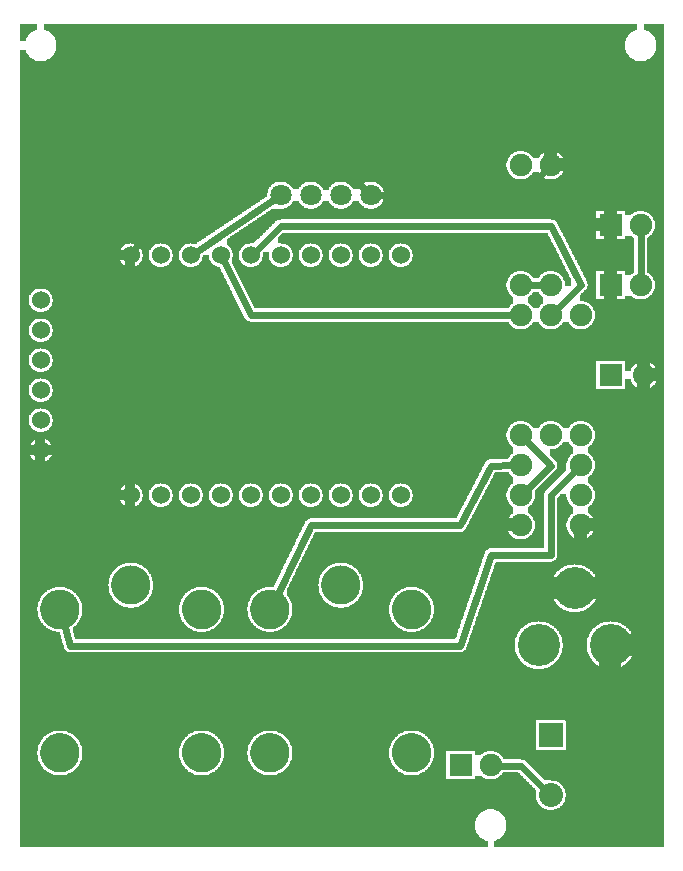
<source format=gbl>
G04 MADE WITH FRITZING*
G04 WWW.FRITZING.ORG*
G04 DOUBLE SIDED*
G04 HOLES PLATED*
G04 CONTOUR ON CENTER OF CONTOUR VECTOR*
%ASAXBY*%
%FSLAX23Y23*%
%MOIN*%
%OFA0B0*%
%SFA1.0B1.0*%
%ADD10C,0.075000*%
%ADD11C,0.080000*%
%ADD12C,0.140000*%
%ADD13C,0.059990*%
%ADD14C,0.060000*%
%ADD15C,0.074000*%
%ADD16C,0.071000*%
%ADD17C,0.070972*%
%ADD18C,0.129921*%
%ADD19R,0.079986X0.080000*%
%ADD20R,0.075000X0.075000*%
%ADD21C,0.024000*%
%ADD22R,0.001000X0.001000*%
%LNCOPPER0*%
G90*
G70*
G54D10*
X238Y2726D03*
G54D11*
X1810Y412D03*
X1810Y212D03*
G54D12*
X1770Y712D03*
X2010Y712D03*
X1890Y902D03*
G54D10*
X1910Y1812D03*
X1910Y1412D03*
G54D13*
X1310Y2012D03*
G54D14*
X1210Y2012D03*
X1110Y2012D03*
X1009Y2012D03*
X910Y2012D03*
X810Y2012D03*
X710Y2012D03*
X610Y2012D03*
X510Y2012D03*
X410Y2012D03*
X1310Y1212D03*
X1210Y1212D03*
X1110Y1212D03*
X1010Y1212D03*
X910Y1212D03*
X810Y1212D03*
X710Y1212D03*
X610Y1212D03*
X510Y1212D03*
X410Y1212D03*
X110Y1862D03*
X110Y1762D03*
X110Y1662D03*
X110Y1562D03*
X110Y1462D03*
X110Y1362D03*
G54D10*
X1510Y312D03*
X1610Y312D03*
X2010Y1912D03*
X2110Y1912D03*
X2010Y2112D03*
X2110Y2112D03*
G54D15*
X2010Y1612D03*
X2120Y1612D03*
G54D16*
X910Y2212D03*
X1010Y2212D03*
G54D17*
X1110Y2212D03*
X1210Y2212D03*
G54D10*
X1710Y2312D03*
X1710Y1912D03*
X1810Y2312D03*
X1810Y1912D03*
G54D18*
X410Y912D03*
X174Y831D03*
X174Y353D03*
X646Y831D03*
X646Y353D03*
X1110Y912D03*
X874Y831D03*
X874Y353D03*
X1346Y831D03*
X1346Y353D03*
G54D10*
X1910Y1312D03*
X1910Y1212D03*
X1910Y1112D03*
X1710Y1312D03*
X1710Y1212D03*
X1710Y1112D03*
X1810Y1412D03*
X1810Y1812D03*
X1710Y1412D03*
X1710Y1812D03*
G54D19*
X1810Y412D03*
G54D20*
X1510Y312D03*
X2010Y1912D03*
X2010Y2112D03*
G54D21*
X1810Y1311D02*
X1730Y1392D01*
D02*
X1730Y1232D02*
X1810Y1311D01*
D02*
X1810Y1212D02*
X1890Y1292D01*
D02*
X1810Y1013D02*
X1810Y1212D01*
D02*
X208Y711D02*
X1508Y711D01*
D02*
X1508Y711D02*
X1611Y1013D01*
D02*
X1611Y1013D02*
X1810Y1013D01*
D02*
X184Y796D02*
X208Y711D01*
D02*
X1611Y1311D02*
X1681Y1312D01*
D02*
X1011Y1113D02*
X1508Y1113D01*
D02*
X1508Y1113D02*
X1611Y1311D01*
D02*
X890Y864D02*
X1011Y1113D01*
D02*
X1711Y2213D02*
X1789Y2292D01*
D02*
X1240Y2212D02*
X1711Y2213D01*
D02*
X1111Y2313D02*
X1188Y2234D01*
D02*
X610Y2313D02*
X1111Y2313D01*
D02*
X422Y2031D02*
X610Y2313D01*
D02*
X1711Y310D02*
X1638Y311D01*
D02*
X1788Y234D02*
X1711Y310D01*
D02*
X1681Y1812D02*
X809Y1814D01*
D02*
X809Y1814D02*
X720Y1992D01*
D02*
X1830Y1832D02*
X1911Y1914D01*
D02*
X1911Y1914D02*
X1811Y2110D01*
D02*
X1811Y2110D02*
X1310Y2110D01*
D02*
X1310Y2110D02*
X909Y2110D01*
D02*
X909Y2110D02*
X826Y2028D01*
D02*
X1781Y1912D02*
X1738Y1912D01*
D02*
X2110Y1941D02*
X2110Y2083D01*
D02*
X628Y2024D02*
X884Y2195D01*
G36*
X40Y2783D02*
X40Y2727D01*
X60Y2727D01*
X60Y2733D01*
X62Y2733D01*
X62Y2737D01*
X64Y2737D01*
X64Y2741D01*
X66Y2741D01*
X66Y2743D01*
X68Y2743D01*
X68Y2747D01*
X70Y2747D01*
X70Y2749D01*
X72Y2749D01*
X72Y2751D01*
X74Y2751D01*
X74Y2753D01*
X78Y2753D01*
X78Y2755D01*
X80Y2755D01*
X80Y2757D01*
X84Y2757D01*
X84Y2759D01*
X86Y2759D01*
X86Y2761D01*
X92Y2761D01*
X92Y2763D01*
X98Y2763D01*
X98Y2783D01*
X40Y2783D01*
G37*
D02*
G36*
X1750Y1889D02*
X1750Y1885D01*
X1748Y1885D01*
X1748Y1883D01*
X1746Y1883D01*
X1746Y1881D01*
X1744Y1881D01*
X1744Y1879D01*
X1742Y1879D01*
X1742Y1877D01*
X1740Y1877D01*
X1740Y1875D01*
X1738Y1875D01*
X1738Y1873D01*
X1734Y1873D01*
X1734Y1853D01*
X1736Y1853D01*
X1736Y1851D01*
X1738Y1851D01*
X1738Y1849D01*
X1740Y1849D01*
X1740Y1847D01*
X1742Y1847D01*
X1742Y1845D01*
X1744Y1845D01*
X1744Y1843D01*
X1746Y1843D01*
X1746Y1841D01*
X1748Y1841D01*
X1748Y1839D01*
X1750Y1839D01*
X1750Y1837D01*
X1770Y1837D01*
X1770Y1839D01*
X1772Y1839D01*
X1772Y1841D01*
X1774Y1841D01*
X1774Y1845D01*
X1776Y1845D01*
X1776Y1847D01*
X1778Y1847D01*
X1778Y1849D01*
X1782Y1849D01*
X1782Y1851D01*
X1784Y1851D01*
X1784Y1873D01*
X1782Y1873D01*
X1782Y1875D01*
X1780Y1875D01*
X1780Y1877D01*
X1776Y1877D01*
X1776Y1879D01*
X1774Y1879D01*
X1774Y1883D01*
X1772Y1883D01*
X1772Y1885D01*
X1770Y1885D01*
X1770Y1889D01*
X1750Y1889D01*
G37*
D02*
G36*
X122Y2783D02*
X122Y2763D01*
X128Y2763D01*
X128Y2761D01*
X132Y2761D01*
X132Y2759D01*
X136Y2759D01*
X136Y2757D01*
X140Y2757D01*
X140Y2755D01*
X142Y2755D01*
X142Y2753D01*
X144Y2753D01*
X144Y2751D01*
X148Y2751D01*
X148Y2747D01*
X150Y2747D01*
X150Y2745D01*
X152Y2745D01*
X152Y2743D01*
X154Y2743D01*
X154Y2739D01*
X156Y2739D01*
X156Y2735D01*
X158Y2735D01*
X158Y2731D01*
X160Y2731D01*
X160Y2725D01*
X162Y2725D01*
X162Y2699D01*
X160Y2699D01*
X160Y2693D01*
X158Y2693D01*
X158Y2689D01*
X156Y2689D01*
X156Y2685D01*
X154Y2685D01*
X154Y2681D01*
X152Y2681D01*
X152Y2679D01*
X150Y2679D01*
X150Y2677D01*
X148Y2677D01*
X148Y2675D01*
X146Y2675D01*
X146Y2673D01*
X144Y2673D01*
X144Y2671D01*
X142Y2671D01*
X142Y2669D01*
X140Y2669D01*
X140Y2667D01*
X136Y2667D01*
X136Y2665D01*
X132Y2665D01*
X132Y2663D01*
X128Y2663D01*
X128Y2661D01*
X120Y2661D01*
X120Y2659D01*
X2100Y2659D01*
X2100Y2661D01*
X2092Y2661D01*
X2092Y2663D01*
X2088Y2663D01*
X2088Y2665D01*
X2084Y2665D01*
X2084Y2667D01*
X2080Y2667D01*
X2080Y2669D01*
X2078Y2669D01*
X2078Y2671D01*
X2074Y2671D01*
X2074Y2673D01*
X2072Y2673D01*
X2072Y2675D01*
X2070Y2675D01*
X2070Y2679D01*
X2068Y2679D01*
X2068Y2681D01*
X2066Y2681D01*
X2066Y2683D01*
X2064Y2683D01*
X2064Y2687D01*
X2062Y2687D01*
X2062Y2691D01*
X2060Y2691D01*
X2060Y2697D01*
X2058Y2697D01*
X2058Y2705D01*
X2056Y2705D01*
X2056Y2719D01*
X2058Y2719D01*
X2058Y2727D01*
X2060Y2727D01*
X2060Y2733D01*
X2062Y2733D01*
X2062Y2737D01*
X2064Y2737D01*
X2064Y2741D01*
X2066Y2741D01*
X2066Y2743D01*
X2068Y2743D01*
X2068Y2747D01*
X2070Y2747D01*
X2070Y2749D01*
X2072Y2749D01*
X2072Y2751D01*
X2074Y2751D01*
X2074Y2753D01*
X2078Y2753D01*
X2078Y2755D01*
X2080Y2755D01*
X2080Y2757D01*
X2084Y2757D01*
X2084Y2759D01*
X2086Y2759D01*
X2086Y2761D01*
X2092Y2761D01*
X2092Y2763D01*
X2098Y2763D01*
X2098Y2783D01*
X122Y2783D01*
G37*
D02*
G36*
X2122Y2783D02*
X2122Y2763D01*
X2128Y2763D01*
X2128Y2761D01*
X2132Y2761D01*
X2132Y2759D01*
X2136Y2759D01*
X2136Y2757D01*
X2140Y2757D01*
X2140Y2755D01*
X2142Y2755D01*
X2142Y2753D01*
X2144Y2753D01*
X2144Y2751D01*
X2148Y2751D01*
X2148Y2747D01*
X2150Y2747D01*
X2150Y2745D01*
X2152Y2745D01*
X2152Y2743D01*
X2154Y2743D01*
X2154Y2739D01*
X2156Y2739D01*
X2156Y2735D01*
X2158Y2735D01*
X2158Y2731D01*
X2160Y2731D01*
X2160Y2725D01*
X2162Y2725D01*
X2162Y2699D01*
X2160Y2699D01*
X2160Y2693D01*
X2158Y2693D01*
X2158Y2689D01*
X2156Y2689D01*
X2156Y2685D01*
X2154Y2685D01*
X2154Y2681D01*
X2152Y2681D01*
X2152Y2679D01*
X2150Y2679D01*
X2150Y2677D01*
X2148Y2677D01*
X2148Y2675D01*
X2146Y2675D01*
X2146Y2673D01*
X2144Y2673D01*
X2144Y2671D01*
X2142Y2671D01*
X2142Y2669D01*
X2140Y2669D01*
X2140Y2667D01*
X2136Y2667D01*
X2136Y2665D01*
X2132Y2665D01*
X2132Y2663D01*
X2128Y2663D01*
X2128Y2661D01*
X2120Y2661D01*
X2120Y2659D01*
X2186Y2659D01*
X2186Y2783D01*
X2122Y2783D01*
G37*
D02*
G36*
X40Y2697D02*
X40Y2659D01*
X100Y2659D01*
X100Y2661D01*
X92Y2661D01*
X92Y2663D01*
X88Y2663D01*
X88Y2665D01*
X84Y2665D01*
X84Y2667D01*
X80Y2667D01*
X80Y2669D01*
X78Y2669D01*
X78Y2671D01*
X74Y2671D01*
X74Y2673D01*
X72Y2673D01*
X72Y2675D01*
X70Y2675D01*
X70Y2679D01*
X68Y2679D01*
X68Y2681D01*
X66Y2681D01*
X66Y2683D01*
X64Y2683D01*
X64Y2687D01*
X62Y2687D01*
X62Y2691D01*
X60Y2691D01*
X60Y2697D01*
X40Y2697D01*
G37*
D02*
G36*
X40Y2659D02*
X40Y2657D01*
X2186Y2657D01*
X2186Y2659D01*
X40Y2659D01*
G37*
D02*
G36*
X40Y2659D02*
X40Y2657D01*
X2186Y2657D01*
X2186Y2659D01*
X40Y2659D01*
G37*
D02*
G36*
X40Y2659D02*
X40Y2657D01*
X2186Y2657D01*
X2186Y2659D01*
X40Y2659D01*
G37*
D02*
G36*
X40Y2657D02*
X40Y2359D01*
X1822Y2359D01*
X1822Y2357D01*
X1828Y2357D01*
X1828Y2355D01*
X1832Y2355D01*
X1832Y2353D01*
X1836Y2353D01*
X1836Y2351D01*
X1838Y2351D01*
X1838Y2349D01*
X1840Y2349D01*
X1840Y2347D01*
X1842Y2347D01*
X1842Y2345D01*
X1844Y2345D01*
X1844Y2343D01*
X1846Y2343D01*
X1846Y2341D01*
X1848Y2341D01*
X1848Y2339D01*
X1850Y2339D01*
X1850Y2335D01*
X1852Y2335D01*
X1852Y2331D01*
X1854Y2331D01*
X1854Y2325D01*
X1856Y2325D01*
X1856Y2315D01*
X1858Y2315D01*
X1858Y2309D01*
X1856Y2309D01*
X1856Y2299D01*
X1854Y2299D01*
X1854Y2293D01*
X1852Y2293D01*
X1852Y2289D01*
X1850Y2289D01*
X1850Y2285D01*
X1848Y2285D01*
X1848Y2283D01*
X1846Y2283D01*
X1846Y2281D01*
X1844Y2281D01*
X1844Y2279D01*
X1842Y2279D01*
X1842Y2277D01*
X1840Y2277D01*
X1840Y2275D01*
X1838Y2275D01*
X1838Y2273D01*
X1834Y2273D01*
X1834Y2271D01*
X1832Y2271D01*
X1832Y2269D01*
X1826Y2269D01*
X1826Y2267D01*
X1820Y2267D01*
X1820Y2265D01*
X2186Y2265D01*
X2186Y2657D01*
X40Y2657D01*
G37*
D02*
G36*
X40Y2359D02*
X40Y2265D01*
X1700Y2265D01*
X1700Y2267D01*
X1692Y2267D01*
X1692Y2269D01*
X1688Y2269D01*
X1688Y2271D01*
X1684Y2271D01*
X1684Y2273D01*
X1682Y2273D01*
X1682Y2275D01*
X1680Y2275D01*
X1680Y2277D01*
X1676Y2277D01*
X1676Y2279D01*
X1674Y2279D01*
X1674Y2283D01*
X1672Y2283D01*
X1672Y2285D01*
X1670Y2285D01*
X1670Y2289D01*
X1668Y2289D01*
X1668Y2291D01*
X1666Y2291D01*
X1666Y2297D01*
X1664Y2297D01*
X1664Y2305D01*
X1662Y2305D01*
X1662Y2319D01*
X1664Y2319D01*
X1664Y2327D01*
X1666Y2327D01*
X1666Y2333D01*
X1668Y2333D01*
X1668Y2337D01*
X1670Y2337D01*
X1670Y2339D01*
X1672Y2339D01*
X1672Y2341D01*
X1674Y2341D01*
X1674Y2345D01*
X1676Y2345D01*
X1676Y2347D01*
X1678Y2347D01*
X1678Y2349D01*
X1682Y2349D01*
X1682Y2351D01*
X1684Y2351D01*
X1684Y2353D01*
X1688Y2353D01*
X1688Y2355D01*
X1692Y2355D01*
X1692Y2357D01*
X1698Y2357D01*
X1698Y2359D01*
X40Y2359D01*
G37*
D02*
G36*
X1722Y2359D02*
X1722Y2357D01*
X1728Y2357D01*
X1728Y2355D01*
X1732Y2355D01*
X1732Y2353D01*
X1736Y2353D01*
X1736Y2351D01*
X1738Y2351D01*
X1738Y2349D01*
X1740Y2349D01*
X1740Y2347D01*
X1742Y2347D01*
X1742Y2345D01*
X1744Y2345D01*
X1744Y2343D01*
X1746Y2343D01*
X1746Y2341D01*
X1748Y2341D01*
X1748Y2339D01*
X1750Y2339D01*
X1750Y2337D01*
X1770Y2337D01*
X1770Y2339D01*
X1772Y2339D01*
X1772Y2341D01*
X1774Y2341D01*
X1774Y2345D01*
X1776Y2345D01*
X1776Y2347D01*
X1778Y2347D01*
X1778Y2349D01*
X1782Y2349D01*
X1782Y2351D01*
X1784Y2351D01*
X1784Y2353D01*
X1788Y2353D01*
X1788Y2355D01*
X1792Y2355D01*
X1792Y2357D01*
X1798Y2357D01*
X1798Y2359D01*
X1722Y2359D01*
G37*
D02*
G36*
X1750Y2289D02*
X1750Y2285D01*
X1748Y2285D01*
X1748Y2283D01*
X1746Y2283D01*
X1746Y2281D01*
X1744Y2281D01*
X1744Y2279D01*
X1742Y2279D01*
X1742Y2277D01*
X1740Y2277D01*
X1740Y2275D01*
X1738Y2275D01*
X1738Y2273D01*
X1734Y2273D01*
X1734Y2271D01*
X1732Y2271D01*
X1732Y2269D01*
X1726Y2269D01*
X1726Y2267D01*
X1720Y2267D01*
X1720Y2265D01*
X1800Y2265D01*
X1800Y2267D01*
X1792Y2267D01*
X1792Y2269D01*
X1788Y2269D01*
X1788Y2271D01*
X1784Y2271D01*
X1784Y2273D01*
X1782Y2273D01*
X1782Y2275D01*
X1780Y2275D01*
X1780Y2277D01*
X1776Y2277D01*
X1776Y2279D01*
X1774Y2279D01*
X1774Y2283D01*
X1772Y2283D01*
X1772Y2285D01*
X1770Y2285D01*
X1770Y2289D01*
X1750Y2289D01*
G37*
D02*
G36*
X40Y2265D02*
X40Y2263D01*
X2186Y2263D01*
X2186Y2265D01*
X40Y2265D01*
G37*
D02*
G36*
X40Y2265D02*
X40Y2263D01*
X2186Y2263D01*
X2186Y2265D01*
X40Y2265D01*
G37*
D02*
G36*
X40Y2265D02*
X40Y2263D01*
X2186Y2263D01*
X2186Y2265D01*
X40Y2265D01*
G37*
D02*
G36*
X40Y2263D02*
X40Y2257D01*
X1220Y2257D01*
X1220Y2255D01*
X1228Y2255D01*
X1228Y2253D01*
X1232Y2253D01*
X1232Y2251D01*
X1234Y2251D01*
X1234Y2249D01*
X1238Y2249D01*
X1238Y2247D01*
X1240Y2247D01*
X1240Y2245D01*
X1242Y2245D01*
X1242Y2243D01*
X1244Y2243D01*
X1244Y2241D01*
X1246Y2241D01*
X1246Y2237D01*
X1248Y2237D01*
X1248Y2235D01*
X1250Y2235D01*
X1250Y2231D01*
X1252Y2231D01*
X1252Y2225D01*
X1254Y2225D01*
X1254Y2215D01*
X1256Y2215D01*
X1256Y2209D01*
X1254Y2209D01*
X1254Y2199D01*
X1252Y2199D01*
X1252Y2193D01*
X1250Y2193D01*
X1250Y2189D01*
X1248Y2189D01*
X1248Y2187D01*
X1246Y2187D01*
X1246Y2183D01*
X1244Y2183D01*
X1244Y2181D01*
X1242Y2181D01*
X1242Y2179D01*
X1240Y2179D01*
X1240Y2177D01*
X1236Y2177D01*
X1236Y2175D01*
X1234Y2175D01*
X1234Y2173D01*
X1230Y2173D01*
X1230Y2171D01*
X1226Y2171D01*
X1226Y2169D01*
X1220Y2169D01*
X1220Y2167D01*
X2186Y2167D01*
X2186Y2263D01*
X40Y2263D01*
G37*
D02*
G36*
X40Y2257D02*
X40Y2053D01*
X610Y2053D01*
X610Y2051D01*
X630Y2051D01*
X630Y2053D01*
X632Y2053D01*
X632Y2055D01*
X636Y2055D01*
X636Y2057D01*
X638Y2057D01*
X638Y2059D01*
X642Y2059D01*
X642Y2061D01*
X644Y2061D01*
X644Y2063D01*
X648Y2063D01*
X648Y2065D01*
X650Y2065D01*
X650Y2067D01*
X654Y2067D01*
X654Y2069D01*
X656Y2069D01*
X656Y2071D01*
X660Y2071D01*
X660Y2073D01*
X662Y2073D01*
X662Y2075D01*
X666Y2075D01*
X666Y2077D01*
X668Y2077D01*
X668Y2079D01*
X672Y2079D01*
X672Y2081D01*
X674Y2081D01*
X674Y2083D01*
X678Y2083D01*
X678Y2085D01*
X680Y2085D01*
X680Y2087D01*
X684Y2087D01*
X684Y2089D01*
X686Y2089D01*
X686Y2091D01*
X690Y2091D01*
X690Y2093D01*
X692Y2093D01*
X692Y2095D01*
X696Y2095D01*
X696Y2097D01*
X698Y2097D01*
X698Y2099D01*
X702Y2099D01*
X702Y2101D01*
X704Y2101D01*
X704Y2103D01*
X708Y2103D01*
X708Y2105D01*
X710Y2105D01*
X710Y2107D01*
X714Y2107D01*
X714Y2109D01*
X716Y2109D01*
X716Y2111D01*
X720Y2111D01*
X720Y2113D01*
X722Y2113D01*
X722Y2115D01*
X726Y2115D01*
X726Y2117D01*
X728Y2117D01*
X728Y2119D01*
X732Y2119D01*
X732Y2121D01*
X734Y2121D01*
X734Y2123D01*
X738Y2123D01*
X738Y2125D01*
X740Y2125D01*
X740Y2127D01*
X744Y2127D01*
X744Y2129D01*
X746Y2129D01*
X746Y2131D01*
X750Y2131D01*
X750Y2133D01*
X752Y2133D01*
X752Y2135D01*
X756Y2135D01*
X756Y2137D01*
X758Y2137D01*
X758Y2139D01*
X762Y2139D01*
X762Y2141D01*
X764Y2141D01*
X764Y2143D01*
X768Y2143D01*
X768Y2145D01*
X770Y2145D01*
X770Y2147D01*
X774Y2147D01*
X774Y2149D01*
X776Y2149D01*
X776Y2151D01*
X780Y2151D01*
X780Y2153D01*
X782Y2153D01*
X782Y2155D01*
X786Y2155D01*
X786Y2157D01*
X788Y2157D01*
X788Y2159D01*
X792Y2159D01*
X792Y2161D01*
X794Y2161D01*
X794Y2163D01*
X798Y2163D01*
X798Y2165D01*
X800Y2165D01*
X800Y2167D01*
X804Y2167D01*
X804Y2169D01*
X806Y2169D01*
X806Y2171D01*
X810Y2171D01*
X810Y2173D01*
X812Y2173D01*
X812Y2175D01*
X816Y2175D01*
X816Y2177D01*
X818Y2177D01*
X818Y2179D01*
X822Y2179D01*
X822Y2181D01*
X824Y2181D01*
X824Y2183D01*
X828Y2183D01*
X828Y2185D01*
X830Y2185D01*
X830Y2187D01*
X834Y2187D01*
X834Y2189D01*
X836Y2189D01*
X836Y2191D01*
X840Y2191D01*
X840Y2193D01*
X842Y2193D01*
X842Y2195D01*
X846Y2195D01*
X846Y2197D01*
X848Y2197D01*
X848Y2199D01*
X852Y2199D01*
X852Y2201D01*
X854Y2201D01*
X854Y2203D01*
X858Y2203D01*
X858Y2205D01*
X860Y2205D01*
X860Y2207D01*
X864Y2207D01*
X864Y2219D01*
X866Y2219D01*
X866Y2227D01*
X868Y2227D01*
X868Y2233D01*
X870Y2233D01*
X870Y2235D01*
X872Y2235D01*
X872Y2239D01*
X874Y2239D01*
X874Y2241D01*
X876Y2241D01*
X876Y2243D01*
X878Y2243D01*
X878Y2245D01*
X880Y2245D01*
X880Y2247D01*
X882Y2247D01*
X882Y2249D01*
X884Y2249D01*
X884Y2251D01*
X888Y2251D01*
X888Y2253D01*
X892Y2253D01*
X892Y2255D01*
X898Y2255D01*
X898Y2257D01*
X40Y2257D01*
G37*
D02*
G36*
X920Y2257D02*
X920Y2255D01*
X928Y2255D01*
X928Y2253D01*
X932Y2253D01*
X932Y2251D01*
X934Y2251D01*
X934Y2249D01*
X938Y2249D01*
X938Y2247D01*
X940Y2247D01*
X940Y2245D01*
X942Y2245D01*
X942Y2243D01*
X944Y2243D01*
X944Y2241D01*
X946Y2241D01*
X946Y2237D01*
X948Y2237D01*
X948Y2235D01*
X950Y2235D01*
X950Y2233D01*
X970Y2233D01*
X970Y2235D01*
X972Y2235D01*
X972Y2239D01*
X974Y2239D01*
X974Y2241D01*
X976Y2241D01*
X976Y2243D01*
X978Y2243D01*
X978Y2245D01*
X980Y2245D01*
X980Y2247D01*
X982Y2247D01*
X982Y2249D01*
X984Y2249D01*
X984Y2251D01*
X988Y2251D01*
X988Y2253D01*
X992Y2253D01*
X992Y2255D01*
X998Y2255D01*
X998Y2257D01*
X920Y2257D01*
G37*
D02*
G36*
X1020Y2257D02*
X1020Y2255D01*
X1028Y2255D01*
X1028Y2253D01*
X1032Y2253D01*
X1032Y2251D01*
X1034Y2251D01*
X1034Y2249D01*
X1038Y2249D01*
X1038Y2247D01*
X1040Y2247D01*
X1040Y2245D01*
X1042Y2245D01*
X1042Y2243D01*
X1044Y2243D01*
X1044Y2241D01*
X1046Y2241D01*
X1046Y2237D01*
X1048Y2237D01*
X1048Y2235D01*
X1050Y2235D01*
X1050Y2231D01*
X1070Y2231D01*
X1070Y2235D01*
X1072Y2235D01*
X1072Y2239D01*
X1074Y2239D01*
X1074Y2241D01*
X1076Y2241D01*
X1076Y2243D01*
X1078Y2243D01*
X1078Y2245D01*
X1080Y2245D01*
X1080Y2247D01*
X1082Y2247D01*
X1082Y2249D01*
X1084Y2249D01*
X1084Y2251D01*
X1088Y2251D01*
X1088Y2253D01*
X1092Y2253D01*
X1092Y2255D01*
X1098Y2255D01*
X1098Y2257D01*
X1020Y2257D01*
G37*
D02*
G36*
X1120Y2257D02*
X1120Y2255D01*
X1128Y2255D01*
X1128Y2253D01*
X1132Y2253D01*
X1132Y2251D01*
X1134Y2251D01*
X1134Y2249D01*
X1138Y2249D01*
X1138Y2247D01*
X1140Y2247D01*
X1140Y2245D01*
X1142Y2245D01*
X1142Y2243D01*
X1144Y2243D01*
X1144Y2241D01*
X1146Y2241D01*
X1146Y2237D01*
X1148Y2237D01*
X1148Y2235D01*
X1150Y2235D01*
X1150Y2233D01*
X1170Y2233D01*
X1170Y2235D01*
X1172Y2235D01*
X1172Y2239D01*
X1174Y2239D01*
X1174Y2241D01*
X1176Y2241D01*
X1176Y2243D01*
X1178Y2243D01*
X1178Y2245D01*
X1180Y2245D01*
X1180Y2247D01*
X1182Y2247D01*
X1182Y2249D01*
X1184Y2249D01*
X1184Y2251D01*
X1188Y2251D01*
X1188Y2253D01*
X1192Y2253D01*
X1192Y2255D01*
X1198Y2255D01*
X1198Y2257D01*
X1120Y2257D01*
G37*
D02*
G36*
X950Y2193D02*
X950Y2189D01*
X948Y2189D01*
X948Y2187D01*
X946Y2187D01*
X946Y2183D01*
X944Y2183D01*
X944Y2181D01*
X942Y2181D01*
X942Y2179D01*
X940Y2179D01*
X940Y2177D01*
X936Y2177D01*
X936Y2175D01*
X934Y2175D01*
X934Y2173D01*
X930Y2173D01*
X930Y2171D01*
X926Y2171D01*
X926Y2169D01*
X920Y2169D01*
X920Y2167D01*
X1000Y2167D01*
X1000Y2169D01*
X992Y2169D01*
X992Y2171D01*
X988Y2171D01*
X988Y2173D01*
X986Y2173D01*
X986Y2175D01*
X982Y2175D01*
X982Y2177D01*
X980Y2177D01*
X980Y2179D01*
X978Y2179D01*
X978Y2181D01*
X976Y2181D01*
X976Y2183D01*
X974Y2183D01*
X974Y2185D01*
X972Y2185D01*
X972Y2189D01*
X970Y2189D01*
X970Y2193D01*
X950Y2193D01*
G37*
D02*
G36*
X1050Y2193D02*
X1050Y2189D01*
X1048Y2189D01*
X1048Y2187D01*
X1046Y2187D01*
X1046Y2183D01*
X1044Y2183D01*
X1044Y2181D01*
X1042Y2181D01*
X1042Y2179D01*
X1040Y2179D01*
X1040Y2177D01*
X1038Y2177D01*
X1038Y2175D01*
X1034Y2175D01*
X1034Y2173D01*
X1030Y2173D01*
X1030Y2171D01*
X1026Y2171D01*
X1026Y2169D01*
X1020Y2169D01*
X1020Y2167D01*
X1100Y2167D01*
X1100Y2169D01*
X1092Y2169D01*
X1092Y2171D01*
X1088Y2171D01*
X1088Y2173D01*
X1086Y2173D01*
X1086Y2175D01*
X1082Y2175D01*
X1082Y2177D01*
X1080Y2177D01*
X1080Y2179D01*
X1078Y2179D01*
X1078Y2181D01*
X1076Y2181D01*
X1076Y2183D01*
X1074Y2183D01*
X1074Y2185D01*
X1072Y2185D01*
X1072Y2189D01*
X1070Y2189D01*
X1070Y2193D01*
X1050Y2193D01*
G37*
D02*
G36*
X1150Y2193D02*
X1150Y2189D01*
X1148Y2189D01*
X1148Y2187D01*
X1146Y2187D01*
X1146Y2183D01*
X1144Y2183D01*
X1144Y2181D01*
X1142Y2181D01*
X1142Y2179D01*
X1140Y2179D01*
X1140Y2177D01*
X1136Y2177D01*
X1136Y2175D01*
X1134Y2175D01*
X1134Y2173D01*
X1130Y2173D01*
X1130Y2171D01*
X1126Y2171D01*
X1126Y2169D01*
X1120Y2169D01*
X1120Y2167D01*
X1200Y2167D01*
X1200Y2169D01*
X1192Y2169D01*
X1192Y2171D01*
X1188Y2171D01*
X1188Y2173D01*
X1186Y2173D01*
X1186Y2175D01*
X1182Y2175D01*
X1182Y2177D01*
X1180Y2177D01*
X1180Y2179D01*
X1178Y2179D01*
X1178Y2181D01*
X1176Y2181D01*
X1176Y2183D01*
X1174Y2183D01*
X1174Y2185D01*
X1172Y2185D01*
X1172Y2189D01*
X1170Y2189D01*
X1170Y2193D01*
X1150Y2193D01*
G37*
D02*
G36*
X880Y2167D02*
X880Y2165D01*
X2186Y2165D01*
X2186Y2167D01*
X880Y2167D01*
G37*
D02*
G36*
X880Y2167D02*
X880Y2165D01*
X2186Y2165D01*
X2186Y2167D01*
X880Y2167D01*
G37*
D02*
G36*
X880Y2167D02*
X880Y2165D01*
X2186Y2165D01*
X2186Y2167D01*
X880Y2167D01*
G37*
D02*
G36*
X880Y2167D02*
X880Y2165D01*
X2186Y2165D01*
X2186Y2167D01*
X880Y2167D01*
G37*
D02*
G36*
X878Y2165D02*
X878Y2163D01*
X874Y2163D01*
X874Y2161D01*
X872Y2161D01*
X872Y2159D01*
X2122Y2159D01*
X2122Y2157D01*
X2128Y2157D01*
X2128Y2155D01*
X2132Y2155D01*
X2132Y2153D01*
X2136Y2153D01*
X2136Y2151D01*
X2138Y2151D01*
X2138Y2149D01*
X2140Y2149D01*
X2140Y2147D01*
X2142Y2147D01*
X2142Y2145D01*
X2144Y2145D01*
X2144Y2143D01*
X2146Y2143D01*
X2146Y2141D01*
X2148Y2141D01*
X2148Y2139D01*
X2150Y2139D01*
X2150Y2135D01*
X2152Y2135D01*
X2152Y2131D01*
X2154Y2131D01*
X2154Y2125D01*
X2156Y2125D01*
X2156Y2115D01*
X2158Y2115D01*
X2158Y2109D01*
X2156Y2109D01*
X2156Y2099D01*
X2154Y2099D01*
X2154Y2093D01*
X2152Y2093D01*
X2152Y2089D01*
X2150Y2089D01*
X2150Y2085D01*
X2148Y2085D01*
X2148Y2083D01*
X2146Y2083D01*
X2146Y2081D01*
X2144Y2081D01*
X2144Y2079D01*
X2142Y2079D01*
X2142Y2077D01*
X2140Y2077D01*
X2140Y2075D01*
X2138Y2075D01*
X2138Y2073D01*
X2134Y2073D01*
X2134Y2071D01*
X2132Y2071D01*
X2132Y1953D01*
X2136Y1953D01*
X2136Y1951D01*
X2138Y1951D01*
X2138Y1949D01*
X2140Y1949D01*
X2140Y1947D01*
X2142Y1947D01*
X2142Y1945D01*
X2144Y1945D01*
X2144Y1943D01*
X2146Y1943D01*
X2146Y1941D01*
X2148Y1941D01*
X2148Y1939D01*
X2150Y1939D01*
X2150Y1935D01*
X2152Y1935D01*
X2152Y1931D01*
X2154Y1931D01*
X2154Y1925D01*
X2156Y1925D01*
X2156Y1915D01*
X2158Y1915D01*
X2158Y1909D01*
X2156Y1909D01*
X2156Y1899D01*
X2154Y1899D01*
X2154Y1893D01*
X2152Y1893D01*
X2152Y1889D01*
X2150Y1889D01*
X2150Y1885D01*
X2148Y1885D01*
X2148Y1883D01*
X2146Y1883D01*
X2146Y1881D01*
X2144Y1881D01*
X2144Y1879D01*
X2142Y1879D01*
X2142Y1877D01*
X2140Y1877D01*
X2140Y1875D01*
X2138Y1875D01*
X2138Y1873D01*
X2134Y1873D01*
X2134Y1871D01*
X2132Y1871D01*
X2132Y1869D01*
X2126Y1869D01*
X2126Y1867D01*
X2120Y1867D01*
X2120Y1865D01*
X2186Y1865D01*
X2186Y2165D01*
X878Y2165D01*
G37*
D02*
G36*
X868Y2159D02*
X868Y2157D01*
X866Y2157D01*
X866Y2155D01*
X862Y2155D01*
X862Y2153D01*
X860Y2153D01*
X860Y2151D01*
X856Y2151D01*
X856Y2149D01*
X854Y2149D01*
X854Y2147D01*
X850Y2147D01*
X850Y2145D01*
X848Y2145D01*
X848Y2143D01*
X844Y2143D01*
X844Y2141D01*
X842Y2141D01*
X842Y2139D01*
X838Y2139D01*
X838Y2137D01*
X836Y2137D01*
X836Y2135D01*
X832Y2135D01*
X832Y2133D01*
X1810Y2133D01*
X1810Y2131D01*
X1820Y2131D01*
X1820Y2129D01*
X1824Y2129D01*
X1824Y2127D01*
X1826Y2127D01*
X1826Y2125D01*
X1828Y2125D01*
X1828Y2123D01*
X1830Y2123D01*
X1830Y2119D01*
X1832Y2119D01*
X1832Y2115D01*
X1834Y2115D01*
X1834Y2111D01*
X1836Y2111D01*
X1836Y2107D01*
X1838Y2107D01*
X1838Y2103D01*
X1840Y2103D01*
X1840Y2099D01*
X1842Y2099D01*
X1842Y2095D01*
X1844Y2095D01*
X1844Y2091D01*
X1846Y2091D01*
X1846Y2087D01*
X1848Y2087D01*
X1848Y2085D01*
X1850Y2085D01*
X1850Y2081D01*
X1852Y2081D01*
X1852Y2077D01*
X1854Y2077D01*
X1854Y2073D01*
X1856Y2073D01*
X1856Y2069D01*
X1858Y2069D01*
X1858Y2065D01*
X1962Y2065D01*
X1962Y2159D01*
X868Y2159D01*
G37*
D02*
G36*
X2058Y2159D02*
X2058Y2147D01*
X2078Y2147D01*
X2078Y2149D01*
X2082Y2149D01*
X2082Y2151D01*
X2084Y2151D01*
X2084Y2153D01*
X2088Y2153D01*
X2088Y2155D01*
X2092Y2155D01*
X2092Y2157D01*
X2098Y2157D01*
X2098Y2159D01*
X2058Y2159D01*
G37*
D02*
G36*
X830Y2133D02*
X830Y2131D01*
X826Y2131D01*
X826Y2129D01*
X824Y2129D01*
X824Y2127D01*
X820Y2127D01*
X820Y2125D01*
X818Y2125D01*
X818Y2123D01*
X814Y2123D01*
X814Y2121D01*
X812Y2121D01*
X812Y2119D01*
X808Y2119D01*
X808Y2117D01*
X806Y2117D01*
X806Y2115D01*
X802Y2115D01*
X802Y2113D01*
X800Y2113D01*
X800Y2111D01*
X796Y2111D01*
X796Y2109D01*
X794Y2109D01*
X794Y2107D01*
X790Y2107D01*
X790Y2105D01*
X788Y2105D01*
X788Y2103D01*
X784Y2103D01*
X784Y2101D01*
X782Y2101D01*
X782Y2099D01*
X778Y2099D01*
X778Y2097D01*
X776Y2097D01*
X776Y2095D01*
X772Y2095D01*
X772Y2093D01*
X770Y2093D01*
X770Y2091D01*
X766Y2091D01*
X766Y2089D01*
X764Y2089D01*
X764Y2087D01*
X760Y2087D01*
X760Y2085D01*
X758Y2085D01*
X758Y2083D01*
X754Y2083D01*
X754Y2081D01*
X752Y2081D01*
X752Y2079D01*
X748Y2079D01*
X748Y2077D01*
X746Y2077D01*
X746Y2075D01*
X742Y2075D01*
X742Y2073D01*
X740Y2073D01*
X740Y2071D01*
X736Y2071D01*
X736Y2069D01*
X734Y2069D01*
X734Y2067D01*
X730Y2067D01*
X730Y2045D01*
X734Y2045D01*
X734Y2043D01*
X736Y2043D01*
X736Y2041D01*
X738Y2041D01*
X738Y2039D01*
X740Y2039D01*
X740Y2037D01*
X742Y2037D01*
X742Y2035D01*
X744Y2035D01*
X744Y2031D01*
X746Y2031D01*
X746Y2027D01*
X748Y2027D01*
X748Y2019D01*
X750Y2019D01*
X750Y2005D01*
X748Y2005D01*
X748Y1983D01*
X750Y1983D01*
X750Y1979D01*
X752Y1979D01*
X752Y1975D01*
X754Y1975D01*
X754Y1973D01*
X798Y1973D01*
X798Y1975D01*
X792Y1975D01*
X792Y1977D01*
X790Y1977D01*
X790Y1979D01*
X786Y1979D01*
X786Y1981D01*
X784Y1981D01*
X784Y1983D01*
X782Y1983D01*
X782Y1985D01*
X780Y1985D01*
X780Y1987D01*
X778Y1987D01*
X778Y1989D01*
X776Y1989D01*
X776Y1993D01*
X774Y1993D01*
X774Y1997D01*
X772Y1997D01*
X772Y2003D01*
X770Y2003D01*
X770Y2021D01*
X772Y2021D01*
X772Y2027D01*
X774Y2027D01*
X774Y2031D01*
X776Y2031D01*
X776Y2035D01*
X778Y2035D01*
X778Y2037D01*
X780Y2037D01*
X780Y2039D01*
X782Y2039D01*
X782Y2041D01*
X784Y2041D01*
X784Y2043D01*
X786Y2043D01*
X786Y2045D01*
X788Y2045D01*
X788Y2047D01*
X792Y2047D01*
X792Y2049D01*
X798Y2049D01*
X798Y2051D01*
X808Y2051D01*
X808Y2053D01*
X820Y2053D01*
X820Y2055D01*
X822Y2055D01*
X822Y2057D01*
X824Y2057D01*
X824Y2059D01*
X826Y2059D01*
X826Y2061D01*
X828Y2061D01*
X828Y2063D01*
X830Y2063D01*
X830Y2065D01*
X832Y2065D01*
X832Y2067D01*
X836Y2067D01*
X836Y2069D01*
X838Y2069D01*
X838Y2071D01*
X840Y2071D01*
X840Y2073D01*
X842Y2073D01*
X842Y2075D01*
X844Y2075D01*
X844Y2077D01*
X846Y2077D01*
X846Y2079D01*
X848Y2079D01*
X848Y2081D01*
X850Y2081D01*
X850Y2083D01*
X852Y2083D01*
X852Y2085D01*
X854Y2085D01*
X854Y2087D01*
X856Y2087D01*
X856Y2089D01*
X858Y2089D01*
X858Y2091D01*
X860Y2091D01*
X860Y2093D01*
X862Y2093D01*
X862Y2095D01*
X864Y2095D01*
X864Y2097D01*
X866Y2097D01*
X866Y2099D01*
X868Y2099D01*
X868Y2101D01*
X870Y2101D01*
X870Y2103D01*
X872Y2103D01*
X872Y2105D01*
X874Y2105D01*
X874Y2107D01*
X876Y2107D01*
X876Y2109D01*
X878Y2109D01*
X878Y2111D01*
X880Y2111D01*
X880Y2113D01*
X882Y2113D01*
X882Y2115D01*
X884Y2115D01*
X884Y2117D01*
X886Y2117D01*
X886Y2119D01*
X888Y2119D01*
X888Y2121D01*
X890Y2121D01*
X890Y2123D01*
X892Y2123D01*
X892Y2125D01*
X894Y2125D01*
X894Y2127D01*
X896Y2127D01*
X896Y2129D01*
X900Y2129D01*
X900Y2131D01*
X910Y2131D01*
X910Y2133D01*
X830Y2133D01*
G37*
D02*
G36*
X916Y2087D02*
X916Y2085D01*
X914Y2085D01*
X914Y2083D01*
X912Y2083D01*
X912Y2081D01*
X910Y2081D01*
X910Y2079D01*
X908Y2079D01*
X908Y2077D01*
X906Y2077D01*
X906Y2075D01*
X904Y2075D01*
X904Y2073D01*
X902Y2073D01*
X902Y2071D01*
X900Y2071D01*
X900Y2053D01*
X1310Y2053D01*
X1310Y2051D01*
X1322Y2051D01*
X1322Y2049D01*
X1326Y2049D01*
X1326Y2047D01*
X1330Y2047D01*
X1330Y2045D01*
X1334Y2045D01*
X1334Y2043D01*
X1336Y2043D01*
X1336Y2041D01*
X1338Y2041D01*
X1338Y2039D01*
X1340Y2039D01*
X1340Y2037D01*
X1342Y2037D01*
X1342Y2033D01*
X1344Y2033D01*
X1344Y2031D01*
X1346Y2031D01*
X1346Y2025D01*
X1348Y2025D01*
X1348Y2017D01*
X1350Y2017D01*
X1350Y2007D01*
X1348Y2007D01*
X1348Y1999D01*
X1346Y1999D01*
X1346Y1993D01*
X1344Y1993D01*
X1344Y1991D01*
X1342Y1991D01*
X1342Y1987D01*
X1340Y1987D01*
X1340Y1985D01*
X1338Y1985D01*
X1338Y1983D01*
X1336Y1983D01*
X1336Y1981D01*
X1334Y1981D01*
X1334Y1979D01*
X1330Y1979D01*
X1330Y1977D01*
X1326Y1977D01*
X1326Y1975D01*
X1320Y1975D01*
X1320Y1973D01*
X1856Y1973D01*
X1856Y1975D01*
X1854Y1975D01*
X1854Y1979D01*
X1852Y1979D01*
X1852Y1983D01*
X1850Y1983D01*
X1850Y1987D01*
X1848Y1987D01*
X1848Y1991D01*
X1846Y1991D01*
X1846Y1995D01*
X1844Y1995D01*
X1844Y1999D01*
X1842Y1999D01*
X1842Y2003D01*
X1840Y2003D01*
X1840Y2007D01*
X1838Y2007D01*
X1838Y2011D01*
X1836Y2011D01*
X1836Y2015D01*
X1834Y2015D01*
X1834Y2019D01*
X1832Y2019D01*
X1832Y2023D01*
X1830Y2023D01*
X1830Y2027D01*
X1828Y2027D01*
X1828Y2031D01*
X1826Y2031D01*
X1826Y2035D01*
X1824Y2035D01*
X1824Y2039D01*
X1822Y2039D01*
X1822Y2043D01*
X1820Y2043D01*
X1820Y2047D01*
X1818Y2047D01*
X1818Y2049D01*
X1816Y2049D01*
X1816Y2053D01*
X1814Y2053D01*
X1814Y2057D01*
X1812Y2057D01*
X1812Y2061D01*
X1810Y2061D01*
X1810Y2065D01*
X1808Y2065D01*
X1808Y2069D01*
X1806Y2069D01*
X1806Y2073D01*
X1804Y2073D01*
X1804Y2077D01*
X1802Y2077D01*
X1802Y2081D01*
X1800Y2081D01*
X1800Y2085D01*
X1798Y2085D01*
X1798Y2087D01*
X916Y2087D01*
G37*
D02*
G36*
X2058Y2077D02*
X2058Y2065D01*
X2088Y2065D01*
X2088Y2071D01*
X2084Y2071D01*
X2084Y2073D01*
X2082Y2073D01*
X2082Y2075D01*
X2080Y2075D01*
X2080Y2077D01*
X2058Y2077D01*
G37*
D02*
G36*
X1860Y2065D02*
X1860Y2063D01*
X2088Y2063D01*
X2088Y2065D01*
X1860Y2065D01*
G37*
D02*
G36*
X1860Y2065D02*
X1860Y2063D01*
X2088Y2063D01*
X2088Y2065D01*
X1860Y2065D01*
G37*
D02*
G36*
X1860Y2063D02*
X1860Y2061D01*
X1862Y2061D01*
X1862Y2057D01*
X1864Y2057D01*
X1864Y2053D01*
X1866Y2053D01*
X1866Y2049D01*
X1868Y2049D01*
X1868Y2045D01*
X1870Y2045D01*
X1870Y2041D01*
X1872Y2041D01*
X1872Y2037D01*
X1874Y2037D01*
X1874Y2033D01*
X1876Y2033D01*
X1876Y2029D01*
X1878Y2029D01*
X1878Y2025D01*
X1880Y2025D01*
X1880Y2021D01*
X1882Y2021D01*
X1882Y2017D01*
X1884Y2017D01*
X1884Y2013D01*
X1886Y2013D01*
X1886Y2009D01*
X1888Y2009D01*
X1888Y2005D01*
X1890Y2005D01*
X1890Y2001D01*
X1892Y2001D01*
X1892Y1997D01*
X1894Y1997D01*
X1894Y1995D01*
X1896Y1995D01*
X1896Y1991D01*
X1898Y1991D01*
X1898Y1987D01*
X1900Y1987D01*
X1900Y1983D01*
X1902Y1983D01*
X1902Y1979D01*
X1904Y1979D01*
X1904Y1975D01*
X1906Y1975D01*
X1906Y1971D01*
X1908Y1971D01*
X1908Y1967D01*
X1910Y1967D01*
X1910Y1963D01*
X1912Y1963D01*
X1912Y1959D01*
X2058Y1959D01*
X2058Y1947D01*
X2078Y1947D01*
X2078Y1949D01*
X2082Y1949D01*
X2082Y1951D01*
X2084Y1951D01*
X2084Y1953D01*
X2088Y1953D01*
X2088Y2063D01*
X1860Y2063D01*
G37*
D02*
G36*
X40Y2053D02*
X40Y1973D01*
X398Y1973D01*
X398Y1975D01*
X392Y1975D01*
X392Y1977D01*
X390Y1977D01*
X390Y1979D01*
X386Y1979D01*
X386Y1981D01*
X384Y1981D01*
X384Y1983D01*
X382Y1983D01*
X382Y1985D01*
X380Y1985D01*
X380Y1987D01*
X378Y1987D01*
X378Y1989D01*
X376Y1989D01*
X376Y1993D01*
X374Y1993D01*
X374Y1997D01*
X372Y1997D01*
X372Y2003D01*
X370Y2003D01*
X370Y2021D01*
X372Y2021D01*
X372Y2029D01*
X374Y2029D01*
X374Y2031D01*
X376Y2031D01*
X376Y2035D01*
X378Y2035D01*
X378Y2037D01*
X380Y2037D01*
X380Y2039D01*
X382Y2039D01*
X382Y2041D01*
X384Y2041D01*
X384Y2043D01*
X386Y2043D01*
X386Y2045D01*
X388Y2045D01*
X388Y2047D01*
X392Y2047D01*
X392Y2049D01*
X398Y2049D01*
X398Y2051D01*
X408Y2051D01*
X408Y2053D01*
X40Y2053D01*
G37*
D02*
G36*
X410Y2053D02*
X410Y2051D01*
X422Y2051D01*
X422Y2049D01*
X426Y2049D01*
X426Y2047D01*
X430Y2047D01*
X430Y2045D01*
X434Y2045D01*
X434Y2043D01*
X436Y2043D01*
X436Y2041D01*
X438Y2041D01*
X438Y2039D01*
X440Y2039D01*
X440Y2037D01*
X442Y2037D01*
X442Y2033D01*
X444Y2033D01*
X444Y2031D01*
X446Y2031D01*
X446Y2025D01*
X448Y2025D01*
X448Y2017D01*
X450Y2017D01*
X450Y2007D01*
X448Y2007D01*
X448Y1999D01*
X446Y1999D01*
X446Y1993D01*
X444Y1993D01*
X444Y1991D01*
X442Y1991D01*
X442Y1987D01*
X440Y1987D01*
X440Y1985D01*
X438Y1985D01*
X438Y1983D01*
X436Y1983D01*
X436Y1981D01*
X434Y1981D01*
X434Y1979D01*
X430Y1979D01*
X430Y1977D01*
X426Y1977D01*
X426Y1975D01*
X420Y1975D01*
X420Y1973D01*
X498Y1973D01*
X498Y1975D01*
X492Y1975D01*
X492Y1977D01*
X490Y1977D01*
X490Y1979D01*
X486Y1979D01*
X486Y1981D01*
X484Y1981D01*
X484Y1983D01*
X482Y1983D01*
X482Y1985D01*
X480Y1985D01*
X480Y1987D01*
X478Y1987D01*
X478Y1989D01*
X476Y1989D01*
X476Y1993D01*
X474Y1993D01*
X474Y1997D01*
X472Y1997D01*
X472Y2003D01*
X470Y2003D01*
X470Y2021D01*
X472Y2021D01*
X472Y2029D01*
X474Y2029D01*
X474Y2031D01*
X476Y2031D01*
X476Y2035D01*
X478Y2035D01*
X478Y2037D01*
X480Y2037D01*
X480Y2039D01*
X482Y2039D01*
X482Y2041D01*
X484Y2041D01*
X484Y2043D01*
X486Y2043D01*
X486Y2045D01*
X488Y2045D01*
X488Y2047D01*
X492Y2047D01*
X492Y2049D01*
X498Y2049D01*
X498Y2051D01*
X508Y2051D01*
X508Y2053D01*
X410Y2053D01*
G37*
D02*
G36*
X510Y2053D02*
X510Y2051D01*
X522Y2051D01*
X522Y2049D01*
X526Y2049D01*
X526Y2047D01*
X530Y2047D01*
X530Y2045D01*
X534Y2045D01*
X534Y2043D01*
X536Y2043D01*
X536Y2041D01*
X538Y2041D01*
X538Y2039D01*
X540Y2039D01*
X540Y2037D01*
X542Y2037D01*
X542Y2033D01*
X544Y2033D01*
X544Y2031D01*
X546Y2031D01*
X546Y2025D01*
X548Y2025D01*
X548Y2017D01*
X550Y2017D01*
X550Y2007D01*
X548Y2007D01*
X548Y1999D01*
X546Y1999D01*
X546Y1993D01*
X544Y1993D01*
X544Y1991D01*
X542Y1991D01*
X542Y1987D01*
X540Y1987D01*
X540Y1985D01*
X538Y1985D01*
X538Y1983D01*
X536Y1983D01*
X536Y1981D01*
X534Y1981D01*
X534Y1979D01*
X530Y1979D01*
X530Y1977D01*
X526Y1977D01*
X526Y1975D01*
X520Y1975D01*
X520Y1973D01*
X598Y1973D01*
X598Y1975D01*
X592Y1975D01*
X592Y1977D01*
X590Y1977D01*
X590Y1979D01*
X586Y1979D01*
X586Y1981D01*
X584Y1981D01*
X584Y1983D01*
X582Y1983D01*
X582Y1985D01*
X580Y1985D01*
X580Y1987D01*
X578Y1987D01*
X578Y1989D01*
X576Y1989D01*
X576Y1993D01*
X574Y1993D01*
X574Y1997D01*
X572Y1997D01*
X572Y2003D01*
X570Y2003D01*
X570Y2021D01*
X572Y2021D01*
X572Y2027D01*
X574Y2027D01*
X574Y2031D01*
X576Y2031D01*
X576Y2035D01*
X578Y2035D01*
X578Y2037D01*
X580Y2037D01*
X580Y2039D01*
X582Y2039D01*
X582Y2041D01*
X584Y2041D01*
X584Y2043D01*
X586Y2043D01*
X586Y2045D01*
X588Y2045D01*
X588Y2047D01*
X592Y2047D01*
X592Y2049D01*
X598Y2049D01*
X598Y2051D01*
X608Y2051D01*
X608Y2053D01*
X510Y2053D01*
G37*
D02*
G36*
X910Y2053D02*
X910Y2051D01*
X922Y2051D01*
X922Y2049D01*
X926Y2049D01*
X926Y2047D01*
X930Y2047D01*
X930Y2045D01*
X934Y2045D01*
X934Y2043D01*
X936Y2043D01*
X936Y2041D01*
X938Y2041D01*
X938Y2039D01*
X940Y2039D01*
X940Y2037D01*
X942Y2037D01*
X942Y2035D01*
X944Y2035D01*
X944Y2031D01*
X946Y2031D01*
X946Y2027D01*
X948Y2027D01*
X948Y2019D01*
X950Y2019D01*
X950Y2005D01*
X948Y2005D01*
X948Y1999D01*
X946Y1999D01*
X946Y1993D01*
X944Y1993D01*
X944Y1991D01*
X942Y1991D01*
X942Y1987D01*
X940Y1987D01*
X940Y1985D01*
X938Y1985D01*
X938Y1983D01*
X936Y1983D01*
X936Y1981D01*
X934Y1981D01*
X934Y1979D01*
X930Y1979D01*
X930Y1977D01*
X926Y1977D01*
X926Y1975D01*
X922Y1975D01*
X922Y1973D01*
X998Y1973D01*
X998Y1975D01*
X992Y1975D01*
X992Y1977D01*
X988Y1977D01*
X988Y1979D01*
X986Y1979D01*
X986Y1981D01*
X984Y1981D01*
X984Y1983D01*
X982Y1983D01*
X982Y1985D01*
X980Y1985D01*
X980Y1987D01*
X978Y1987D01*
X978Y1989D01*
X976Y1989D01*
X976Y1993D01*
X974Y1993D01*
X974Y1995D01*
X972Y1995D01*
X972Y2003D01*
X970Y2003D01*
X970Y2023D01*
X972Y2023D01*
X972Y2029D01*
X974Y2029D01*
X974Y2031D01*
X976Y2031D01*
X976Y2035D01*
X978Y2035D01*
X978Y2037D01*
X980Y2037D01*
X980Y2041D01*
X984Y2041D01*
X984Y2043D01*
X986Y2043D01*
X986Y2045D01*
X988Y2045D01*
X988Y2047D01*
X992Y2047D01*
X992Y2049D01*
X998Y2049D01*
X998Y2051D01*
X1008Y2051D01*
X1008Y2053D01*
X910Y2053D01*
G37*
D02*
G36*
X1010Y2053D02*
X1010Y2051D01*
X1022Y2051D01*
X1022Y2049D01*
X1026Y2049D01*
X1026Y2047D01*
X1030Y2047D01*
X1030Y2045D01*
X1034Y2045D01*
X1034Y2043D01*
X1036Y2043D01*
X1036Y2041D01*
X1038Y2041D01*
X1038Y2039D01*
X1040Y2039D01*
X1040Y2037D01*
X1042Y2037D01*
X1042Y2033D01*
X1044Y2033D01*
X1044Y2031D01*
X1046Y2031D01*
X1046Y2025D01*
X1048Y2025D01*
X1048Y2017D01*
X1050Y2017D01*
X1050Y2007D01*
X1048Y2007D01*
X1048Y1999D01*
X1046Y1999D01*
X1046Y1995D01*
X1044Y1995D01*
X1044Y1991D01*
X1042Y1991D01*
X1042Y1987D01*
X1040Y1987D01*
X1040Y1985D01*
X1038Y1985D01*
X1038Y1983D01*
X1036Y1983D01*
X1036Y1981D01*
X1034Y1981D01*
X1034Y1979D01*
X1030Y1979D01*
X1030Y1977D01*
X1026Y1977D01*
X1026Y1975D01*
X1020Y1975D01*
X1020Y1973D01*
X1098Y1973D01*
X1098Y1975D01*
X1092Y1975D01*
X1092Y1977D01*
X1090Y1977D01*
X1090Y1979D01*
X1086Y1979D01*
X1086Y1981D01*
X1084Y1981D01*
X1084Y1983D01*
X1082Y1983D01*
X1082Y1985D01*
X1080Y1985D01*
X1080Y1987D01*
X1078Y1987D01*
X1078Y1989D01*
X1076Y1989D01*
X1076Y1993D01*
X1074Y1993D01*
X1074Y1997D01*
X1072Y1997D01*
X1072Y2003D01*
X1070Y2003D01*
X1070Y2021D01*
X1072Y2021D01*
X1072Y2029D01*
X1074Y2029D01*
X1074Y2031D01*
X1076Y2031D01*
X1076Y2035D01*
X1078Y2035D01*
X1078Y2037D01*
X1080Y2037D01*
X1080Y2039D01*
X1082Y2039D01*
X1082Y2041D01*
X1084Y2041D01*
X1084Y2043D01*
X1086Y2043D01*
X1086Y2045D01*
X1088Y2045D01*
X1088Y2047D01*
X1092Y2047D01*
X1092Y2049D01*
X1098Y2049D01*
X1098Y2051D01*
X1108Y2051D01*
X1108Y2053D01*
X1010Y2053D01*
G37*
D02*
G36*
X1110Y2053D02*
X1110Y2051D01*
X1122Y2051D01*
X1122Y2049D01*
X1126Y2049D01*
X1126Y2047D01*
X1130Y2047D01*
X1130Y2045D01*
X1134Y2045D01*
X1134Y2043D01*
X1136Y2043D01*
X1136Y2041D01*
X1138Y2041D01*
X1138Y2039D01*
X1140Y2039D01*
X1140Y2037D01*
X1142Y2037D01*
X1142Y2033D01*
X1144Y2033D01*
X1144Y2031D01*
X1146Y2031D01*
X1146Y2025D01*
X1148Y2025D01*
X1148Y2017D01*
X1150Y2017D01*
X1150Y2007D01*
X1148Y2007D01*
X1148Y1999D01*
X1146Y1999D01*
X1146Y1993D01*
X1144Y1993D01*
X1144Y1991D01*
X1142Y1991D01*
X1142Y1987D01*
X1140Y1987D01*
X1140Y1985D01*
X1138Y1985D01*
X1138Y1983D01*
X1136Y1983D01*
X1136Y1981D01*
X1134Y1981D01*
X1134Y1979D01*
X1130Y1979D01*
X1130Y1977D01*
X1126Y1977D01*
X1126Y1975D01*
X1120Y1975D01*
X1120Y1973D01*
X1198Y1973D01*
X1198Y1975D01*
X1192Y1975D01*
X1192Y1977D01*
X1190Y1977D01*
X1190Y1979D01*
X1186Y1979D01*
X1186Y1981D01*
X1184Y1981D01*
X1184Y1983D01*
X1182Y1983D01*
X1182Y1985D01*
X1180Y1985D01*
X1180Y1987D01*
X1178Y1987D01*
X1178Y1989D01*
X1176Y1989D01*
X1176Y1993D01*
X1174Y1993D01*
X1174Y1997D01*
X1172Y1997D01*
X1172Y2003D01*
X1170Y2003D01*
X1170Y2021D01*
X1172Y2021D01*
X1172Y2029D01*
X1174Y2029D01*
X1174Y2031D01*
X1176Y2031D01*
X1176Y2035D01*
X1178Y2035D01*
X1178Y2037D01*
X1180Y2037D01*
X1180Y2039D01*
X1182Y2039D01*
X1182Y2041D01*
X1184Y2041D01*
X1184Y2043D01*
X1186Y2043D01*
X1186Y2045D01*
X1188Y2045D01*
X1188Y2047D01*
X1192Y2047D01*
X1192Y2049D01*
X1198Y2049D01*
X1198Y2051D01*
X1208Y2051D01*
X1208Y2053D01*
X1110Y2053D01*
G37*
D02*
G36*
X1210Y2053D02*
X1210Y2051D01*
X1222Y2051D01*
X1222Y2049D01*
X1226Y2049D01*
X1226Y2047D01*
X1230Y2047D01*
X1230Y2045D01*
X1234Y2045D01*
X1234Y2043D01*
X1236Y2043D01*
X1236Y2041D01*
X1238Y2041D01*
X1238Y2039D01*
X1240Y2039D01*
X1240Y2037D01*
X1242Y2037D01*
X1242Y2033D01*
X1244Y2033D01*
X1244Y2031D01*
X1246Y2031D01*
X1246Y2025D01*
X1248Y2025D01*
X1248Y2017D01*
X1250Y2017D01*
X1250Y2007D01*
X1248Y2007D01*
X1248Y1999D01*
X1246Y1999D01*
X1246Y1993D01*
X1244Y1993D01*
X1244Y1991D01*
X1242Y1991D01*
X1242Y1987D01*
X1240Y1987D01*
X1240Y1985D01*
X1238Y1985D01*
X1238Y1983D01*
X1236Y1983D01*
X1236Y1981D01*
X1234Y1981D01*
X1234Y1979D01*
X1230Y1979D01*
X1230Y1977D01*
X1226Y1977D01*
X1226Y1975D01*
X1220Y1975D01*
X1220Y1973D01*
X1298Y1973D01*
X1298Y1975D01*
X1292Y1975D01*
X1292Y1977D01*
X1290Y1977D01*
X1290Y1979D01*
X1286Y1979D01*
X1286Y1981D01*
X1284Y1981D01*
X1284Y1983D01*
X1282Y1983D01*
X1282Y1985D01*
X1280Y1985D01*
X1280Y1987D01*
X1278Y1987D01*
X1278Y1989D01*
X1276Y1989D01*
X1276Y1993D01*
X1274Y1993D01*
X1274Y1997D01*
X1272Y1997D01*
X1272Y2003D01*
X1270Y2003D01*
X1270Y2021D01*
X1272Y2021D01*
X1272Y2029D01*
X1274Y2029D01*
X1274Y2031D01*
X1276Y2031D01*
X1276Y2035D01*
X1278Y2035D01*
X1278Y2037D01*
X1280Y2037D01*
X1280Y2039D01*
X1282Y2039D01*
X1282Y2041D01*
X1284Y2041D01*
X1284Y2043D01*
X1286Y2043D01*
X1286Y2045D01*
X1288Y2045D01*
X1288Y2047D01*
X1292Y2047D01*
X1292Y2049D01*
X1298Y2049D01*
X1298Y2051D01*
X1308Y2051D01*
X1308Y2053D01*
X1210Y2053D01*
G37*
D02*
G36*
X852Y2023D02*
X852Y2021D01*
X850Y2021D01*
X850Y2005D01*
X848Y2005D01*
X848Y1999D01*
X846Y1999D01*
X846Y1993D01*
X844Y1993D01*
X844Y1991D01*
X842Y1991D01*
X842Y1987D01*
X840Y1987D01*
X840Y1985D01*
X838Y1985D01*
X838Y1983D01*
X836Y1983D01*
X836Y1981D01*
X834Y1981D01*
X834Y1979D01*
X830Y1979D01*
X830Y1977D01*
X826Y1977D01*
X826Y1975D01*
X822Y1975D01*
X822Y1973D01*
X898Y1973D01*
X898Y1975D01*
X892Y1975D01*
X892Y1977D01*
X890Y1977D01*
X890Y1979D01*
X886Y1979D01*
X886Y1981D01*
X884Y1981D01*
X884Y1983D01*
X882Y1983D01*
X882Y1985D01*
X880Y1985D01*
X880Y1987D01*
X878Y1987D01*
X878Y1989D01*
X876Y1989D01*
X876Y1993D01*
X874Y1993D01*
X874Y1997D01*
X872Y1997D01*
X872Y2003D01*
X870Y2003D01*
X870Y2021D01*
X872Y2021D01*
X872Y2023D01*
X852Y2023D01*
G37*
D02*
G36*
X650Y2013D02*
X650Y2005D01*
X648Y2005D01*
X648Y1999D01*
X646Y1999D01*
X646Y1993D01*
X644Y1993D01*
X644Y1991D01*
X642Y1991D01*
X642Y1987D01*
X640Y1987D01*
X640Y1985D01*
X638Y1985D01*
X638Y1983D01*
X636Y1983D01*
X636Y1981D01*
X634Y1981D01*
X634Y1979D01*
X630Y1979D01*
X630Y1977D01*
X626Y1977D01*
X626Y1975D01*
X622Y1975D01*
X622Y1973D01*
X698Y1973D01*
X698Y1975D01*
X692Y1975D01*
X692Y1977D01*
X690Y1977D01*
X690Y1979D01*
X686Y1979D01*
X686Y1981D01*
X684Y1981D01*
X684Y1983D01*
X682Y1983D01*
X682Y1985D01*
X680Y1985D01*
X680Y1987D01*
X678Y1987D01*
X678Y1989D01*
X676Y1989D01*
X676Y1993D01*
X674Y1993D01*
X674Y1997D01*
X672Y1997D01*
X672Y2003D01*
X670Y2003D01*
X670Y2013D01*
X650Y2013D01*
G37*
D02*
G36*
X40Y1973D02*
X40Y1971D01*
X706Y1971D01*
X706Y1973D01*
X40Y1973D01*
G37*
D02*
G36*
X40Y1973D02*
X40Y1971D01*
X706Y1971D01*
X706Y1973D01*
X40Y1973D01*
G37*
D02*
G36*
X40Y1973D02*
X40Y1971D01*
X706Y1971D01*
X706Y1973D01*
X40Y1973D01*
G37*
D02*
G36*
X40Y1973D02*
X40Y1971D01*
X706Y1971D01*
X706Y1973D01*
X40Y1973D01*
G37*
D02*
G36*
X754Y1973D02*
X754Y1971D01*
X1856Y1971D01*
X1856Y1973D01*
X754Y1973D01*
G37*
D02*
G36*
X754Y1973D02*
X754Y1971D01*
X1856Y1971D01*
X1856Y1973D01*
X754Y1973D01*
G37*
D02*
G36*
X754Y1973D02*
X754Y1971D01*
X1856Y1971D01*
X1856Y1973D01*
X754Y1973D01*
G37*
D02*
G36*
X754Y1973D02*
X754Y1971D01*
X1856Y1971D01*
X1856Y1973D01*
X754Y1973D01*
G37*
D02*
G36*
X754Y1973D02*
X754Y1971D01*
X1856Y1971D01*
X1856Y1973D01*
X754Y1973D01*
G37*
D02*
G36*
X754Y1973D02*
X754Y1971D01*
X1856Y1971D01*
X1856Y1973D01*
X754Y1973D01*
G37*
D02*
G36*
X754Y1973D02*
X754Y1971D01*
X1856Y1971D01*
X1856Y1973D01*
X754Y1973D01*
G37*
D02*
G36*
X40Y1971D02*
X40Y1901D01*
X122Y1901D01*
X122Y1899D01*
X126Y1899D01*
X126Y1897D01*
X130Y1897D01*
X130Y1895D01*
X134Y1895D01*
X134Y1893D01*
X136Y1893D01*
X136Y1891D01*
X138Y1891D01*
X138Y1889D01*
X140Y1889D01*
X140Y1887D01*
X142Y1887D01*
X142Y1883D01*
X144Y1883D01*
X144Y1881D01*
X146Y1881D01*
X146Y1875D01*
X148Y1875D01*
X148Y1867D01*
X150Y1867D01*
X150Y1857D01*
X148Y1857D01*
X148Y1849D01*
X146Y1849D01*
X146Y1843D01*
X144Y1843D01*
X144Y1841D01*
X142Y1841D01*
X142Y1837D01*
X140Y1837D01*
X140Y1835D01*
X138Y1835D01*
X138Y1833D01*
X136Y1833D01*
X136Y1831D01*
X134Y1831D01*
X134Y1829D01*
X130Y1829D01*
X130Y1827D01*
X126Y1827D01*
X126Y1825D01*
X122Y1825D01*
X122Y1823D01*
X778Y1823D01*
X778Y1827D01*
X776Y1827D01*
X776Y1831D01*
X774Y1831D01*
X774Y1835D01*
X772Y1835D01*
X772Y1839D01*
X770Y1839D01*
X770Y1843D01*
X768Y1843D01*
X768Y1847D01*
X766Y1847D01*
X766Y1851D01*
X764Y1851D01*
X764Y1855D01*
X762Y1855D01*
X762Y1859D01*
X760Y1859D01*
X760Y1863D01*
X758Y1863D01*
X758Y1867D01*
X756Y1867D01*
X756Y1871D01*
X754Y1871D01*
X754Y1875D01*
X752Y1875D01*
X752Y1879D01*
X750Y1879D01*
X750Y1883D01*
X748Y1883D01*
X748Y1887D01*
X746Y1887D01*
X746Y1893D01*
X744Y1893D01*
X744Y1897D01*
X742Y1897D01*
X742Y1901D01*
X740Y1901D01*
X740Y1905D01*
X738Y1905D01*
X738Y1909D01*
X736Y1909D01*
X736Y1913D01*
X734Y1913D01*
X734Y1917D01*
X732Y1917D01*
X732Y1921D01*
X730Y1921D01*
X730Y1925D01*
X728Y1925D01*
X728Y1929D01*
X726Y1929D01*
X726Y1933D01*
X724Y1933D01*
X724Y1937D01*
X722Y1937D01*
X722Y1941D01*
X720Y1941D01*
X720Y1945D01*
X718Y1945D01*
X718Y1949D01*
X716Y1949D01*
X716Y1953D01*
X714Y1953D01*
X714Y1957D01*
X712Y1957D01*
X712Y1961D01*
X710Y1961D01*
X710Y1965D01*
X708Y1965D01*
X708Y1969D01*
X706Y1969D01*
X706Y1971D01*
X40Y1971D01*
G37*
D02*
G36*
X756Y1971D02*
X756Y1967D01*
X758Y1967D01*
X758Y1963D01*
X760Y1963D01*
X760Y1959D01*
X1822Y1959D01*
X1822Y1957D01*
X1828Y1957D01*
X1828Y1955D01*
X1832Y1955D01*
X1832Y1953D01*
X1836Y1953D01*
X1836Y1951D01*
X1838Y1951D01*
X1838Y1949D01*
X1840Y1949D01*
X1840Y1947D01*
X1842Y1947D01*
X1842Y1945D01*
X1844Y1945D01*
X1844Y1943D01*
X1846Y1943D01*
X1846Y1941D01*
X1848Y1941D01*
X1848Y1939D01*
X1850Y1939D01*
X1850Y1935D01*
X1852Y1935D01*
X1852Y1931D01*
X1854Y1931D01*
X1854Y1925D01*
X1856Y1925D01*
X1856Y1915D01*
X1858Y1915D01*
X1858Y1911D01*
X1878Y1911D01*
X1878Y1933D01*
X1876Y1933D01*
X1876Y1937D01*
X1874Y1937D01*
X1874Y1941D01*
X1872Y1941D01*
X1872Y1945D01*
X1870Y1945D01*
X1870Y1949D01*
X1868Y1949D01*
X1868Y1953D01*
X1866Y1953D01*
X1866Y1957D01*
X1864Y1957D01*
X1864Y1959D01*
X1862Y1959D01*
X1862Y1963D01*
X1860Y1963D01*
X1860Y1967D01*
X1858Y1967D01*
X1858Y1971D01*
X756Y1971D01*
G37*
D02*
G36*
X762Y1959D02*
X762Y1955D01*
X764Y1955D01*
X764Y1951D01*
X766Y1951D01*
X766Y1947D01*
X768Y1947D01*
X768Y1943D01*
X770Y1943D01*
X770Y1939D01*
X772Y1939D01*
X772Y1935D01*
X774Y1935D01*
X774Y1931D01*
X776Y1931D01*
X776Y1927D01*
X778Y1927D01*
X778Y1923D01*
X780Y1923D01*
X780Y1919D01*
X782Y1919D01*
X782Y1915D01*
X784Y1915D01*
X784Y1911D01*
X786Y1911D01*
X786Y1907D01*
X788Y1907D01*
X788Y1903D01*
X790Y1903D01*
X790Y1899D01*
X792Y1899D01*
X792Y1895D01*
X794Y1895D01*
X794Y1891D01*
X796Y1891D01*
X796Y1887D01*
X798Y1887D01*
X798Y1883D01*
X800Y1883D01*
X800Y1879D01*
X802Y1879D01*
X802Y1875D01*
X804Y1875D01*
X804Y1871D01*
X806Y1871D01*
X806Y1867D01*
X808Y1867D01*
X808Y1863D01*
X810Y1863D01*
X810Y1859D01*
X812Y1859D01*
X812Y1855D01*
X814Y1855D01*
X814Y1851D01*
X816Y1851D01*
X816Y1847D01*
X818Y1847D01*
X818Y1843D01*
X820Y1843D01*
X820Y1839D01*
X822Y1839D01*
X822Y1835D01*
X1668Y1835D01*
X1668Y1837D01*
X1670Y1837D01*
X1670Y1839D01*
X1672Y1839D01*
X1672Y1841D01*
X1674Y1841D01*
X1674Y1845D01*
X1676Y1845D01*
X1676Y1847D01*
X1678Y1847D01*
X1678Y1849D01*
X1682Y1849D01*
X1682Y1851D01*
X1684Y1851D01*
X1684Y1873D01*
X1682Y1873D01*
X1682Y1875D01*
X1680Y1875D01*
X1680Y1877D01*
X1676Y1877D01*
X1676Y1879D01*
X1674Y1879D01*
X1674Y1883D01*
X1672Y1883D01*
X1672Y1885D01*
X1670Y1885D01*
X1670Y1889D01*
X1668Y1889D01*
X1668Y1891D01*
X1666Y1891D01*
X1666Y1897D01*
X1664Y1897D01*
X1664Y1905D01*
X1662Y1905D01*
X1662Y1919D01*
X1664Y1919D01*
X1664Y1927D01*
X1666Y1927D01*
X1666Y1933D01*
X1668Y1933D01*
X1668Y1937D01*
X1670Y1937D01*
X1670Y1939D01*
X1672Y1939D01*
X1672Y1941D01*
X1674Y1941D01*
X1674Y1945D01*
X1676Y1945D01*
X1676Y1947D01*
X1678Y1947D01*
X1678Y1949D01*
X1682Y1949D01*
X1682Y1951D01*
X1684Y1951D01*
X1684Y1953D01*
X1688Y1953D01*
X1688Y1955D01*
X1692Y1955D01*
X1692Y1957D01*
X1698Y1957D01*
X1698Y1959D01*
X762Y1959D01*
G37*
D02*
G36*
X1722Y1959D02*
X1722Y1957D01*
X1728Y1957D01*
X1728Y1955D01*
X1732Y1955D01*
X1732Y1953D01*
X1736Y1953D01*
X1736Y1951D01*
X1738Y1951D01*
X1738Y1949D01*
X1740Y1949D01*
X1740Y1947D01*
X1742Y1947D01*
X1742Y1945D01*
X1744Y1945D01*
X1744Y1943D01*
X1746Y1943D01*
X1746Y1941D01*
X1748Y1941D01*
X1748Y1939D01*
X1750Y1939D01*
X1750Y1937D01*
X1770Y1937D01*
X1770Y1939D01*
X1772Y1939D01*
X1772Y1941D01*
X1774Y1941D01*
X1774Y1945D01*
X1776Y1945D01*
X1776Y1947D01*
X1778Y1947D01*
X1778Y1949D01*
X1782Y1949D01*
X1782Y1951D01*
X1784Y1951D01*
X1784Y1953D01*
X1788Y1953D01*
X1788Y1955D01*
X1792Y1955D01*
X1792Y1957D01*
X1798Y1957D01*
X1798Y1959D01*
X1722Y1959D01*
G37*
D02*
G36*
X1914Y1959D02*
X1914Y1955D01*
X1916Y1955D01*
X1916Y1951D01*
X1918Y1951D01*
X1918Y1947D01*
X1920Y1947D01*
X1920Y1943D01*
X1922Y1943D01*
X1922Y1939D01*
X1924Y1939D01*
X1924Y1935D01*
X1926Y1935D01*
X1926Y1931D01*
X1928Y1931D01*
X1928Y1927D01*
X1930Y1927D01*
X1930Y1923D01*
X1932Y1923D01*
X1932Y1917D01*
X1934Y1917D01*
X1934Y1911D01*
X1932Y1911D01*
X1932Y1905D01*
X1930Y1905D01*
X1930Y1901D01*
X1928Y1901D01*
X1928Y1899D01*
X1926Y1899D01*
X1926Y1897D01*
X1924Y1897D01*
X1924Y1895D01*
X1922Y1895D01*
X1922Y1893D01*
X1920Y1893D01*
X1920Y1891D01*
X1918Y1891D01*
X1918Y1889D01*
X1916Y1889D01*
X1916Y1887D01*
X1914Y1887D01*
X1914Y1885D01*
X1912Y1885D01*
X1912Y1883D01*
X1910Y1883D01*
X1910Y1881D01*
X1908Y1881D01*
X1908Y1879D01*
X1906Y1879D01*
X1906Y1865D01*
X1962Y1865D01*
X1962Y1959D01*
X1914Y1959D01*
G37*
D02*
G36*
X40Y1901D02*
X40Y1823D01*
X98Y1823D01*
X98Y1825D01*
X92Y1825D01*
X92Y1827D01*
X90Y1827D01*
X90Y1829D01*
X86Y1829D01*
X86Y1831D01*
X84Y1831D01*
X84Y1833D01*
X82Y1833D01*
X82Y1835D01*
X80Y1835D01*
X80Y1837D01*
X78Y1837D01*
X78Y1839D01*
X76Y1839D01*
X76Y1843D01*
X74Y1843D01*
X74Y1847D01*
X72Y1847D01*
X72Y1853D01*
X70Y1853D01*
X70Y1871D01*
X72Y1871D01*
X72Y1879D01*
X74Y1879D01*
X74Y1881D01*
X76Y1881D01*
X76Y1885D01*
X78Y1885D01*
X78Y1887D01*
X80Y1887D01*
X80Y1889D01*
X82Y1889D01*
X82Y1891D01*
X84Y1891D01*
X84Y1893D01*
X86Y1893D01*
X86Y1895D01*
X88Y1895D01*
X88Y1897D01*
X92Y1897D01*
X92Y1899D01*
X98Y1899D01*
X98Y1901D01*
X40Y1901D01*
G37*
D02*
G36*
X2058Y1877D02*
X2058Y1865D01*
X2100Y1865D01*
X2100Y1867D01*
X2092Y1867D01*
X2092Y1869D01*
X2088Y1869D01*
X2088Y1871D01*
X2084Y1871D01*
X2084Y1873D01*
X2082Y1873D01*
X2082Y1875D01*
X2080Y1875D01*
X2080Y1877D01*
X2058Y1877D01*
G37*
D02*
G36*
X1906Y1865D02*
X1906Y1863D01*
X2186Y1863D01*
X2186Y1865D01*
X1906Y1865D01*
G37*
D02*
G36*
X1906Y1865D02*
X1906Y1863D01*
X2186Y1863D01*
X2186Y1865D01*
X1906Y1865D01*
G37*
D02*
G36*
X1906Y1865D02*
X1906Y1863D01*
X2186Y1863D01*
X2186Y1865D01*
X1906Y1865D01*
G37*
D02*
G36*
X1906Y1863D02*
X1906Y1859D01*
X1922Y1859D01*
X1922Y1857D01*
X1928Y1857D01*
X1928Y1855D01*
X1932Y1855D01*
X1932Y1853D01*
X1936Y1853D01*
X1936Y1851D01*
X1938Y1851D01*
X1938Y1849D01*
X1940Y1849D01*
X1940Y1847D01*
X1942Y1847D01*
X1942Y1845D01*
X1944Y1845D01*
X1944Y1843D01*
X1946Y1843D01*
X1946Y1841D01*
X1948Y1841D01*
X1948Y1839D01*
X1950Y1839D01*
X1950Y1835D01*
X1952Y1835D01*
X1952Y1831D01*
X1954Y1831D01*
X1954Y1825D01*
X1956Y1825D01*
X1956Y1815D01*
X1958Y1815D01*
X1958Y1809D01*
X1956Y1809D01*
X1956Y1799D01*
X1954Y1799D01*
X1954Y1793D01*
X1952Y1793D01*
X1952Y1789D01*
X1950Y1789D01*
X1950Y1785D01*
X1948Y1785D01*
X1948Y1783D01*
X1946Y1783D01*
X1946Y1781D01*
X1944Y1781D01*
X1944Y1779D01*
X1942Y1779D01*
X1942Y1777D01*
X1940Y1777D01*
X1940Y1775D01*
X1938Y1775D01*
X1938Y1773D01*
X1934Y1773D01*
X1934Y1771D01*
X1932Y1771D01*
X1932Y1769D01*
X1926Y1769D01*
X1926Y1767D01*
X1920Y1767D01*
X1920Y1765D01*
X2186Y1765D01*
X2186Y1863D01*
X1906Y1863D01*
G37*
D02*
G36*
X40Y1823D02*
X40Y1821D01*
X780Y1821D01*
X780Y1823D01*
X40Y1823D01*
G37*
D02*
G36*
X40Y1823D02*
X40Y1821D01*
X780Y1821D01*
X780Y1823D01*
X40Y1823D01*
G37*
D02*
G36*
X40Y1821D02*
X40Y1801D01*
X122Y1801D01*
X122Y1799D01*
X126Y1799D01*
X126Y1797D01*
X130Y1797D01*
X130Y1795D01*
X134Y1795D01*
X134Y1793D01*
X136Y1793D01*
X136Y1791D01*
X138Y1791D01*
X138Y1789D01*
X140Y1789D01*
X140Y1787D01*
X142Y1787D01*
X142Y1783D01*
X144Y1783D01*
X144Y1781D01*
X146Y1781D01*
X146Y1775D01*
X148Y1775D01*
X148Y1767D01*
X150Y1767D01*
X150Y1765D01*
X1700Y1765D01*
X1700Y1767D01*
X1692Y1767D01*
X1692Y1769D01*
X1688Y1769D01*
X1688Y1771D01*
X1684Y1771D01*
X1684Y1773D01*
X1682Y1773D01*
X1682Y1775D01*
X1680Y1775D01*
X1680Y1777D01*
X1676Y1777D01*
X1676Y1779D01*
X1674Y1779D01*
X1674Y1783D01*
X1672Y1783D01*
X1672Y1785D01*
X1670Y1785D01*
X1670Y1789D01*
X1668Y1789D01*
X1668Y1791D01*
X806Y1791D01*
X806Y1793D01*
X798Y1793D01*
X798Y1795D01*
X796Y1795D01*
X796Y1797D01*
X794Y1797D01*
X794Y1799D01*
X792Y1799D01*
X792Y1801D01*
X790Y1801D01*
X790Y1803D01*
X788Y1803D01*
X788Y1807D01*
X786Y1807D01*
X786Y1811D01*
X784Y1811D01*
X784Y1815D01*
X782Y1815D01*
X782Y1819D01*
X780Y1819D01*
X780Y1821D01*
X40Y1821D01*
G37*
D02*
G36*
X40Y1801D02*
X40Y1723D01*
X98Y1723D01*
X98Y1725D01*
X92Y1725D01*
X92Y1727D01*
X90Y1727D01*
X90Y1729D01*
X86Y1729D01*
X86Y1731D01*
X84Y1731D01*
X84Y1733D01*
X82Y1733D01*
X82Y1735D01*
X80Y1735D01*
X80Y1737D01*
X78Y1737D01*
X78Y1739D01*
X76Y1739D01*
X76Y1743D01*
X74Y1743D01*
X74Y1747D01*
X72Y1747D01*
X72Y1753D01*
X70Y1753D01*
X70Y1771D01*
X72Y1771D01*
X72Y1777D01*
X74Y1777D01*
X74Y1781D01*
X76Y1781D01*
X76Y1785D01*
X78Y1785D01*
X78Y1787D01*
X80Y1787D01*
X80Y1789D01*
X82Y1789D01*
X82Y1791D01*
X84Y1791D01*
X84Y1793D01*
X86Y1793D01*
X86Y1795D01*
X88Y1795D01*
X88Y1797D01*
X92Y1797D01*
X92Y1799D01*
X98Y1799D01*
X98Y1801D01*
X40Y1801D01*
G37*
D02*
G36*
X1750Y1789D02*
X1750Y1785D01*
X1748Y1785D01*
X1748Y1783D01*
X1746Y1783D01*
X1746Y1781D01*
X1744Y1781D01*
X1744Y1779D01*
X1742Y1779D01*
X1742Y1777D01*
X1740Y1777D01*
X1740Y1775D01*
X1738Y1775D01*
X1738Y1773D01*
X1734Y1773D01*
X1734Y1771D01*
X1732Y1771D01*
X1732Y1769D01*
X1726Y1769D01*
X1726Y1767D01*
X1720Y1767D01*
X1720Y1765D01*
X1800Y1765D01*
X1800Y1767D01*
X1792Y1767D01*
X1792Y1769D01*
X1788Y1769D01*
X1788Y1771D01*
X1784Y1771D01*
X1784Y1773D01*
X1782Y1773D01*
X1782Y1775D01*
X1780Y1775D01*
X1780Y1777D01*
X1776Y1777D01*
X1776Y1779D01*
X1774Y1779D01*
X1774Y1783D01*
X1772Y1783D01*
X1772Y1785D01*
X1770Y1785D01*
X1770Y1789D01*
X1750Y1789D01*
G37*
D02*
G36*
X1850Y1789D02*
X1850Y1785D01*
X1848Y1785D01*
X1848Y1783D01*
X1846Y1783D01*
X1846Y1781D01*
X1844Y1781D01*
X1844Y1779D01*
X1842Y1779D01*
X1842Y1777D01*
X1840Y1777D01*
X1840Y1775D01*
X1838Y1775D01*
X1838Y1773D01*
X1834Y1773D01*
X1834Y1771D01*
X1832Y1771D01*
X1832Y1769D01*
X1826Y1769D01*
X1826Y1767D01*
X1820Y1767D01*
X1820Y1765D01*
X1900Y1765D01*
X1900Y1767D01*
X1892Y1767D01*
X1892Y1769D01*
X1888Y1769D01*
X1888Y1771D01*
X1884Y1771D01*
X1884Y1773D01*
X1882Y1773D01*
X1882Y1775D01*
X1880Y1775D01*
X1880Y1777D01*
X1876Y1777D01*
X1876Y1779D01*
X1874Y1779D01*
X1874Y1783D01*
X1872Y1783D01*
X1872Y1785D01*
X1870Y1785D01*
X1870Y1789D01*
X1850Y1789D01*
G37*
D02*
G36*
X150Y1765D02*
X150Y1763D01*
X2186Y1763D01*
X2186Y1765D01*
X150Y1765D01*
G37*
D02*
G36*
X150Y1765D02*
X150Y1763D01*
X2186Y1763D01*
X2186Y1765D01*
X150Y1765D01*
G37*
D02*
G36*
X150Y1765D02*
X150Y1763D01*
X2186Y1763D01*
X2186Y1765D01*
X150Y1765D01*
G37*
D02*
G36*
X150Y1765D02*
X150Y1763D01*
X2186Y1763D01*
X2186Y1765D01*
X150Y1765D01*
G37*
D02*
G36*
X150Y1763D02*
X150Y1757D01*
X148Y1757D01*
X148Y1749D01*
X146Y1749D01*
X146Y1743D01*
X144Y1743D01*
X144Y1741D01*
X142Y1741D01*
X142Y1737D01*
X140Y1737D01*
X140Y1735D01*
X138Y1735D01*
X138Y1733D01*
X136Y1733D01*
X136Y1731D01*
X134Y1731D01*
X134Y1729D01*
X130Y1729D01*
X130Y1727D01*
X126Y1727D01*
X126Y1725D01*
X122Y1725D01*
X122Y1723D01*
X2186Y1723D01*
X2186Y1763D01*
X150Y1763D01*
G37*
D02*
G36*
X40Y1723D02*
X40Y1721D01*
X2186Y1721D01*
X2186Y1723D01*
X40Y1723D01*
G37*
D02*
G36*
X40Y1723D02*
X40Y1721D01*
X2186Y1721D01*
X2186Y1723D01*
X40Y1723D01*
G37*
D02*
G36*
X40Y1721D02*
X40Y1703D01*
X110Y1703D01*
X110Y1701D01*
X122Y1701D01*
X122Y1699D01*
X126Y1699D01*
X126Y1697D01*
X130Y1697D01*
X130Y1695D01*
X134Y1695D01*
X134Y1693D01*
X136Y1693D01*
X136Y1691D01*
X138Y1691D01*
X138Y1689D01*
X140Y1689D01*
X140Y1687D01*
X142Y1687D01*
X142Y1683D01*
X144Y1683D01*
X144Y1681D01*
X146Y1681D01*
X146Y1677D01*
X148Y1677D01*
X148Y1667D01*
X150Y1667D01*
X150Y1659D01*
X2130Y1659D01*
X2130Y1657D01*
X2136Y1657D01*
X2136Y1655D01*
X2140Y1655D01*
X2140Y1653D01*
X2144Y1653D01*
X2144Y1651D01*
X2148Y1651D01*
X2148Y1649D01*
X2150Y1649D01*
X2150Y1647D01*
X2152Y1647D01*
X2152Y1645D01*
X2154Y1645D01*
X2154Y1643D01*
X2156Y1643D01*
X2156Y1641D01*
X2158Y1641D01*
X2158Y1637D01*
X2160Y1637D01*
X2160Y1635D01*
X2162Y1635D01*
X2162Y1631D01*
X2164Y1631D01*
X2164Y1623D01*
X2166Y1623D01*
X2166Y1601D01*
X2164Y1601D01*
X2164Y1593D01*
X2162Y1593D01*
X2162Y1591D01*
X2160Y1591D01*
X2160Y1587D01*
X2158Y1587D01*
X2158Y1583D01*
X2156Y1583D01*
X2156Y1581D01*
X2154Y1581D01*
X2154Y1579D01*
X2152Y1579D01*
X2152Y1577D01*
X2150Y1577D01*
X2150Y1575D01*
X2146Y1575D01*
X2146Y1573D01*
X2144Y1573D01*
X2144Y1571D01*
X2140Y1571D01*
X2140Y1569D01*
X2136Y1569D01*
X2136Y1567D01*
X2128Y1567D01*
X2128Y1565D01*
X2186Y1565D01*
X2186Y1721D01*
X40Y1721D01*
G37*
D02*
G36*
X40Y1703D02*
X40Y1623D01*
X98Y1623D01*
X98Y1625D01*
X92Y1625D01*
X92Y1627D01*
X90Y1627D01*
X90Y1629D01*
X86Y1629D01*
X86Y1631D01*
X84Y1631D01*
X84Y1633D01*
X82Y1633D01*
X82Y1635D01*
X80Y1635D01*
X80Y1637D01*
X78Y1637D01*
X78Y1639D01*
X76Y1639D01*
X76Y1643D01*
X74Y1643D01*
X74Y1647D01*
X72Y1647D01*
X72Y1653D01*
X70Y1653D01*
X70Y1671D01*
X72Y1671D01*
X72Y1679D01*
X74Y1679D01*
X74Y1681D01*
X76Y1681D01*
X76Y1685D01*
X78Y1685D01*
X78Y1687D01*
X80Y1687D01*
X80Y1689D01*
X82Y1689D01*
X82Y1691D01*
X84Y1691D01*
X84Y1693D01*
X86Y1693D01*
X86Y1695D01*
X88Y1695D01*
X88Y1697D01*
X92Y1697D01*
X92Y1699D01*
X98Y1699D01*
X98Y1701D01*
X108Y1701D01*
X108Y1703D01*
X40Y1703D01*
G37*
D02*
G36*
X150Y1659D02*
X150Y1657D01*
X148Y1657D01*
X148Y1649D01*
X146Y1649D01*
X146Y1643D01*
X144Y1643D01*
X144Y1641D01*
X142Y1641D01*
X142Y1637D01*
X140Y1637D01*
X140Y1635D01*
X138Y1635D01*
X138Y1633D01*
X136Y1633D01*
X136Y1631D01*
X134Y1631D01*
X134Y1629D01*
X130Y1629D01*
X130Y1627D01*
X126Y1627D01*
X126Y1625D01*
X120Y1625D01*
X120Y1623D01*
X1962Y1623D01*
X1962Y1659D01*
X150Y1659D01*
G37*
D02*
G36*
X2056Y1659D02*
X2056Y1625D01*
X2076Y1625D01*
X2076Y1631D01*
X2078Y1631D01*
X2078Y1635D01*
X2080Y1635D01*
X2080Y1639D01*
X2082Y1639D01*
X2082Y1641D01*
X2084Y1641D01*
X2084Y1643D01*
X2086Y1643D01*
X2086Y1645D01*
X2088Y1645D01*
X2088Y1647D01*
X2090Y1647D01*
X2090Y1649D01*
X2092Y1649D01*
X2092Y1651D01*
X2096Y1651D01*
X2096Y1653D01*
X2098Y1653D01*
X2098Y1655D01*
X2104Y1655D01*
X2104Y1657D01*
X2110Y1657D01*
X2110Y1659D01*
X2056Y1659D01*
G37*
D02*
G36*
X40Y1623D02*
X40Y1621D01*
X1962Y1621D01*
X1962Y1623D01*
X40Y1623D01*
G37*
D02*
G36*
X40Y1623D02*
X40Y1621D01*
X1962Y1621D01*
X1962Y1623D01*
X40Y1623D01*
G37*
D02*
G36*
X40Y1621D02*
X40Y1603D01*
X110Y1603D01*
X110Y1601D01*
X122Y1601D01*
X122Y1599D01*
X126Y1599D01*
X126Y1597D01*
X130Y1597D01*
X130Y1595D01*
X134Y1595D01*
X134Y1593D01*
X136Y1593D01*
X136Y1591D01*
X138Y1591D01*
X138Y1589D01*
X140Y1589D01*
X140Y1587D01*
X142Y1587D01*
X142Y1583D01*
X144Y1583D01*
X144Y1581D01*
X146Y1581D01*
X146Y1575D01*
X148Y1575D01*
X148Y1567D01*
X150Y1567D01*
X150Y1565D01*
X1962Y1565D01*
X1962Y1621D01*
X40Y1621D01*
G37*
D02*
G36*
X40Y1603D02*
X40Y1523D01*
X98Y1523D01*
X98Y1525D01*
X92Y1525D01*
X92Y1527D01*
X90Y1527D01*
X90Y1529D01*
X86Y1529D01*
X86Y1531D01*
X84Y1531D01*
X84Y1533D01*
X82Y1533D01*
X82Y1535D01*
X80Y1535D01*
X80Y1537D01*
X78Y1537D01*
X78Y1539D01*
X76Y1539D01*
X76Y1543D01*
X74Y1543D01*
X74Y1547D01*
X72Y1547D01*
X72Y1553D01*
X70Y1553D01*
X70Y1571D01*
X72Y1571D01*
X72Y1579D01*
X74Y1579D01*
X74Y1581D01*
X76Y1581D01*
X76Y1585D01*
X78Y1585D01*
X78Y1587D01*
X80Y1587D01*
X80Y1589D01*
X82Y1589D01*
X82Y1591D01*
X84Y1591D01*
X84Y1593D01*
X86Y1593D01*
X86Y1595D01*
X88Y1595D01*
X88Y1597D01*
X92Y1597D01*
X92Y1599D01*
X98Y1599D01*
X98Y1601D01*
X108Y1601D01*
X108Y1603D01*
X40Y1603D01*
G37*
D02*
G36*
X2056Y1599D02*
X2056Y1565D01*
X2112Y1565D01*
X2112Y1567D01*
X2104Y1567D01*
X2104Y1569D01*
X2100Y1569D01*
X2100Y1571D01*
X2096Y1571D01*
X2096Y1573D01*
X2092Y1573D01*
X2092Y1575D01*
X2090Y1575D01*
X2090Y1577D01*
X2088Y1577D01*
X2088Y1579D01*
X2086Y1579D01*
X2086Y1581D01*
X2084Y1581D01*
X2084Y1583D01*
X2082Y1583D01*
X2082Y1585D01*
X2080Y1585D01*
X2080Y1589D01*
X2078Y1589D01*
X2078Y1593D01*
X2076Y1593D01*
X2076Y1599D01*
X2056Y1599D01*
G37*
D02*
G36*
X150Y1565D02*
X150Y1563D01*
X2186Y1563D01*
X2186Y1565D01*
X150Y1565D01*
G37*
D02*
G36*
X150Y1565D02*
X150Y1563D01*
X2186Y1563D01*
X2186Y1565D01*
X150Y1565D01*
G37*
D02*
G36*
X150Y1565D02*
X150Y1563D01*
X2186Y1563D01*
X2186Y1565D01*
X150Y1565D01*
G37*
D02*
G36*
X150Y1563D02*
X150Y1557D01*
X148Y1557D01*
X148Y1549D01*
X146Y1549D01*
X146Y1543D01*
X144Y1543D01*
X144Y1541D01*
X142Y1541D01*
X142Y1537D01*
X140Y1537D01*
X140Y1535D01*
X138Y1535D01*
X138Y1533D01*
X136Y1533D01*
X136Y1531D01*
X134Y1531D01*
X134Y1529D01*
X130Y1529D01*
X130Y1527D01*
X126Y1527D01*
X126Y1525D01*
X122Y1525D01*
X122Y1523D01*
X2186Y1523D01*
X2186Y1563D01*
X150Y1563D01*
G37*
D02*
G36*
X40Y1523D02*
X40Y1521D01*
X2186Y1521D01*
X2186Y1523D01*
X40Y1523D01*
G37*
D02*
G36*
X40Y1523D02*
X40Y1521D01*
X2186Y1521D01*
X2186Y1523D01*
X40Y1523D01*
G37*
D02*
G36*
X40Y1521D02*
X40Y1503D01*
X110Y1503D01*
X110Y1501D01*
X122Y1501D01*
X122Y1499D01*
X126Y1499D01*
X126Y1497D01*
X130Y1497D01*
X130Y1495D01*
X134Y1495D01*
X134Y1493D01*
X136Y1493D01*
X136Y1491D01*
X138Y1491D01*
X138Y1489D01*
X140Y1489D01*
X140Y1487D01*
X142Y1487D01*
X142Y1483D01*
X144Y1483D01*
X144Y1481D01*
X146Y1481D01*
X146Y1477D01*
X148Y1477D01*
X148Y1467D01*
X150Y1467D01*
X150Y1459D01*
X1922Y1459D01*
X1922Y1457D01*
X1928Y1457D01*
X1928Y1455D01*
X1932Y1455D01*
X1932Y1453D01*
X1936Y1453D01*
X1936Y1451D01*
X1938Y1451D01*
X1938Y1449D01*
X1940Y1449D01*
X1940Y1447D01*
X1942Y1447D01*
X1942Y1445D01*
X1944Y1445D01*
X1944Y1443D01*
X1946Y1443D01*
X1946Y1441D01*
X1948Y1441D01*
X1948Y1439D01*
X1950Y1439D01*
X1950Y1435D01*
X1952Y1435D01*
X1952Y1431D01*
X1954Y1431D01*
X1954Y1425D01*
X1956Y1425D01*
X1956Y1415D01*
X1958Y1415D01*
X1958Y1409D01*
X1956Y1409D01*
X1956Y1399D01*
X1954Y1399D01*
X1954Y1393D01*
X1952Y1393D01*
X1952Y1389D01*
X1950Y1389D01*
X1950Y1385D01*
X1948Y1385D01*
X1948Y1383D01*
X1946Y1383D01*
X1946Y1381D01*
X1944Y1381D01*
X1944Y1379D01*
X1942Y1379D01*
X1942Y1377D01*
X1940Y1377D01*
X1940Y1375D01*
X1938Y1375D01*
X1938Y1373D01*
X1934Y1373D01*
X1934Y1353D01*
X1936Y1353D01*
X1936Y1351D01*
X1938Y1351D01*
X1938Y1349D01*
X1940Y1349D01*
X1940Y1347D01*
X1942Y1347D01*
X1942Y1345D01*
X1944Y1345D01*
X1944Y1343D01*
X1946Y1343D01*
X1946Y1341D01*
X1948Y1341D01*
X1948Y1339D01*
X1950Y1339D01*
X1950Y1335D01*
X1952Y1335D01*
X1952Y1331D01*
X1954Y1331D01*
X1954Y1325D01*
X1956Y1325D01*
X1956Y1315D01*
X1958Y1315D01*
X1958Y1309D01*
X1956Y1309D01*
X1956Y1299D01*
X1954Y1299D01*
X1954Y1293D01*
X1952Y1293D01*
X1952Y1289D01*
X1950Y1289D01*
X1950Y1285D01*
X1948Y1285D01*
X1948Y1283D01*
X1946Y1283D01*
X1946Y1281D01*
X1944Y1281D01*
X1944Y1279D01*
X1942Y1279D01*
X1942Y1277D01*
X1940Y1277D01*
X1940Y1275D01*
X1938Y1275D01*
X1938Y1273D01*
X1934Y1273D01*
X1934Y1253D01*
X1936Y1253D01*
X1936Y1251D01*
X1938Y1251D01*
X1938Y1249D01*
X1940Y1249D01*
X1940Y1247D01*
X1942Y1247D01*
X1942Y1245D01*
X1944Y1245D01*
X1944Y1243D01*
X1946Y1243D01*
X1946Y1241D01*
X1948Y1241D01*
X1948Y1239D01*
X1950Y1239D01*
X1950Y1235D01*
X1952Y1235D01*
X1952Y1231D01*
X1954Y1231D01*
X1954Y1225D01*
X1956Y1225D01*
X1956Y1215D01*
X1958Y1215D01*
X1958Y1209D01*
X1956Y1209D01*
X1956Y1199D01*
X1954Y1199D01*
X1954Y1193D01*
X1952Y1193D01*
X1952Y1189D01*
X1950Y1189D01*
X1950Y1185D01*
X1948Y1185D01*
X1948Y1183D01*
X1946Y1183D01*
X1946Y1181D01*
X1944Y1181D01*
X1944Y1179D01*
X1942Y1179D01*
X1942Y1177D01*
X1940Y1177D01*
X1940Y1175D01*
X1938Y1175D01*
X1938Y1173D01*
X1934Y1173D01*
X1934Y1153D01*
X1936Y1153D01*
X1936Y1151D01*
X1938Y1151D01*
X1938Y1149D01*
X1940Y1149D01*
X1940Y1147D01*
X1942Y1147D01*
X1942Y1145D01*
X1944Y1145D01*
X1944Y1143D01*
X1946Y1143D01*
X1946Y1141D01*
X1948Y1141D01*
X1948Y1139D01*
X1950Y1139D01*
X1950Y1135D01*
X1952Y1135D01*
X1952Y1131D01*
X1954Y1131D01*
X1954Y1125D01*
X1956Y1125D01*
X1956Y1115D01*
X1958Y1115D01*
X1958Y1109D01*
X1956Y1109D01*
X1956Y1099D01*
X1954Y1099D01*
X1954Y1093D01*
X1952Y1093D01*
X1952Y1089D01*
X1950Y1089D01*
X1950Y1085D01*
X1948Y1085D01*
X1948Y1083D01*
X1946Y1083D01*
X1946Y1081D01*
X1944Y1081D01*
X1944Y1079D01*
X1942Y1079D01*
X1942Y1077D01*
X1940Y1077D01*
X1940Y1075D01*
X1938Y1075D01*
X1938Y1073D01*
X1934Y1073D01*
X1934Y1071D01*
X1932Y1071D01*
X1932Y1069D01*
X1926Y1069D01*
X1926Y1067D01*
X1920Y1067D01*
X1920Y1065D01*
X2186Y1065D01*
X2186Y1521D01*
X40Y1521D01*
G37*
D02*
G36*
X40Y1503D02*
X40Y1423D01*
X98Y1423D01*
X98Y1425D01*
X92Y1425D01*
X92Y1427D01*
X90Y1427D01*
X90Y1429D01*
X86Y1429D01*
X86Y1431D01*
X84Y1431D01*
X84Y1433D01*
X82Y1433D01*
X82Y1435D01*
X80Y1435D01*
X80Y1437D01*
X78Y1437D01*
X78Y1439D01*
X76Y1439D01*
X76Y1443D01*
X74Y1443D01*
X74Y1447D01*
X72Y1447D01*
X72Y1453D01*
X70Y1453D01*
X70Y1471D01*
X72Y1471D01*
X72Y1479D01*
X74Y1479D01*
X74Y1481D01*
X76Y1481D01*
X76Y1485D01*
X78Y1485D01*
X78Y1487D01*
X80Y1487D01*
X80Y1489D01*
X82Y1489D01*
X82Y1491D01*
X84Y1491D01*
X84Y1493D01*
X86Y1493D01*
X86Y1495D01*
X88Y1495D01*
X88Y1497D01*
X92Y1497D01*
X92Y1499D01*
X98Y1499D01*
X98Y1501D01*
X108Y1501D01*
X108Y1503D01*
X40Y1503D01*
G37*
D02*
G36*
X150Y1459D02*
X150Y1457D01*
X148Y1457D01*
X148Y1449D01*
X146Y1449D01*
X146Y1443D01*
X144Y1443D01*
X144Y1441D01*
X142Y1441D01*
X142Y1437D01*
X140Y1437D01*
X140Y1435D01*
X138Y1435D01*
X138Y1433D01*
X136Y1433D01*
X136Y1431D01*
X134Y1431D01*
X134Y1429D01*
X130Y1429D01*
X130Y1427D01*
X126Y1427D01*
X126Y1425D01*
X120Y1425D01*
X120Y1423D01*
X1664Y1423D01*
X1664Y1427D01*
X1666Y1427D01*
X1666Y1433D01*
X1668Y1433D01*
X1668Y1437D01*
X1670Y1437D01*
X1670Y1439D01*
X1672Y1439D01*
X1672Y1441D01*
X1674Y1441D01*
X1674Y1445D01*
X1676Y1445D01*
X1676Y1447D01*
X1678Y1447D01*
X1678Y1449D01*
X1682Y1449D01*
X1682Y1451D01*
X1684Y1451D01*
X1684Y1453D01*
X1688Y1453D01*
X1688Y1455D01*
X1692Y1455D01*
X1692Y1457D01*
X1698Y1457D01*
X1698Y1459D01*
X150Y1459D01*
G37*
D02*
G36*
X1722Y1459D02*
X1722Y1457D01*
X1728Y1457D01*
X1728Y1455D01*
X1732Y1455D01*
X1732Y1453D01*
X1736Y1453D01*
X1736Y1451D01*
X1738Y1451D01*
X1738Y1449D01*
X1740Y1449D01*
X1740Y1447D01*
X1742Y1447D01*
X1742Y1445D01*
X1744Y1445D01*
X1744Y1443D01*
X1746Y1443D01*
X1746Y1441D01*
X1748Y1441D01*
X1748Y1439D01*
X1750Y1439D01*
X1750Y1437D01*
X1770Y1437D01*
X1770Y1439D01*
X1772Y1439D01*
X1772Y1441D01*
X1774Y1441D01*
X1774Y1445D01*
X1776Y1445D01*
X1776Y1447D01*
X1778Y1447D01*
X1778Y1449D01*
X1782Y1449D01*
X1782Y1451D01*
X1784Y1451D01*
X1784Y1453D01*
X1788Y1453D01*
X1788Y1455D01*
X1792Y1455D01*
X1792Y1457D01*
X1798Y1457D01*
X1798Y1459D01*
X1722Y1459D01*
G37*
D02*
G36*
X1822Y1459D02*
X1822Y1457D01*
X1828Y1457D01*
X1828Y1455D01*
X1832Y1455D01*
X1832Y1453D01*
X1836Y1453D01*
X1836Y1451D01*
X1838Y1451D01*
X1838Y1449D01*
X1840Y1449D01*
X1840Y1447D01*
X1842Y1447D01*
X1842Y1445D01*
X1844Y1445D01*
X1844Y1443D01*
X1846Y1443D01*
X1846Y1441D01*
X1848Y1441D01*
X1848Y1439D01*
X1850Y1439D01*
X1850Y1437D01*
X1870Y1437D01*
X1870Y1439D01*
X1872Y1439D01*
X1872Y1441D01*
X1874Y1441D01*
X1874Y1445D01*
X1876Y1445D01*
X1876Y1447D01*
X1878Y1447D01*
X1878Y1449D01*
X1882Y1449D01*
X1882Y1451D01*
X1884Y1451D01*
X1884Y1453D01*
X1888Y1453D01*
X1888Y1455D01*
X1892Y1455D01*
X1892Y1457D01*
X1898Y1457D01*
X1898Y1459D01*
X1822Y1459D01*
G37*
D02*
G36*
X40Y1423D02*
X40Y1421D01*
X1664Y1421D01*
X1664Y1423D01*
X40Y1423D01*
G37*
D02*
G36*
X40Y1423D02*
X40Y1421D01*
X1664Y1421D01*
X1664Y1423D01*
X40Y1423D01*
G37*
D02*
G36*
X40Y1421D02*
X40Y1403D01*
X110Y1403D01*
X110Y1401D01*
X122Y1401D01*
X122Y1399D01*
X126Y1399D01*
X126Y1397D01*
X130Y1397D01*
X130Y1395D01*
X134Y1395D01*
X134Y1393D01*
X136Y1393D01*
X136Y1391D01*
X138Y1391D01*
X138Y1389D01*
X140Y1389D01*
X140Y1387D01*
X142Y1387D01*
X142Y1383D01*
X144Y1383D01*
X144Y1381D01*
X146Y1381D01*
X146Y1377D01*
X148Y1377D01*
X148Y1367D01*
X150Y1367D01*
X150Y1357D01*
X148Y1357D01*
X148Y1349D01*
X146Y1349D01*
X146Y1343D01*
X144Y1343D01*
X144Y1341D01*
X142Y1341D01*
X142Y1337D01*
X140Y1337D01*
X140Y1335D01*
X138Y1335D01*
X138Y1333D01*
X136Y1333D01*
X136Y1331D01*
X134Y1331D01*
X134Y1329D01*
X130Y1329D01*
X130Y1327D01*
X126Y1327D01*
X126Y1325D01*
X120Y1325D01*
X120Y1323D01*
X1594Y1323D01*
X1594Y1325D01*
X1596Y1325D01*
X1596Y1327D01*
X1598Y1327D01*
X1598Y1329D01*
X1600Y1329D01*
X1600Y1331D01*
X1604Y1331D01*
X1604Y1333D01*
X1668Y1333D01*
X1668Y1337D01*
X1670Y1337D01*
X1670Y1339D01*
X1672Y1339D01*
X1672Y1341D01*
X1674Y1341D01*
X1674Y1345D01*
X1676Y1345D01*
X1676Y1347D01*
X1678Y1347D01*
X1678Y1349D01*
X1682Y1349D01*
X1682Y1351D01*
X1684Y1351D01*
X1684Y1373D01*
X1682Y1373D01*
X1682Y1375D01*
X1680Y1375D01*
X1680Y1377D01*
X1676Y1377D01*
X1676Y1379D01*
X1674Y1379D01*
X1674Y1383D01*
X1672Y1383D01*
X1672Y1385D01*
X1670Y1385D01*
X1670Y1389D01*
X1668Y1389D01*
X1668Y1391D01*
X1666Y1391D01*
X1666Y1397D01*
X1664Y1397D01*
X1664Y1405D01*
X1662Y1405D01*
X1662Y1421D01*
X40Y1421D01*
G37*
D02*
G36*
X40Y1403D02*
X40Y1323D01*
X98Y1323D01*
X98Y1325D01*
X92Y1325D01*
X92Y1327D01*
X90Y1327D01*
X90Y1329D01*
X86Y1329D01*
X86Y1331D01*
X84Y1331D01*
X84Y1333D01*
X82Y1333D01*
X82Y1335D01*
X80Y1335D01*
X80Y1337D01*
X78Y1337D01*
X78Y1339D01*
X76Y1339D01*
X76Y1343D01*
X74Y1343D01*
X74Y1347D01*
X72Y1347D01*
X72Y1353D01*
X70Y1353D01*
X70Y1371D01*
X72Y1371D01*
X72Y1379D01*
X74Y1379D01*
X74Y1381D01*
X76Y1381D01*
X76Y1385D01*
X78Y1385D01*
X78Y1387D01*
X80Y1387D01*
X80Y1389D01*
X82Y1389D01*
X82Y1391D01*
X84Y1391D01*
X84Y1393D01*
X86Y1393D01*
X86Y1395D01*
X88Y1395D01*
X88Y1397D01*
X92Y1397D01*
X92Y1399D01*
X98Y1399D01*
X98Y1401D01*
X108Y1401D01*
X108Y1403D01*
X40Y1403D01*
G37*
D02*
G36*
X1850Y1389D02*
X1850Y1385D01*
X1848Y1385D01*
X1848Y1383D01*
X1846Y1383D01*
X1846Y1381D01*
X1844Y1381D01*
X1844Y1379D01*
X1842Y1379D01*
X1842Y1377D01*
X1840Y1377D01*
X1840Y1375D01*
X1838Y1375D01*
X1838Y1373D01*
X1834Y1373D01*
X1834Y1371D01*
X1832Y1371D01*
X1832Y1369D01*
X1826Y1369D01*
X1826Y1367D01*
X1820Y1367D01*
X1820Y1365D01*
X1806Y1365D01*
X1806Y1345D01*
X1808Y1345D01*
X1808Y1343D01*
X1810Y1343D01*
X1810Y1341D01*
X1812Y1341D01*
X1812Y1339D01*
X1814Y1339D01*
X1814Y1337D01*
X1816Y1337D01*
X1816Y1335D01*
X1818Y1335D01*
X1818Y1333D01*
X1820Y1333D01*
X1820Y1331D01*
X1822Y1331D01*
X1822Y1329D01*
X1824Y1329D01*
X1824Y1327D01*
X1826Y1327D01*
X1826Y1325D01*
X1828Y1325D01*
X1828Y1323D01*
X1830Y1323D01*
X1830Y1317D01*
X1832Y1317D01*
X1832Y1305D01*
X1830Y1305D01*
X1830Y1301D01*
X1828Y1301D01*
X1828Y1297D01*
X1826Y1297D01*
X1826Y1295D01*
X1824Y1295D01*
X1824Y1293D01*
X1822Y1293D01*
X1822Y1291D01*
X1820Y1291D01*
X1820Y1289D01*
X1818Y1289D01*
X1818Y1287D01*
X1816Y1287D01*
X1816Y1285D01*
X1814Y1285D01*
X1814Y1283D01*
X1812Y1283D01*
X1812Y1281D01*
X1810Y1281D01*
X1810Y1279D01*
X1808Y1279D01*
X1808Y1277D01*
X1806Y1277D01*
X1806Y1275D01*
X1804Y1275D01*
X1804Y1273D01*
X1802Y1273D01*
X1802Y1271D01*
X1800Y1271D01*
X1800Y1269D01*
X1798Y1269D01*
X1798Y1267D01*
X1796Y1267D01*
X1796Y1265D01*
X1794Y1265D01*
X1794Y1263D01*
X1792Y1263D01*
X1792Y1261D01*
X1790Y1261D01*
X1790Y1259D01*
X1788Y1259D01*
X1788Y1257D01*
X1786Y1257D01*
X1786Y1255D01*
X1784Y1255D01*
X1784Y1253D01*
X1782Y1253D01*
X1782Y1251D01*
X1780Y1251D01*
X1780Y1249D01*
X1778Y1249D01*
X1778Y1247D01*
X1776Y1247D01*
X1776Y1245D01*
X1774Y1245D01*
X1774Y1243D01*
X1772Y1243D01*
X1772Y1241D01*
X1770Y1241D01*
X1770Y1239D01*
X1768Y1239D01*
X1768Y1237D01*
X1766Y1237D01*
X1766Y1235D01*
X1764Y1235D01*
X1764Y1233D01*
X1762Y1233D01*
X1762Y1231D01*
X1760Y1231D01*
X1760Y1229D01*
X1758Y1229D01*
X1758Y1209D01*
X1756Y1209D01*
X1756Y1199D01*
X1754Y1199D01*
X1754Y1193D01*
X1752Y1193D01*
X1752Y1189D01*
X1750Y1189D01*
X1750Y1185D01*
X1748Y1185D01*
X1748Y1183D01*
X1746Y1183D01*
X1746Y1181D01*
X1744Y1181D01*
X1744Y1179D01*
X1742Y1179D01*
X1742Y1177D01*
X1740Y1177D01*
X1740Y1175D01*
X1738Y1175D01*
X1738Y1173D01*
X1734Y1173D01*
X1734Y1153D01*
X1736Y1153D01*
X1736Y1151D01*
X1738Y1151D01*
X1738Y1149D01*
X1740Y1149D01*
X1740Y1147D01*
X1742Y1147D01*
X1742Y1145D01*
X1744Y1145D01*
X1744Y1143D01*
X1746Y1143D01*
X1746Y1141D01*
X1748Y1141D01*
X1748Y1139D01*
X1750Y1139D01*
X1750Y1135D01*
X1752Y1135D01*
X1752Y1131D01*
X1754Y1131D01*
X1754Y1125D01*
X1756Y1125D01*
X1756Y1115D01*
X1758Y1115D01*
X1758Y1109D01*
X1756Y1109D01*
X1756Y1099D01*
X1754Y1099D01*
X1754Y1093D01*
X1752Y1093D01*
X1752Y1089D01*
X1750Y1089D01*
X1750Y1085D01*
X1748Y1085D01*
X1748Y1083D01*
X1746Y1083D01*
X1746Y1081D01*
X1744Y1081D01*
X1744Y1079D01*
X1742Y1079D01*
X1742Y1077D01*
X1740Y1077D01*
X1740Y1075D01*
X1738Y1075D01*
X1738Y1073D01*
X1734Y1073D01*
X1734Y1071D01*
X1732Y1071D01*
X1732Y1069D01*
X1726Y1069D01*
X1726Y1067D01*
X1720Y1067D01*
X1720Y1065D01*
X1788Y1065D01*
X1788Y1219D01*
X1790Y1219D01*
X1790Y1223D01*
X1792Y1223D01*
X1792Y1225D01*
X1794Y1225D01*
X1794Y1229D01*
X1796Y1229D01*
X1796Y1231D01*
X1798Y1231D01*
X1798Y1233D01*
X1800Y1233D01*
X1800Y1235D01*
X1802Y1235D01*
X1802Y1237D01*
X1804Y1237D01*
X1804Y1239D01*
X1806Y1239D01*
X1806Y1241D01*
X1808Y1241D01*
X1808Y1243D01*
X1810Y1243D01*
X1810Y1245D01*
X1812Y1245D01*
X1812Y1247D01*
X1814Y1247D01*
X1814Y1249D01*
X1816Y1249D01*
X1816Y1251D01*
X1818Y1251D01*
X1818Y1253D01*
X1820Y1253D01*
X1820Y1255D01*
X1822Y1255D01*
X1822Y1257D01*
X1824Y1257D01*
X1824Y1259D01*
X1826Y1259D01*
X1826Y1261D01*
X1828Y1261D01*
X1828Y1263D01*
X1830Y1263D01*
X1830Y1265D01*
X1832Y1265D01*
X1832Y1267D01*
X1834Y1267D01*
X1834Y1269D01*
X1836Y1269D01*
X1836Y1271D01*
X1838Y1271D01*
X1838Y1273D01*
X1840Y1273D01*
X1840Y1275D01*
X1842Y1275D01*
X1842Y1277D01*
X1844Y1277D01*
X1844Y1279D01*
X1846Y1279D01*
X1846Y1281D01*
X1848Y1281D01*
X1848Y1283D01*
X1850Y1283D01*
X1850Y1285D01*
X1852Y1285D01*
X1852Y1287D01*
X1854Y1287D01*
X1854Y1289D01*
X1856Y1289D01*
X1856Y1291D01*
X1858Y1291D01*
X1858Y1293D01*
X1860Y1293D01*
X1860Y1295D01*
X1862Y1295D01*
X1862Y1319D01*
X1864Y1319D01*
X1864Y1327D01*
X1866Y1327D01*
X1866Y1333D01*
X1868Y1333D01*
X1868Y1337D01*
X1870Y1337D01*
X1870Y1339D01*
X1872Y1339D01*
X1872Y1341D01*
X1874Y1341D01*
X1874Y1345D01*
X1876Y1345D01*
X1876Y1347D01*
X1878Y1347D01*
X1878Y1349D01*
X1882Y1349D01*
X1882Y1351D01*
X1884Y1351D01*
X1884Y1373D01*
X1882Y1373D01*
X1882Y1375D01*
X1880Y1375D01*
X1880Y1377D01*
X1876Y1377D01*
X1876Y1379D01*
X1874Y1379D01*
X1874Y1383D01*
X1872Y1383D01*
X1872Y1385D01*
X1870Y1385D01*
X1870Y1389D01*
X1850Y1389D01*
G37*
D02*
G36*
X40Y1323D02*
X40Y1321D01*
X1592Y1321D01*
X1592Y1323D01*
X40Y1323D01*
G37*
D02*
G36*
X40Y1323D02*
X40Y1321D01*
X1592Y1321D01*
X1592Y1323D01*
X40Y1323D01*
G37*
D02*
G36*
X40Y1321D02*
X40Y1253D01*
X1310Y1253D01*
X1310Y1251D01*
X1322Y1251D01*
X1322Y1249D01*
X1326Y1249D01*
X1326Y1247D01*
X1330Y1247D01*
X1330Y1245D01*
X1334Y1245D01*
X1334Y1243D01*
X1336Y1243D01*
X1336Y1241D01*
X1338Y1241D01*
X1338Y1239D01*
X1340Y1239D01*
X1340Y1237D01*
X1342Y1237D01*
X1342Y1233D01*
X1344Y1233D01*
X1344Y1231D01*
X1346Y1231D01*
X1346Y1227D01*
X1348Y1227D01*
X1348Y1217D01*
X1350Y1217D01*
X1350Y1207D01*
X1348Y1207D01*
X1348Y1199D01*
X1346Y1199D01*
X1346Y1193D01*
X1344Y1193D01*
X1344Y1191D01*
X1342Y1191D01*
X1342Y1187D01*
X1340Y1187D01*
X1340Y1185D01*
X1338Y1185D01*
X1338Y1183D01*
X1336Y1183D01*
X1336Y1181D01*
X1334Y1181D01*
X1334Y1179D01*
X1330Y1179D01*
X1330Y1177D01*
X1326Y1177D01*
X1326Y1175D01*
X1320Y1175D01*
X1320Y1173D01*
X1514Y1173D01*
X1514Y1175D01*
X1516Y1175D01*
X1516Y1179D01*
X1518Y1179D01*
X1518Y1181D01*
X1520Y1181D01*
X1520Y1185D01*
X1522Y1185D01*
X1522Y1189D01*
X1524Y1189D01*
X1524Y1193D01*
X1526Y1193D01*
X1526Y1197D01*
X1528Y1197D01*
X1528Y1201D01*
X1530Y1201D01*
X1530Y1205D01*
X1532Y1205D01*
X1532Y1209D01*
X1534Y1209D01*
X1534Y1213D01*
X1536Y1213D01*
X1536Y1217D01*
X1538Y1217D01*
X1538Y1221D01*
X1540Y1221D01*
X1540Y1225D01*
X1542Y1225D01*
X1542Y1227D01*
X1544Y1227D01*
X1544Y1231D01*
X1546Y1231D01*
X1546Y1235D01*
X1548Y1235D01*
X1548Y1239D01*
X1550Y1239D01*
X1550Y1243D01*
X1552Y1243D01*
X1552Y1247D01*
X1554Y1247D01*
X1554Y1251D01*
X1556Y1251D01*
X1556Y1255D01*
X1558Y1255D01*
X1558Y1259D01*
X1560Y1259D01*
X1560Y1263D01*
X1562Y1263D01*
X1562Y1267D01*
X1564Y1267D01*
X1564Y1271D01*
X1566Y1271D01*
X1566Y1273D01*
X1568Y1273D01*
X1568Y1277D01*
X1570Y1277D01*
X1570Y1281D01*
X1572Y1281D01*
X1572Y1285D01*
X1574Y1285D01*
X1574Y1289D01*
X1576Y1289D01*
X1576Y1293D01*
X1578Y1293D01*
X1578Y1297D01*
X1580Y1297D01*
X1580Y1301D01*
X1582Y1301D01*
X1582Y1305D01*
X1584Y1305D01*
X1584Y1309D01*
X1586Y1309D01*
X1586Y1313D01*
X1588Y1313D01*
X1588Y1317D01*
X1590Y1317D01*
X1590Y1319D01*
X1592Y1319D01*
X1592Y1321D01*
X40Y1321D01*
G37*
D02*
G36*
X1624Y1289D02*
X1624Y1287D01*
X1622Y1287D01*
X1622Y1283D01*
X1620Y1283D01*
X1620Y1279D01*
X1618Y1279D01*
X1618Y1275D01*
X1616Y1275D01*
X1616Y1271D01*
X1614Y1271D01*
X1614Y1267D01*
X1612Y1267D01*
X1612Y1263D01*
X1610Y1263D01*
X1610Y1259D01*
X1608Y1259D01*
X1608Y1255D01*
X1606Y1255D01*
X1606Y1251D01*
X1604Y1251D01*
X1604Y1247D01*
X1602Y1247D01*
X1602Y1243D01*
X1600Y1243D01*
X1600Y1241D01*
X1598Y1241D01*
X1598Y1237D01*
X1596Y1237D01*
X1596Y1233D01*
X1594Y1233D01*
X1594Y1229D01*
X1592Y1229D01*
X1592Y1225D01*
X1590Y1225D01*
X1590Y1221D01*
X1588Y1221D01*
X1588Y1217D01*
X1586Y1217D01*
X1586Y1213D01*
X1584Y1213D01*
X1584Y1209D01*
X1582Y1209D01*
X1582Y1205D01*
X1580Y1205D01*
X1580Y1201D01*
X1578Y1201D01*
X1578Y1197D01*
X1576Y1197D01*
X1576Y1195D01*
X1574Y1195D01*
X1574Y1191D01*
X1572Y1191D01*
X1572Y1187D01*
X1570Y1187D01*
X1570Y1183D01*
X1568Y1183D01*
X1568Y1179D01*
X1566Y1179D01*
X1566Y1175D01*
X1564Y1175D01*
X1564Y1171D01*
X1562Y1171D01*
X1562Y1167D01*
X1560Y1167D01*
X1560Y1163D01*
X1558Y1163D01*
X1558Y1159D01*
X1556Y1159D01*
X1556Y1155D01*
X1554Y1155D01*
X1554Y1151D01*
X1552Y1151D01*
X1552Y1149D01*
X1550Y1149D01*
X1550Y1145D01*
X1548Y1145D01*
X1548Y1141D01*
X1546Y1141D01*
X1546Y1137D01*
X1544Y1137D01*
X1544Y1133D01*
X1542Y1133D01*
X1542Y1129D01*
X1540Y1129D01*
X1540Y1125D01*
X1538Y1125D01*
X1538Y1121D01*
X1536Y1121D01*
X1536Y1117D01*
X1534Y1117D01*
X1534Y1113D01*
X1532Y1113D01*
X1532Y1109D01*
X1530Y1109D01*
X1530Y1105D01*
X1528Y1105D01*
X1528Y1103D01*
X1526Y1103D01*
X1526Y1099D01*
X1524Y1099D01*
X1524Y1097D01*
X1522Y1097D01*
X1522Y1095D01*
X1520Y1095D01*
X1520Y1093D01*
X1516Y1093D01*
X1516Y1091D01*
X1024Y1091D01*
X1024Y1087D01*
X1022Y1087D01*
X1022Y1083D01*
X1020Y1083D01*
X1020Y1079D01*
X1018Y1079D01*
X1018Y1075D01*
X1016Y1075D01*
X1016Y1071D01*
X1014Y1071D01*
X1014Y1067D01*
X1012Y1067D01*
X1012Y1065D01*
X1700Y1065D01*
X1700Y1067D01*
X1692Y1067D01*
X1692Y1069D01*
X1688Y1069D01*
X1688Y1071D01*
X1684Y1071D01*
X1684Y1073D01*
X1682Y1073D01*
X1682Y1075D01*
X1680Y1075D01*
X1680Y1077D01*
X1676Y1077D01*
X1676Y1079D01*
X1674Y1079D01*
X1674Y1083D01*
X1672Y1083D01*
X1672Y1085D01*
X1670Y1085D01*
X1670Y1089D01*
X1668Y1089D01*
X1668Y1091D01*
X1666Y1091D01*
X1666Y1097D01*
X1664Y1097D01*
X1664Y1105D01*
X1662Y1105D01*
X1662Y1119D01*
X1664Y1119D01*
X1664Y1127D01*
X1666Y1127D01*
X1666Y1133D01*
X1668Y1133D01*
X1668Y1137D01*
X1670Y1137D01*
X1670Y1139D01*
X1672Y1139D01*
X1672Y1141D01*
X1674Y1141D01*
X1674Y1145D01*
X1676Y1145D01*
X1676Y1147D01*
X1678Y1147D01*
X1678Y1149D01*
X1682Y1149D01*
X1682Y1151D01*
X1684Y1151D01*
X1684Y1173D01*
X1682Y1173D01*
X1682Y1175D01*
X1680Y1175D01*
X1680Y1177D01*
X1676Y1177D01*
X1676Y1179D01*
X1674Y1179D01*
X1674Y1183D01*
X1672Y1183D01*
X1672Y1185D01*
X1670Y1185D01*
X1670Y1189D01*
X1668Y1189D01*
X1668Y1191D01*
X1666Y1191D01*
X1666Y1197D01*
X1664Y1197D01*
X1664Y1205D01*
X1662Y1205D01*
X1662Y1219D01*
X1664Y1219D01*
X1664Y1227D01*
X1666Y1227D01*
X1666Y1233D01*
X1668Y1233D01*
X1668Y1237D01*
X1670Y1237D01*
X1670Y1239D01*
X1672Y1239D01*
X1672Y1241D01*
X1674Y1241D01*
X1674Y1245D01*
X1676Y1245D01*
X1676Y1247D01*
X1678Y1247D01*
X1678Y1249D01*
X1682Y1249D01*
X1682Y1251D01*
X1684Y1251D01*
X1684Y1273D01*
X1682Y1273D01*
X1682Y1275D01*
X1680Y1275D01*
X1680Y1277D01*
X1676Y1277D01*
X1676Y1279D01*
X1674Y1279D01*
X1674Y1283D01*
X1672Y1283D01*
X1672Y1285D01*
X1670Y1285D01*
X1670Y1289D01*
X1624Y1289D01*
G37*
D02*
G36*
X40Y1253D02*
X40Y1173D01*
X398Y1173D01*
X398Y1175D01*
X392Y1175D01*
X392Y1177D01*
X390Y1177D01*
X390Y1179D01*
X386Y1179D01*
X386Y1181D01*
X384Y1181D01*
X384Y1183D01*
X382Y1183D01*
X382Y1185D01*
X380Y1185D01*
X380Y1187D01*
X378Y1187D01*
X378Y1189D01*
X376Y1189D01*
X376Y1193D01*
X374Y1193D01*
X374Y1197D01*
X372Y1197D01*
X372Y1203D01*
X370Y1203D01*
X370Y1221D01*
X372Y1221D01*
X372Y1229D01*
X374Y1229D01*
X374Y1231D01*
X376Y1231D01*
X376Y1235D01*
X378Y1235D01*
X378Y1237D01*
X380Y1237D01*
X380Y1241D01*
X384Y1241D01*
X384Y1243D01*
X386Y1243D01*
X386Y1245D01*
X388Y1245D01*
X388Y1247D01*
X392Y1247D01*
X392Y1249D01*
X398Y1249D01*
X398Y1251D01*
X408Y1251D01*
X408Y1253D01*
X40Y1253D01*
G37*
D02*
G36*
X410Y1253D02*
X410Y1251D01*
X422Y1251D01*
X422Y1249D01*
X426Y1249D01*
X426Y1247D01*
X430Y1247D01*
X430Y1245D01*
X434Y1245D01*
X434Y1243D01*
X436Y1243D01*
X436Y1241D01*
X438Y1241D01*
X438Y1239D01*
X440Y1239D01*
X440Y1237D01*
X442Y1237D01*
X442Y1233D01*
X444Y1233D01*
X444Y1231D01*
X446Y1231D01*
X446Y1225D01*
X448Y1225D01*
X448Y1217D01*
X450Y1217D01*
X450Y1207D01*
X448Y1207D01*
X448Y1199D01*
X446Y1199D01*
X446Y1193D01*
X444Y1193D01*
X444Y1191D01*
X442Y1191D01*
X442Y1187D01*
X440Y1187D01*
X440Y1185D01*
X438Y1185D01*
X438Y1183D01*
X436Y1183D01*
X436Y1181D01*
X434Y1181D01*
X434Y1179D01*
X430Y1179D01*
X430Y1177D01*
X426Y1177D01*
X426Y1175D01*
X420Y1175D01*
X420Y1173D01*
X498Y1173D01*
X498Y1175D01*
X492Y1175D01*
X492Y1177D01*
X490Y1177D01*
X490Y1179D01*
X486Y1179D01*
X486Y1181D01*
X484Y1181D01*
X484Y1183D01*
X482Y1183D01*
X482Y1185D01*
X480Y1185D01*
X480Y1187D01*
X478Y1187D01*
X478Y1189D01*
X476Y1189D01*
X476Y1193D01*
X474Y1193D01*
X474Y1197D01*
X472Y1197D01*
X472Y1203D01*
X470Y1203D01*
X470Y1221D01*
X472Y1221D01*
X472Y1229D01*
X474Y1229D01*
X474Y1231D01*
X476Y1231D01*
X476Y1235D01*
X478Y1235D01*
X478Y1237D01*
X480Y1237D01*
X480Y1241D01*
X484Y1241D01*
X484Y1243D01*
X486Y1243D01*
X486Y1245D01*
X488Y1245D01*
X488Y1247D01*
X492Y1247D01*
X492Y1249D01*
X498Y1249D01*
X498Y1251D01*
X508Y1251D01*
X508Y1253D01*
X410Y1253D01*
G37*
D02*
G36*
X510Y1253D02*
X510Y1251D01*
X522Y1251D01*
X522Y1249D01*
X526Y1249D01*
X526Y1247D01*
X530Y1247D01*
X530Y1245D01*
X534Y1245D01*
X534Y1243D01*
X536Y1243D01*
X536Y1241D01*
X538Y1241D01*
X538Y1239D01*
X540Y1239D01*
X540Y1237D01*
X542Y1237D01*
X542Y1233D01*
X544Y1233D01*
X544Y1231D01*
X546Y1231D01*
X546Y1225D01*
X548Y1225D01*
X548Y1217D01*
X550Y1217D01*
X550Y1207D01*
X548Y1207D01*
X548Y1199D01*
X546Y1199D01*
X546Y1193D01*
X544Y1193D01*
X544Y1191D01*
X542Y1191D01*
X542Y1187D01*
X540Y1187D01*
X540Y1185D01*
X538Y1185D01*
X538Y1183D01*
X536Y1183D01*
X536Y1181D01*
X534Y1181D01*
X534Y1179D01*
X530Y1179D01*
X530Y1177D01*
X526Y1177D01*
X526Y1175D01*
X520Y1175D01*
X520Y1173D01*
X598Y1173D01*
X598Y1175D01*
X592Y1175D01*
X592Y1177D01*
X590Y1177D01*
X590Y1179D01*
X586Y1179D01*
X586Y1181D01*
X584Y1181D01*
X584Y1183D01*
X582Y1183D01*
X582Y1185D01*
X580Y1185D01*
X580Y1187D01*
X578Y1187D01*
X578Y1189D01*
X576Y1189D01*
X576Y1193D01*
X574Y1193D01*
X574Y1197D01*
X572Y1197D01*
X572Y1203D01*
X570Y1203D01*
X570Y1221D01*
X572Y1221D01*
X572Y1227D01*
X574Y1227D01*
X574Y1231D01*
X576Y1231D01*
X576Y1235D01*
X578Y1235D01*
X578Y1237D01*
X580Y1237D01*
X580Y1239D01*
X582Y1239D01*
X582Y1241D01*
X584Y1241D01*
X584Y1243D01*
X586Y1243D01*
X586Y1245D01*
X588Y1245D01*
X588Y1247D01*
X592Y1247D01*
X592Y1249D01*
X598Y1249D01*
X598Y1251D01*
X608Y1251D01*
X608Y1253D01*
X510Y1253D01*
G37*
D02*
G36*
X610Y1253D02*
X610Y1251D01*
X622Y1251D01*
X622Y1249D01*
X628Y1249D01*
X628Y1247D01*
X630Y1247D01*
X630Y1245D01*
X634Y1245D01*
X634Y1243D01*
X636Y1243D01*
X636Y1241D01*
X638Y1241D01*
X638Y1239D01*
X640Y1239D01*
X640Y1237D01*
X642Y1237D01*
X642Y1235D01*
X644Y1235D01*
X644Y1231D01*
X646Y1231D01*
X646Y1227D01*
X648Y1227D01*
X648Y1219D01*
X650Y1219D01*
X650Y1205D01*
X648Y1205D01*
X648Y1199D01*
X646Y1199D01*
X646Y1193D01*
X644Y1193D01*
X644Y1191D01*
X642Y1191D01*
X642Y1187D01*
X640Y1187D01*
X640Y1185D01*
X638Y1185D01*
X638Y1183D01*
X636Y1183D01*
X636Y1181D01*
X634Y1181D01*
X634Y1179D01*
X630Y1179D01*
X630Y1177D01*
X626Y1177D01*
X626Y1175D01*
X620Y1175D01*
X620Y1173D01*
X698Y1173D01*
X698Y1175D01*
X692Y1175D01*
X692Y1177D01*
X690Y1177D01*
X690Y1179D01*
X686Y1179D01*
X686Y1181D01*
X684Y1181D01*
X684Y1183D01*
X682Y1183D01*
X682Y1185D01*
X680Y1185D01*
X680Y1187D01*
X678Y1187D01*
X678Y1189D01*
X676Y1189D01*
X676Y1193D01*
X674Y1193D01*
X674Y1197D01*
X672Y1197D01*
X672Y1203D01*
X670Y1203D01*
X670Y1221D01*
X672Y1221D01*
X672Y1227D01*
X674Y1227D01*
X674Y1231D01*
X676Y1231D01*
X676Y1235D01*
X678Y1235D01*
X678Y1237D01*
X680Y1237D01*
X680Y1239D01*
X682Y1239D01*
X682Y1241D01*
X684Y1241D01*
X684Y1243D01*
X686Y1243D01*
X686Y1245D01*
X688Y1245D01*
X688Y1247D01*
X692Y1247D01*
X692Y1249D01*
X698Y1249D01*
X698Y1251D01*
X708Y1251D01*
X708Y1253D01*
X610Y1253D01*
G37*
D02*
G36*
X710Y1253D02*
X710Y1251D01*
X722Y1251D01*
X722Y1249D01*
X728Y1249D01*
X728Y1247D01*
X730Y1247D01*
X730Y1245D01*
X734Y1245D01*
X734Y1243D01*
X736Y1243D01*
X736Y1241D01*
X738Y1241D01*
X738Y1239D01*
X740Y1239D01*
X740Y1237D01*
X742Y1237D01*
X742Y1235D01*
X744Y1235D01*
X744Y1231D01*
X746Y1231D01*
X746Y1227D01*
X748Y1227D01*
X748Y1219D01*
X750Y1219D01*
X750Y1205D01*
X748Y1205D01*
X748Y1199D01*
X746Y1199D01*
X746Y1193D01*
X744Y1193D01*
X744Y1191D01*
X742Y1191D01*
X742Y1187D01*
X740Y1187D01*
X740Y1185D01*
X738Y1185D01*
X738Y1183D01*
X736Y1183D01*
X736Y1181D01*
X734Y1181D01*
X734Y1179D01*
X730Y1179D01*
X730Y1177D01*
X726Y1177D01*
X726Y1175D01*
X720Y1175D01*
X720Y1173D01*
X798Y1173D01*
X798Y1175D01*
X792Y1175D01*
X792Y1177D01*
X790Y1177D01*
X790Y1179D01*
X786Y1179D01*
X786Y1181D01*
X784Y1181D01*
X784Y1183D01*
X782Y1183D01*
X782Y1185D01*
X780Y1185D01*
X780Y1187D01*
X778Y1187D01*
X778Y1189D01*
X776Y1189D01*
X776Y1193D01*
X774Y1193D01*
X774Y1197D01*
X772Y1197D01*
X772Y1203D01*
X770Y1203D01*
X770Y1221D01*
X772Y1221D01*
X772Y1227D01*
X774Y1227D01*
X774Y1231D01*
X776Y1231D01*
X776Y1235D01*
X778Y1235D01*
X778Y1237D01*
X780Y1237D01*
X780Y1239D01*
X782Y1239D01*
X782Y1241D01*
X784Y1241D01*
X784Y1243D01*
X786Y1243D01*
X786Y1245D01*
X788Y1245D01*
X788Y1247D01*
X792Y1247D01*
X792Y1249D01*
X798Y1249D01*
X798Y1251D01*
X808Y1251D01*
X808Y1253D01*
X710Y1253D01*
G37*
D02*
G36*
X810Y1253D02*
X810Y1251D01*
X822Y1251D01*
X822Y1249D01*
X828Y1249D01*
X828Y1247D01*
X830Y1247D01*
X830Y1245D01*
X834Y1245D01*
X834Y1243D01*
X836Y1243D01*
X836Y1241D01*
X838Y1241D01*
X838Y1239D01*
X840Y1239D01*
X840Y1237D01*
X842Y1237D01*
X842Y1235D01*
X844Y1235D01*
X844Y1231D01*
X846Y1231D01*
X846Y1227D01*
X848Y1227D01*
X848Y1219D01*
X850Y1219D01*
X850Y1205D01*
X848Y1205D01*
X848Y1199D01*
X846Y1199D01*
X846Y1193D01*
X844Y1193D01*
X844Y1191D01*
X842Y1191D01*
X842Y1187D01*
X840Y1187D01*
X840Y1185D01*
X838Y1185D01*
X838Y1183D01*
X836Y1183D01*
X836Y1181D01*
X834Y1181D01*
X834Y1179D01*
X830Y1179D01*
X830Y1177D01*
X826Y1177D01*
X826Y1175D01*
X820Y1175D01*
X820Y1173D01*
X898Y1173D01*
X898Y1175D01*
X892Y1175D01*
X892Y1177D01*
X890Y1177D01*
X890Y1179D01*
X886Y1179D01*
X886Y1181D01*
X884Y1181D01*
X884Y1183D01*
X882Y1183D01*
X882Y1185D01*
X880Y1185D01*
X880Y1187D01*
X878Y1187D01*
X878Y1189D01*
X876Y1189D01*
X876Y1193D01*
X874Y1193D01*
X874Y1197D01*
X872Y1197D01*
X872Y1203D01*
X870Y1203D01*
X870Y1221D01*
X872Y1221D01*
X872Y1227D01*
X874Y1227D01*
X874Y1231D01*
X876Y1231D01*
X876Y1235D01*
X878Y1235D01*
X878Y1237D01*
X880Y1237D01*
X880Y1239D01*
X882Y1239D01*
X882Y1241D01*
X884Y1241D01*
X884Y1243D01*
X886Y1243D01*
X886Y1245D01*
X888Y1245D01*
X888Y1247D01*
X892Y1247D01*
X892Y1249D01*
X898Y1249D01*
X898Y1251D01*
X908Y1251D01*
X908Y1253D01*
X810Y1253D01*
G37*
D02*
G36*
X910Y1253D02*
X910Y1251D01*
X922Y1251D01*
X922Y1249D01*
X928Y1249D01*
X928Y1247D01*
X930Y1247D01*
X930Y1245D01*
X934Y1245D01*
X934Y1243D01*
X936Y1243D01*
X936Y1241D01*
X938Y1241D01*
X938Y1239D01*
X940Y1239D01*
X940Y1237D01*
X942Y1237D01*
X942Y1235D01*
X944Y1235D01*
X944Y1231D01*
X946Y1231D01*
X946Y1227D01*
X948Y1227D01*
X948Y1219D01*
X950Y1219D01*
X950Y1205D01*
X948Y1205D01*
X948Y1199D01*
X946Y1199D01*
X946Y1193D01*
X944Y1193D01*
X944Y1191D01*
X942Y1191D01*
X942Y1187D01*
X940Y1187D01*
X940Y1185D01*
X938Y1185D01*
X938Y1183D01*
X936Y1183D01*
X936Y1181D01*
X934Y1181D01*
X934Y1179D01*
X930Y1179D01*
X930Y1177D01*
X926Y1177D01*
X926Y1175D01*
X920Y1175D01*
X920Y1173D01*
X998Y1173D01*
X998Y1175D01*
X992Y1175D01*
X992Y1177D01*
X990Y1177D01*
X990Y1179D01*
X986Y1179D01*
X986Y1181D01*
X984Y1181D01*
X984Y1183D01*
X982Y1183D01*
X982Y1185D01*
X980Y1185D01*
X980Y1187D01*
X978Y1187D01*
X978Y1189D01*
X976Y1189D01*
X976Y1193D01*
X974Y1193D01*
X974Y1197D01*
X972Y1197D01*
X972Y1203D01*
X970Y1203D01*
X970Y1221D01*
X972Y1221D01*
X972Y1229D01*
X974Y1229D01*
X974Y1231D01*
X976Y1231D01*
X976Y1235D01*
X978Y1235D01*
X978Y1237D01*
X980Y1237D01*
X980Y1239D01*
X982Y1239D01*
X982Y1241D01*
X984Y1241D01*
X984Y1243D01*
X986Y1243D01*
X986Y1245D01*
X988Y1245D01*
X988Y1247D01*
X992Y1247D01*
X992Y1249D01*
X998Y1249D01*
X998Y1251D01*
X1008Y1251D01*
X1008Y1253D01*
X910Y1253D01*
G37*
D02*
G36*
X1010Y1253D02*
X1010Y1251D01*
X1022Y1251D01*
X1022Y1249D01*
X1026Y1249D01*
X1026Y1247D01*
X1030Y1247D01*
X1030Y1245D01*
X1034Y1245D01*
X1034Y1243D01*
X1036Y1243D01*
X1036Y1241D01*
X1038Y1241D01*
X1038Y1239D01*
X1040Y1239D01*
X1040Y1237D01*
X1042Y1237D01*
X1042Y1233D01*
X1044Y1233D01*
X1044Y1231D01*
X1046Y1231D01*
X1046Y1227D01*
X1048Y1227D01*
X1048Y1217D01*
X1050Y1217D01*
X1050Y1207D01*
X1048Y1207D01*
X1048Y1199D01*
X1046Y1199D01*
X1046Y1193D01*
X1044Y1193D01*
X1044Y1191D01*
X1042Y1191D01*
X1042Y1187D01*
X1040Y1187D01*
X1040Y1185D01*
X1038Y1185D01*
X1038Y1183D01*
X1036Y1183D01*
X1036Y1181D01*
X1034Y1181D01*
X1034Y1179D01*
X1030Y1179D01*
X1030Y1177D01*
X1026Y1177D01*
X1026Y1175D01*
X1020Y1175D01*
X1020Y1173D01*
X1098Y1173D01*
X1098Y1175D01*
X1092Y1175D01*
X1092Y1177D01*
X1090Y1177D01*
X1090Y1179D01*
X1086Y1179D01*
X1086Y1181D01*
X1084Y1181D01*
X1084Y1183D01*
X1082Y1183D01*
X1082Y1185D01*
X1080Y1185D01*
X1080Y1187D01*
X1078Y1187D01*
X1078Y1189D01*
X1076Y1189D01*
X1076Y1193D01*
X1074Y1193D01*
X1074Y1197D01*
X1072Y1197D01*
X1072Y1203D01*
X1070Y1203D01*
X1070Y1221D01*
X1072Y1221D01*
X1072Y1229D01*
X1074Y1229D01*
X1074Y1231D01*
X1076Y1231D01*
X1076Y1235D01*
X1078Y1235D01*
X1078Y1237D01*
X1080Y1237D01*
X1080Y1239D01*
X1082Y1239D01*
X1082Y1241D01*
X1084Y1241D01*
X1084Y1243D01*
X1086Y1243D01*
X1086Y1245D01*
X1088Y1245D01*
X1088Y1247D01*
X1092Y1247D01*
X1092Y1249D01*
X1098Y1249D01*
X1098Y1251D01*
X1108Y1251D01*
X1108Y1253D01*
X1010Y1253D01*
G37*
D02*
G36*
X1110Y1253D02*
X1110Y1251D01*
X1122Y1251D01*
X1122Y1249D01*
X1126Y1249D01*
X1126Y1247D01*
X1130Y1247D01*
X1130Y1245D01*
X1134Y1245D01*
X1134Y1243D01*
X1136Y1243D01*
X1136Y1241D01*
X1138Y1241D01*
X1138Y1239D01*
X1140Y1239D01*
X1140Y1237D01*
X1142Y1237D01*
X1142Y1233D01*
X1144Y1233D01*
X1144Y1231D01*
X1146Y1231D01*
X1146Y1225D01*
X1148Y1225D01*
X1148Y1217D01*
X1150Y1217D01*
X1150Y1207D01*
X1148Y1207D01*
X1148Y1199D01*
X1146Y1199D01*
X1146Y1193D01*
X1144Y1193D01*
X1144Y1191D01*
X1142Y1191D01*
X1142Y1187D01*
X1140Y1187D01*
X1140Y1185D01*
X1138Y1185D01*
X1138Y1183D01*
X1136Y1183D01*
X1136Y1181D01*
X1134Y1181D01*
X1134Y1179D01*
X1130Y1179D01*
X1130Y1177D01*
X1126Y1177D01*
X1126Y1175D01*
X1120Y1175D01*
X1120Y1173D01*
X1198Y1173D01*
X1198Y1175D01*
X1192Y1175D01*
X1192Y1177D01*
X1190Y1177D01*
X1190Y1179D01*
X1186Y1179D01*
X1186Y1181D01*
X1184Y1181D01*
X1184Y1183D01*
X1182Y1183D01*
X1182Y1185D01*
X1180Y1185D01*
X1180Y1187D01*
X1178Y1187D01*
X1178Y1189D01*
X1176Y1189D01*
X1176Y1193D01*
X1174Y1193D01*
X1174Y1197D01*
X1172Y1197D01*
X1172Y1203D01*
X1170Y1203D01*
X1170Y1221D01*
X1172Y1221D01*
X1172Y1229D01*
X1174Y1229D01*
X1174Y1231D01*
X1176Y1231D01*
X1176Y1235D01*
X1178Y1235D01*
X1178Y1237D01*
X1180Y1237D01*
X1180Y1239D01*
X1182Y1239D01*
X1182Y1241D01*
X1184Y1241D01*
X1184Y1243D01*
X1186Y1243D01*
X1186Y1245D01*
X1188Y1245D01*
X1188Y1247D01*
X1192Y1247D01*
X1192Y1249D01*
X1198Y1249D01*
X1198Y1251D01*
X1208Y1251D01*
X1208Y1253D01*
X1110Y1253D01*
G37*
D02*
G36*
X1210Y1253D02*
X1210Y1251D01*
X1222Y1251D01*
X1222Y1249D01*
X1226Y1249D01*
X1226Y1247D01*
X1230Y1247D01*
X1230Y1245D01*
X1234Y1245D01*
X1234Y1243D01*
X1236Y1243D01*
X1236Y1241D01*
X1238Y1241D01*
X1238Y1239D01*
X1240Y1239D01*
X1240Y1237D01*
X1242Y1237D01*
X1242Y1233D01*
X1244Y1233D01*
X1244Y1231D01*
X1246Y1231D01*
X1246Y1225D01*
X1248Y1225D01*
X1248Y1217D01*
X1250Y1217D01*
X1250Y1207D01*
X1248Y1207D01*
X1248Y1199D01*
X1246Y1199D01*
X1246Y1193D01*
X1244Y1193D01*
X1244Y1191D01*
X1242Y1191D01*
X1242Y1187D01*
X1240Y1187D01*
X1240Y1185D01*
X1238Y1185D01*
X1238Y1183D01*
X1236Y1183D01*
X1236Y1181D01*
X1234Y1181D01*
X1234Y1179D01*
X1230Y1179D01*
X1230Y1177D01*
X1226Y1177D01*
X1226Y1175D01*
X1220Y1175D01*
X1220Y1173D01*
X1298Y1173D01*
X1298Y1175D01*
X1292Y1175D01*
X1292Y1177D01*
X1290Y1177D01*
X1290Y1179D01*
X1286Y1179D01*
X1286Y1181D01*
X1284Y1181D01*
X1284Y1183D01*
X1282Y1183D01*
X1282Y1185D01*
X1280Y1185D01*
X1280Y1187D01*
X1278Y1187D01*
X1278Y1189D01*
X1276Y1189D01*
X1276Y1193D01*
X1274Y1193D01*
X1274Y1197D01*
X1272Y1197D01*
X1272Y1203D01*
X1270Y1203D01*
X1270Y1221D01*
X1272Y1221D01*
X1272Y1227D01*
X1274Y1227D01*
X1274Y1231D01*
X1276Y1231D01*
X1276Y1235D01*
X1278Y1235D01*
X1278Y1237D01*
X1280Y1237D01*
X1280Y1239D01*
X1282Y1239D01*
X1282Y1241D01*
X1284Y1241D01*
X1284Y1243D01*
X1286Y1243D01*
X1286Y1245D01*
X1288Y1245D01*
X1288Y1247D01*
X1292Y1247D01*
X1292Y1249D01*
X1298Y1249D01*
X1298Y1251D01*
X1308Y1251D01*
X1308Y1253D01*
X1210Y1253D01*
G37*
D02*
G36*
X1842Y1215D02*
X1842Y1211D01*
X1840Y1211D01*
X1840Y1209D01*
X1838Y1209D01*
X1838Y1207D01*
X1836Y1207D01*
X1836Y1205D01*
X1834Y1205D01*
X1834Y1203D01*
X1832Y1203D01*
X1832Y1065D01*
X1900Y1065D01*
X1900Y1067D01*
X1892Y1067D01*
X1892Y1069D01*
X1888Y1069D01*
X1888Y1071D01*
X1884Y1071D01*
X1884Y1073D01*
X1882Y1073D01*
X1882Y1075D01*
X1880Y1075D01*
X1880Y1077D01*
X1876Y1077D01*
X1876Y1079D01*
X1874Y1079D01*
X1874Y1083D01*
X1872Y1083D01*
X1872Y1085D01*
X1870Y1085D01*
X1870Y1089D01*
X1868Y1089D01*
X1868Y1091D01*
X1866Y1091D01*
X1866Y1097D01*
X1864Y1097D01*
X1864Y1105D01*
X1862Y1105D01*
X1862Y1119D01*
X1864Y1119D01*
X1864Y1127D01*
X1866Y1127D01*
X1866Y1133D01*
X1868Y1133D01*
X1868Y1137D01*
X1870Y1137D01*
X1870Y1139D01*
X1872Y1139D01*
X1872Y1141D01*
X1874Y1141D01*
X1874Y1145D01*
X1876Y1145D01*
X1876Y1147D01*
X1878Y1147D01*
X1878Y1149D01*
X1882Y1149D01*
X1882Y1151D01*
X1884Y1151D01*
X1884Y1173D01*
X1882Y1173D01*
X1882Y1175D01*
X1880Y1175D01*
X1880Y1177D01*
X1876Y1177D01*
X1876Y1179D01*
X1874Y1179D01*
X1874Y1183D01*
X1872Y1183D01*
X1872Y1185D01*
X1870Y1185D01*
X1870Y1189D01*
X1868Y1189D01*
X1868Y1191D01*
X1866Y1191D01*
X1866Y1197D01*
X1864Y1197D01*
X1864Y1205D01*
X1862Y1205D01*
X1862Y1215D01*
X1842Y1215D01*
G37*
D02*
G36*
X40Y1173D02*
X40Y1171D01*
X1514Y1171D01*
X1514Y1173D01*
X40Y1173D01*
G37*
D02*
G36*
X40Y1173D02*
X40Y1171D01*
X1514Y1171D01*
X1514Y1173D01*
X40Y1173D01*
G37*
D02*
G36*
X40Y1173D02*
X40Y1171D01*
X1514Y1171D01*
X1514Y1173D01*
X40Y1173D01*
G37*
D02*
G36*
X40Y1173D02*
X40Y1171D01*
X1514Y1171D01*
X1514Y1173D01*
X40Y1173D01*
G37*
D02*
G36*
X40Y1173D02*
X40Y1171D01*
X1514Y1171D01*
X1514Y1173D01*
X40Y1173D01*
G37*
D02*
G36*
X40Y1173D02*
X40Y1171D01*
X1514Y1171D01*
X1514Y1173D01*
X40Y1173D01*
G37*
D02*
G36*
X40Y1173D02*
X40Y1171D01*
X1514Y1171D01*
X1514Y1173D01*
X40Y1173D01*
G37*
D02*
G36*
X40Y1173D02*
X40Y1171D01*
X1514Y1171D01*
X1514Y1173D01*
X40Y1173D01*
G37*
D02*
G36*
X40Y1173D02*
X40Y1171D01*
X1514Y1171D01*
X1514Y1173D01*
X40Y1173D01*
G37*
D02*
G36*
X40Y1173D02*
X40Y1171D01*
X1514Y1171D01*
X1514Y1173D01*
X40Y1173D01*
G37*
D02*
G36*
X40Y1173D02*
X40Y1171D01*
X1514Y1171D01*
X1514Y1173D01*
X40Y1173D01*
G37*
D02*
G36*
X40Y1171D02*
X40Y987D01*
X420Y987D01*
X420Y985D01*
X430Y985D01*
X430Y983D01*
X436Y983D01*
X436Y981D01*
X442Y981D01*
X442Y979D01*
X446Y979D01*
X446Y977D01*
X448Y977D01*
X448Y975D01*
X452Y975D01*
X452Y973D01*
X454Y973D01*
X454Y971D01*
X458Y971D01*
X458Y969D01*
X460Y969D01*
X460Y967D01*
X462Y967D01*
X462Y965D01*
X464Y965D01*
X464Y963D01*
X466Y963D01*
X466Y961D01*
X468Y961D01*
X468Y957D01*
X470Y957D01*
X470Y955D01*
X472Y955D01*
X472Y951D01*
X474Y951D01*
X474Y949D01*
X476Y949D01*
X476Y945D01*
X478Y945D01*
X478Y941D01*
X480Y941D01*
X480Y935D01*
X482Y935D01*
X482Y927D01*
X484Y927D01*
X484Y907D01*
X652Y907D01*
X652Y905D01*
X664Y905D01*
X664Y903D01*
X670Y903D01*
X670Y901D01*
X676Y901D01*
X676Y899D01*
X680Y899D01*
X680Y897D01*
X684Y897D01*
X684Y895D01*
X686Y895D01*
X686Y893D01*
X690Y893D01*
X690Y891D01*
X692Y891D01*
X692Y889D01*
X694Y889D01*
X694Y887D01*
X698Y887D01*
X698Y885D01*
X700Y885D01*
X700Y883D01*
X702Y883D01*
X702Y879D01*
X704Y879D01*
X704Y877D01*
X706Y877D01*
X706Y875D01*
X708Y875D01*
X708Y871D01*
X710Y871D01*
X710Y869D01*
X712Y869D01*
X712Y865D01*
X714Y865D01*
X714Y861D01*
X716Y861D01*
X716Y855D01*
X718Y855D01*
X718Y847D01*
X720Y847D01*
X720Y815D01*
X718Y815D01*
X718Y809D01*
X716Y809D01*
X716Y803D01*
X714Y803D01*
X714Y799D01*
X712Y799D01*
X712Y795D01*
X710Y795D01*
X710Y791D01*
X708Y791D01*
X708Y789D01*
X706Y789D01*
X706Y785D01*
X704Y785D01*
X704Y783D01*
X702Y783D01*
X702Y781D01*
X700Y781D01*
X700Y779D01*
X698Y779D01*
X698Y777D01*
X696Y777D01*
X696Y775D01*
X694Y775D01*
X694Y773D01*
X692Y773D01*
X692Y771D01*
X688Y771D01*
X688Y769D01*
X686Y769D01*
X686Y767D01*
X682Y767D01*
X682Y765D01*
X678Y765D01*
X678Y763D01*
X674Y763D01*
X674Y761D01*
X668Y761D01*
X668Y759D01*
X660Y759D01*
X660Y757D01*
X860Y757D01*
X860Y759D01*
X852Y759D01*
X852Y761D01*
X846Y761D01*
X846Y763D01*
X842Y763D01*
X842Y765D01*
X838Y765D01*
X838Y767D01*
X834Y767D01*
X834Y769D01*
X830Y769D01*
X830Y771D01*
X828Y771D01*
X828Y773D01*
X826Y773D01*
X826Y775D01*
X824Y775D01*
X824Y777D01*
X820Y777D01*
X820Y781D01*
X818Y781D01*
X818Y783D01*
X816Y783D01*
X816Y785D01*
X814Y785D01*
X814Y787D01*
X812Y787D01*
X812Y791D01*
X810Y791D01*
X810Y793D01*
X808Y793D01*
X808Y797D01*
X806Y797D01*
X806Y801D01*
X804Y801D01*
X804Y807D01*
X802Y807D01*
X802Y813D01*
X800Y813D01*
X800Y825D01*
X798Y825D01*
X798Y839D01*
X800Y839D01*
X800Y849D01*
X802Y849D01*
X802Y857D01*
X804Y857D01*
X804Y861D01*
X806Y861D01*
X806Y865D01*
X808Y865D01*
X808Y869D01*
X810Y869D01*
X810Y873D01*
X812Y873D01*
X812Y875D01*
X814Y875D01*
X814Y879D01*
X816Y879D01*
X816Y881D01*
X818Y881D01*
X818Y883D01*
X820Y883D01*
X820Y885D01*
X822Y885D01*
X822Y887D01*
X824Y887D01*
X824Y889D01*
X828Y889D01*
X828Y891D01*
X830Y891D01*
X830Y893D01*
X832Y893D01*
X832Y895D01*
X836Y895D01*
X836Y897D01*
X840Y897D01*
X840Y899D01*
X844Y899D01*
X844Y901D01*
X848Y901D01*
X848Y903D01*
X856Y903D01*
X856Y905D01*
X868Y905D01*
X868Y907D01*
X886Y907D01*
X886Y909D01*
X888Y909D01*
X888Y913D01*
X890Y913D01*
X890Y917D01*
X892Y917D01*
X892Y921D01*
X894Y921D01*
X894Y925D01*
X896Y925D01*
X896Y929D01*
X898Y929D01*
X898Y933D01*
X900Y933D01*
X900Y937D01*
X902Y937D01*
X902Y941D01*
X904Y941D01*
X904Y945D01*
X906Y945D01*
X906Y949D01*
X908Y949D01*
X908Y953D01*
X910Y953D01*
X910Y959D01*
X912Y959D01*
X912Y963D01*
X914Y963D01*
X914Y967D01*
X916Y967D01*
X916Y971D01*
X918Y971D01*
X918Y975D01*
X920Y975D01*
X920Y979D01*
X922Y979D01*
X922Y983D01*
X924Y983D01*
X924Y987D01*
X926Y987D01*
X926Y991D01*
X928Y991D01*
X928Y995D01*
X930Y995D01*
X930Y999D01*
X932Y999D01*
X932Y1003D01*
X934Y1003D01*
X934Y1007D01*
X936Y1007D01*
X936Y1011D01*
X938Y1011D01*
X938Y1015D01*
X940Y1015D01*
X940Y1019D01*
X942Y1019D01*
X942Y1023D01*
X944Y1023D01*
X944Y1027D01*
X946Y1027D01*
X946Y1031D01*
X948Y1031D01*
X948Y1035D01*
X950Y1035D01*
X950Y1039D01*
X952Y1039D01*
X952Y1043D01*
X954Y1043D01*
X954Y1047D01*
X956Y1047D01*
X956Y1051D01*
X958Y1051D01*
X958Y1055D01*
X960Y1055D01*
X960Y1061D01*
X962Y1061D01*
X962Y1065D01*
X964Y1065D01*
X964Y1069D01*
X966Y1069D01*
X966Y1073D01*
X968Y1073D01*
X968Y1077D01*
X970Y1077D01*
X970Y1081D01*
X972Y1081D01*
X972Y1085D01*
X974Y1085D01*
X974Y1089D01*
X976Y1089D01*
X976Y1093D01*
X978Y1093D01*
X978Y1097D01*
X980Y1097D01*
X980Y1101D01*
X982Y1101D01*
X982Y1105D01*
X984Y1105D01*
X984Y1109D01*
X986Y1109D01*
X986Y1113D01*
X988Y1113D01*
X988Y1117D01*
X990Y1117D01*
X990Y1121D01*
X992Y1121D01*
X992Y1125D01*
X994Y1125D01*
X994Y1127D01*
X996Y1127D01*
X996Y1129D01*
X998Y1129D01*
X998Y1131D01*
X1000Y1131D01*
X1000Y1133D01*
X1006Y1133D01*
X1006Y1135D01*
X1496Y1135D01*
X1496Y1139D01*
X1498Y1139D01*
X1498Y1143D01*
X1500Y1143D01*
X1500Y1147D01*
X1502Y1147D01*
X1502Y1151D01*
X1504Y1151D01*
X1504Y1155D01*
X1506Y1155D01*
X1506Y1159D01*
X1508Y1159D01*
X1508Y1163D01*
X1510Y1163D01*
X1510Y1167D01*
X1512Y1167D01*
X1512Y1171D01*
X40Y1171D01*
G37*
D02*
G36*
X1012Y1065D02*
X1012Y1063D01*
X1788Y1063D01*
X1788Y1065D01*
X1012Y1065D01*
G37*
D02*
G36*
X1012Y1065D02*
X1012Y1063D01*
X1788Y1063D01*
X1788Y1065D01*
X1012Y1065D01*
G37*
D02*
G36*
X1832Y1065D02*
X1832Y1063D01*
X2186Y1063D01*
X2186Y1065D01*
X1832Y1065D01*
G37*
D02*
G36*
X1832Y1065D02*
X1832Y1063D01*
X2186Y1063D01*
X2186Y1065D01*
X1832Y1065D01*
G37*
D02*
G36*
X1010Y1063D02*
X1010Y1059D01*
X1008Y1059D01*
X1008Y1053D01*
X1006Y1053D01*
X1006Y1049D01*
X1004Y1049D01*
X1004Y1045D01*
X1002Y1045D01*
X1002Y1041D01*
X1000Y1041D01*
X1000Y1037D01*
X998Y1037D01*
X998Y1033D01*
X996Y1033D01*
X996Y1029D01*
X994Y1029D01*
X994Y1025D01*
X992Y1025D01*
X992Y1021D01*
X990Y1021D01*
X990Y1017D01*
X988Y1017D01*
X988Y1013D01*
X986Y1013D01*
X986Y1009D01*
X984Y1009D01*
X984Y1005D01*
X982Y1005D01*
X982Y1001D01*
X980Y1001D01*
X980Y997D01*
X978Y997D01*
X978Y993D01*
X976Y993D01*
X976Y989D01*
X974Y989D01*
X974Y987D01*
X1120Y987D01*
X1120Y985D01*
X1130Y985D01*
X1130Y983D01*
X1136Y983D01*
X1136Y981D01*
X1142Y981D01*
X1142Y979D01*
X1146Y979D01*
X1146Y977D01*
X1148Y977D01*
X1148Y975D01*
X1152Y975D01*
X1152Y973D01*
X1154Y973D01*
X1154Y971D01*
X1158Y971D01*
X1158Y969D01*
X1160Y969D01*
X1160Y967D01*
X1162Y967D01*
X1162Y965D01*
X1164Y965D01*
X1164Y963D01*
X1166Y963D01*
X1166Y961D01*
X1168Y961D01*
X1168Y957D01*
X1170Y957D01*
X1170Y955D01*
X1172Y955D01*
X1172Y951D01*
X1174Y951D01*
X1174Y949D01*
X1176Y949D01*
X1176Y945D01*
X1178Y945D01*
X1178Y941D01*
X1180Y941D01*
X1180Y935D01*
X1182Y935D01*
X1182Y927D01*
X1184Y927D01*
X1184Y907D01*
X1352Y907D01*
X1352Y905D01*
X1364Y905D01*
X1364Y903D01*
X1370Y903D01*
X1370Y901D01*
X1376Y901D01*
X1376Y899D01*
X1380Y899D01*
X1380Y897D01*
X1384Y897D01*
X1384Y895D01*
X1386Y895D01*
X1386Y893D01*
X1390Y893D01*
X1390Y891D01*
X1392Y891D01*
X1392Y889D01*
X1394Y889D01*
X1394Y887D01*
X1398Y887D01*
X1398Y885D01*
X1400Y885D01*
X1400Y883D01*
X1402Y883D01*
X1402Y879D01*
X1404Y879D01*
X1404Y877D01*
X1406Y877D01*
X1406Y875D01*
X1408Y875D01*
X1408Y871D01*
X1410Y871D01*
X1410Y869D01*
X1412Y869D01*
X1412Y865D01*
X1414Y865D01*
X1414Y861D01*
X1416Y861D01*
X1416Y855D01*
X1418Y855D01*
X1418Y847D01*
X1420Y847D01*
X1420Y815D01*
X1418Y815D01*
X1418Y809D01*
X1416Y809D01*
X1416Y803D01*
X1414Y803D01*
X1414Y799D01*
X1412Y799D01*
X1412Y795D01*
X1410Y795D01*
X1410Y791D01*
X1408Y791D01*
X1408Y789D01*
X1406Y789D01*
X1406Y785D01*
X1404Y785D01*
X1404Y783D01*
X1402Y783D01*
X1402Y781D01*
X1400Y781D01*
X1400Y779D01*
X1398Y779D01*
X1398Y777D01*
X1396Y777D01*
X1396Y775D01*
X1394Y775D01*
X1394Y773D01*
X1392Y773D01*
X1392Y771D01*
X1388Y771D01*
X1388Y769D01*
X1386Y769D01*
X1386Y767D01*
X1382Y767D01*
X1382Y765D01*
X1378Y765D01*
X1378Y763D01*
X1374Y763D01*
X1374Y761D01*
X1368Y761D01*
X1368Y759D01*
X1360Y759D01*
X1360Y757D01*
X1500Y757D01*
X1500Y759D01*
X1502Y759D01*
X1502Y765D01*
X1504Y765D01*
X1504Y771D01*
X1506Y771D01*
X1506Y777D01*
X1508Y777D01*
X1508Y783D01*
X1510Y783D01*
X1510Y789D01*
X1512Y789D01*
X1512Y795D01*
X1514Y795D01*
X1514Y801D01*
X1516Y801D01*
X1516Y807D01*
X1518Y807D01*
X1518Y811D01*
X1520Y811D01*
X1520Y817D01*
X1522Y817D01*
X1522Y823D01*
X1524Y823D01*
X1524Y829D01*
X1526Y829D01*
X1526Y835D01*
X1528Y835D01*
X1528Y841D01*
X1530Y841D01*
X1530Y847D01*
X1532Y847D01*
X1532Y853D01*
X1534Y853D01*
X1534Y859D01*
X1536Y859D01*
X1536Y865D01*
X1538Y865D01*
X1538Y871D01*
X1540Y871D01*
X1540Y877D01*
X1542Y877D01*
X1542Y881D01*
X1544Y881D01*
X1544Y887D01*
X1546Y887D01*
X1546Y893D01*
X1548Y893D01*
X1548Y899D01*
X1550Y899D01*
X1550Y905D01*
X1552Y905D01*
X1552Y911D01*
X1554Y911D01*
X1554Y917D01*
X1556Y917D01*
X1556Y923D01*
X1558Y923D01*
X1558Y929D01*
X1560Y929D01*
X1560Y935D01*
X1562Y935D01*
X1562Y941D01*
X1564Y941D01*
X1564Y947D01*
X1566Y947D01*
X1566Y951D01*
X1568Y951D01*
X1568Y957D01*
X1570Y957D01*
X1570Y963D01*
X1572Y963D01*
X1572Y969D01*
X1574Y969D01*
X1574Y975D01*
X1576Y975D01*
X1576Y981D01*
X1578Y981D01*
X1578Y987D01*
X1580Y987D01*
X1580Y993D01*
X1582Y993D01*
X1582Y999D01*
X1584Y999D01*
X1584Y1005D01*
X1586Y1005D01*
X1586Y1011D01*
X1588Y1011D01*
X1588Y1017D01*
X1590Y1017D01*
X1590Y1021D01*
X1592Y1021D01*
X1592Y1025D01*
X1594Y1025D01*
X1594Y1029D01*
X1598Y1029D01*
X1598Y1031D01*
X1600Y1031D01*
X1600Y1033D01*
X1604Y1033D01*
X1604Y1035D01*
X1788Y1035D01*
X1788Y1063D01*
X1010Y1063D01*
G37*
D02*
G36*
X1832Y1063D02*
X1832Y1007D01*
X1830Y1007D01*
X1830Y1003D01*
X1828Y1003D01*
X1828Y999D01*
X1826Y999D01*
X1826Y997D01*
X1824Y997D01*
X1824Y995D01*
X1820Y995D01*
X1820Y993D01*
X1814Y993D01*
X1814Y991D01*
X1626Y991D01*
X1626Y985D01*
X1624Y985D01*
X1624Y983D01*
X1892Y983D01*
X1892Y981D01*
X1908Y981D01*
X1908Y979D01*
X1914Y979D01*
X1914Y977D01*
X1920Y977D01*
X1920Y975D01*
X1924Y975D01*
X1924Y973D01*
X1928Y973D01*
X1928Y971D01*
X1932Y971D01*
X1932Y969D01*
X1934Y969D01*
X1934Y967D01*
X1938Y967D01*
X1938Y965D01*
X1940Y965D01*
X1940Y963D01*
X1942Y963D01*
X1942Y961D01*
X1944Y961D01*
X1944Y959D01*
X1946Y959D01*
X1946Y957D01*
X1948Y957D01*
X1948Y955D01*
X1950Y955D01*
X1950Y953D01*
X1952Y953D01*
X1952Y951D01*
X1954Y951D01*
X1954Y949D01*
X1956Y949D01*
X1956Y945D01*
X1958Y945D01*
X1958Y941D01*
X1960Y941D01*
X1960Y939D01*
X1962Y939D01*
X1962Y935D01*
X1964Y935D01*
X1964Y929D01*
X1966Y929D01*
X1966Y923D01*
X1968Y923D01*
X1968Y911D01*
X1970Y911D01*
X1970Y893D01*
X1968Y893D01*
X1968Y883D01*
X1966Y883D01*
X1966Y875D01*
X1964Y875D01*
X1964Y871D01*
X1962Y871D01*
X1962Y867D01*
X1960Y867D01*
X1960Y863D01*
X1958Y863D01*
X1958Y859D01*
X1956Y859D01*
X1956Y857D01*
X1954Y857D01*
X1954Y853D01*
X1952Y853D01*
X1952Y851D01*
X1950Y851D01*
X1950Y849D01*
X1948Y849D01*
X1948Y847D01*
X1946Y847D01*
X1946Y845D01*
X1944Y845D01*
X1944Y843D01*
X1942Y843D01*
X1942Y841D01*
X1940Y841D01*
X1940Y839D01*
X1938Y839D01*
X1938Y837D01*
X1934Y837D01*
X1934Y835D01*
X1932Y835D01*
X1932Y833D01*
X1928Y833D01*
X1928Y831D01*
X1924Y831D01*
X1924Y829D01*
X1920Y829D01*
X1920Y827D01*
X1914Y827D01*
X1914Y825D01*
X1906Y825D01*
X1906Y823D01*
X2186Y823D01*
X2186Y1063D01*
X1832Y1063D01*
G37*
D02*
G36*
X40Y987D02*
X40Y907D01*
X180Y907D01*
X180Y905D01*
X192Y905D01*
X192Y903D01*
X198Y903D01*
X198Y901D01*
X204Y901D01*
X204Y899D01*
X208Y899D01*
X208Y897D01*
X212Y897D01*
X212Y895D01*
X214Y895D01*
X214Y893D01*
X218Y893D01*
X218Y891D01*
X220Y891D01*
X220Y889D01*
X222Y889D01*
X222Y887D01*
X224Y887D01*
X224Y885D01*
X226Y885D01*
X226Y883D01*
X228Y883D01*
X228Y881D01*
X230Y881D01*
X230Y879D01*
X232Y879D01*
X232Y877D01*
X234Y877D01*
X234Y873D01*
X236Y873D01*
X236Y871D01*
X238Y871D01*
X238Y867D01*
X240Y867D01*
X240Y863D01*
X242Y863D01*
X242Y859D01*
X244Y859D01*
X244Y853D01*
X246Y853D01*
X246Y845D01*
X248Y845D01*
X248Y837D01*
X400Y837D01*
X400Y839D01*
X390Y839D01*
X390Y841D01*
X384Y841D01*
X384Y843D01*
X378Y843D01*
X378Y845D01*
X374Y845D01*
X374Y847D01*
X372Y847D01*
X372Y849D01*
X368Y849D01*
X368Y851D01*
X366Y851D01*
X366Y853D01*
X362Y853D01*
X362Y855D01*
X360Y855D01*
X360Y857D01*
X358Y857D01*
X358Y859D01*
X356Y859D01*
X356Y861D01*
X354Y861D01*
X354Y863D01*
X352Y863D01*
X352Y865D01*
X350Y865D01*
X350Y869D01*
X348Y869D01*
X348Y871D01*
X346Y871D01*
X346Y875D01*
X344Y875D01*
X344Y879D01*
X342Y879D01*
X342Y883D01*
X340Y883D01*
X340Y887D01*
X338Y887D01*
X338Y895D01*
X336Y895D01*
X336Y909D01*
X334Y909D01*
X334Y917D01*
X336Y917D01*
X336Y929D01*
X338Y929D01*
X338Y937D01*
X340Y937D01*
X340Y941D01*
X342Y941D01*
X342Y947D01*
X344Y947D01*
X344Y949D01*
X346Y949D01*
X346Y953D01*
X348Y953D01*
X348Y955D01*
X350Y955D01*
X350Y959D01*
X352Y959D01*
X352Y961D01*
X354Y961D01*
X354Y963D01*
X356Y963D01*
X356Y965D01*
X358Y965D01*
X358Y967D01*
X360Y967D01*
X360Y969D01*
X362Y969D01*
X362Y971D01*
X364Y971D01*
X364Y973D01*
X368Y973D01*
X368Y975D01*
X370Y975D01*
X370Y977D01*
X374Y977D01*
X374Y979D01*
X378Y979D01*
X378Y981D01*
X382Y981D01*
X382Y983D01*
X390Y983D01*
X390Y985D01*
X398Y985D01*
X398Y987D01*
X40Y987D01*
G37*
D02*
G36*
X974Y987D02*
X974Y985D01*
X972Y985D01*
X972Y981D01*
X970Y981D01*
X970Y977D01*
X968Y977D01*
X968Y973D01*
X966Y973D01*
X966Y969D01*
X964Y969D01*
X964Y965D01*
X962Y965D01*
X962Y961D01*
X960Y961D01*
X960Y955D01*
X958Y955D01*
X958Y951D01*
X956Y951D01*
X956Y947D01*
X954Y947D01*
X954Y943D01*
X952Y943D01*
X952Y939D01*
X950Y939D01*
X950Y935D01*
X948Y935D01*
X948Y931D01*
X946Y931D01*
X946Y927D01*
X944Y927D01*
X944Y923D01*
X942Y923D01*
X942Y919D01*
X940Y919D01*
X940Y915D01*
X938Y915D01*
X938Y911D01*
X936Y911D01*
X936Y907D01*
X934Y907D01*
X934Y903D01*
X932Y903D01*
X932Y899D01*
X930Y899D01*
X930Y879D01*
X932Y879D01*
X932Y877D01*
X934Y877D01*
X934Y873D01*
X936Y873D01*
X936Y871D01*
X938Y871D01*
X938Y867D01*
X940Y867D01*
X940Y863D01*
X942Y863D01*
X942Y859D01*
X944Y859D01*
X944Y853D01*
X946Y853D01*
X946Y845D01*
X948Y845D01*
X948Y837D01*
X1100Y837D01*
X1100Y839D01*
X1090Y839D01*
X1090Y841D01*
X1084Y841D01*
X1084Y843D01*
X1078Y843D01*
X1078Y845D01*
X1074Y845D01*
X1074Y847D01*
X1072Y847D01*
X1072Y849D01*
X1068Y849D01*
X1068Y851D01*
X1066Y851D01*
X1066Y853D01*
X1062Y853D01*
X1062Y855D01*
X1060Y855D01*
X1060Y857D01*
X1058Y857D01*
X1058Y859D01*
X1056Y859D01*
X1056Y861D01*
X1054Y861D01*
X1054Y863D01*
X1052Y863D01*
X1052Y865D01*
X1050Y865D01*
X1050Y869D01*
X1048Y869D01*
X1048Y871D01*
X1046Y871D01*
X1046Y875D01*
X1044Y875D01*
X1044Y879D01*
X1042Y879D01*
X1042Y883D01*
X1040Y883D01*
X1040Y887D01*
X1038Y887D01*
X1038Y895D01*
X1036Y895D01*
X1036Y909D01*
X1034Y909D01*
X1034Y917D01*
X1036Y917D01*
X1036Y929D01*
X1038Y929D01*
X1038Y937D01*
X1040Y937D01*
X1040Y941D01*
X1042Y941D01*
X1042Y947D01*
X1044Y947D01*
X1044Y949D01*
X1046Y949D01*
X1046Y953D01*
X1048Y953D01*
X1048Y955D01*
X1050Y955D01*
X1050Y959D01*
X1052Y959D01*
X1052Y961D01*
X1054Y961D01*
X1054Y963D01*
X1056Y963D01*
X1056Y965D01*
X1058Y965D01*
X1058Y967D01*
X1060Y967D01*
X1060Y969D01*
X1062Y969D01*
X1062Y971D01*
X1064Y971D01*
X1064Y973D01*
X1068Y973D01*
X1068Y975D01*
X1070Y975D01*
X1070Y977D01*
X1074Y977D01*
X1074Y979D01*
X1078Y979D01*
X1078Y981D01*
X1082Y981D01*
X1082Y983D01*
X1090Y983D01*
X1090Y985D01*
X1098Y985D01*
X1098Y987D01*
X974Y987D01*
G37*
D02*
G36*
X1624Y983D02*
X1624Y979D01*
X1622Y979D01*
X1622Y973D01*
X1620Y973D01*
X1620Y967D01*
X1618Y967D01*
X1618Y963D01*
X1616Y963D01*
X1616Y957D01*
X1614Y957D01*
X1614Y951D01*
X1612Y951D01*
X1612Y945D01*
X1610Y945D01*
X1610Y939D01*
X1608Y939D01*
X1608Y933D01*
X1606Y933D01*
X1606Y927D01*
X1604Y927D01*
X1604Y921D01*
X1602Y921D01*
X1602Y915D01*
X1600Y915D01*
X1600Y909D01*
X1598Y909D01*
X1598Y903D01*
X1596Y903D01*
X1596Y897D01*
X1594Y897D01*
X1594Y893D01*
X1592Y893D01*
X1592Y887D01*
X1590Y887D01*
X1590Y881D01*
X1588Y881D01*
X1588Y875D01*
X1586Y875D01*
X1586Y869D01*
X1584Y869D01*
X1584Y863D01*
X1582Y863D01*
X1582Y857D01*
X1580Y857D01*
X1580Y851D01*
X1578Y851D01*
X1578Y845D01*
X1576Y845D01*
X1576Y839D01*
X1574Y839D01*
X1574Y833D01*
X1572Y833D01*
X1572Y827D01*
X1570Y827D01*
X1570Y823D01*
X1872Y823D01*
X1872Y825D01*
X1866Y825D01*
X1866Y827D01*
X1860Y827D01*
X1860Y829D01*
X1856Y829D01*
X1856Y831D01*
X1852Y831D01*
X1852Y833D01*
X1848Y833D01*
X1848Y835D01*
X1844Y835D01*
X1844Y837D01*
X1842Y837D01*
X1842Y839D01*
X1840Y839D01*
X1840Y841D01*
X1838Y841D01*
X1838Y843D01*
X1834Y843D01*
X1834Y845D01*
X1832Y845D01*
X1832Y847D01*
X1830Y847D01*
X1830Y851D01*
X1828Y851D01*
X1828Y853D01*
X1826Y853D01*
X1826Y855D01*
X1824Y855D01*
X1824Y859D01*
X1822Y859D01*
X1822Y861D01*
X1820Y861D01*
X1820Y865D01*
X1818Y865D01*
X1818Y869D01*
X1816Y869D01*
X1816Y873D01*
X1814Y873D01*
X1814Y879D01*
X1812Y879D01*
X1812Y889D01*
X1810Y889D01*
X1810Y915D01*
X1812Y915D01*
X1812Y925D01*
X1814Y925D01*
X1814Y931D01*
X1816Y931D01*
X1816Y935D01*
X1818Y935D01*
X1818Y939D01*
X1820Y939D01*
X1820Y943D01*
X1822Y943D01*
X1822Y947D01*
X1824Y947D01*
X1824Y949D01*
X1826Y949D01*
X1826Y951D01*
X1828Y951D01*
X1828Y955D01*
X1830Y955D01*
X1830Y957D01*
X1832Y957D01*
X1832Y959D01*
X1834Y959D01*
X1834Y961D01*
X1836Y961D01*
X1836Y963D01*
X1840Y963D01*
X1840Y965D01*
X1842Y965D01*
X1842Y967D01*
X1844Y967D01*
X1844Y969D01*
X1848Y969D01*
X1848Y971D01*
X1850Y971D01*
X1850Y973D01*
X1854Y973D01*
X1854Y975D01*
X1860Y975D01*
X1860Y977D01*
X1864Y977D01*
X1864Y979D01*
X1872Y979D01*
X1872Y981D01*
X1888Y981D01*
X1888Y983D01*
X1624Y983D01*
G37*
D02*
G36*
X40Y907D02*
X40Y689D01*
X202Y689D01*
X202Y691D01*
X198Y691D01*
X198Y693D01*
X194Y693D01*
X194Y695D01*
X192Y695D01*
X192Y697D01*
X190Y697D01*
X190Y701D01*
X188Y701D01*
X188Y705D01*
X186Y705D01*
X186Y713D01*
X184Y713D01*
X184Y719D01*
X182Y719D01*
X182Y727D01*
X180Y727D01*
X180Y733D01*
X178Y733D01*
X178Y741D01*
X176Y741D01*
X176Y747D01*
X174Y747D01*
X174Y755D01*
X172Y755D01*
X172Y757D01*
X160Y757D01*
X160Y759D01*
X152Y759D01*
X152Y761D01*
X146Y761D01*
X146Y763D01*
X142Y763D01*
X142Y765D01*
X138Y765D01*
X138Y767D01*
X134Y767D01*
X134Y769D01*
X130Y769D01*
X130Y771D01*
X128Y771D01*
X128Y773D01*
X126Y773D01*
X126Y775D01*
X124Y775D01*
X124Y777D01*
X120Y777D01*
X120Y781D01*
X118Y781D01*
X118Y783D01*
X116Y783D01*
X116Y785D01*
X114Y785D01*
X114Y787D01*
X112Y787D01*
X112Y791D01*
X110Y791D01*
X110Y793D01*
X108Y793D01*
X108Y797D01*
X106Y797D01*
X106Y801D01*
X104Y801D01*
X104Y807D01*
X102Y807D01*
X102Y813D01*
X100Y813D01*
X100Y825D01*
X98Y825D01*
X98Y839D01*
X100Y839D01*
X100Y849D01*
X102Y849D01*
X102Y857D01*
X104Y857D01*
X104Y861D01*
X106Y861D01*
X106Y865D01*
X108Y865D01*
X108Y869D01*
X110Y869D01*
X110Y873D01*
X112Y873D01*
X112Y875D01*
X114Y875D01*
X114Y879D01*
X116Y879D01*
X116Y881D01*
X118Y881D01*
X118Y883D01*
X120Y883D01*
X120Y885D01*
X122Y885D01*
X122Y887D01*
X124Y887D01*
X124Y889D01*
X128Y889D01*
X128Y891D01*
X130Y891D01*
X130Y893D01*
X132Y893D01*
X132Y895D01*
X136Y895D01*
X136Y897D01*
X140Y897D01*
X140Y899D01*
X144Y899D01*
X144Y901D01*
X148Y901D01*
X148Y903D01*
X156Y903D01*
X156Y905D01*
X168Y905D01*
X168Y907D01*
X40Y907D01*
G37*
D02*
G36*
X484Y907D02*
X484Y897D01*
X482Y897D01*
X482Y889D01*
X480Y889D01*
X480Y883D01*
X478Y883D01*
X478Y879D01*
X476Y879D01*
X476Y875D01*
X474Y875D01*
X474Y873D01*
X472Y873D01*
X472Y869D01*
X470Y869D01*
X470Y867D01*
X468Y867D01*
X468Y863D01*
X466Y863D01*
X466Y861D01*
X464Y861D01*
X464Y859D01*
X462Y859D01*
X462Y857D01*
X460Y857D01*
X460Y855D01*
X456Y855D01*
X456Y853D01*
X454Y853D01*
X454Y851D01*
X452Y851D01*
X452Y849D01*
X448Y849D01*
X448Y847D01*
X444Y847D01*
X444Y845D01*
X440Y845D01*
X440Y843D01*
X436Y843D01*
X436Y841D01*
X430Y841D01*
X430Y839D01*
X420Y839D01*
X420Y837D01*
X572Y837D01*
X572Y847D01*
X574Y847D01*
X574Y855D01*
X576Y855D01*
X576Y861D01*
X578Y861D01*
X578Y865D01*
X580Y865D01*
X580Y869D01*
X582Y869D01*
X582Y871D01*
X584Y871D01*
X584Y875D01*
X586Y875D01*
X586Y877D01*
X588Y877D01*
X588Y881D01*
X590Y881D01*
X590Y883D01*
X592Y883D01*
X592Y885D01*
X594Y885D01*
X594Y887D01*
X596Y887D01*
X596Y889D01*
X600Y889D01*
X600Y891D01*
X602Y891D01*
X602Y893D01*
X606Y893D01*
X606Y895D01*
X608Y895D01*
X608Y897D01*
X612Y897D01*
X612Y899D01*
X616Y899D01*
X616Y901D01*
X622Y901D01*
X622Y903D01*
X628Y903D01*
X628Y905D01*
X640Y905D01*
X640Y907D01*
X484Y907D01*
G37*
D02*
G36*
X1184Y907D02*
X1184Y897D01*
X1182Y897D01*
X1182Y889D01*
X1180Y889D01*
X1180Y883D01*
X1178Y883D01*
X1178Y879D01*
X1176Y879D01*
X1176Y875D01*
X1174Y875D01*
X1174Y873D01*
X1172Y873D01*
X1172Y869D01*
X1170Y869D01*
X1170Y867D01*
X1168Y867D01*
X1168Y863D01*
X1166Y863D01*
X1166Y861D01*
X1164Y861D01*
X1164Y859D01*
X1162Y859D01*
X1162Y857D01*
X1160Y857D01*
X1160Y855D01*
X1156Y855D01*
X1156Y853D01*
X1154Y853D01*
X1154Y851D01*
X1152Y851D01*
X1152Y849D01*
X1148Y849D01*
X1148Y847D01*
X1144Y847D01*
X1144Y845D01*
X1140Y845D01*
X1140Y843D01*
X1136Y843D01*
X1136Y841D01*
X1130Y841D01*
X1130Y839D01*
X1120Y839D01*
X1120Y837D01*
X1272Y837D01*
X1272Y847D01*
X1274Y847D01*
X1274Y855D01*
X1276Y855D01*
X1276Y861D01*
X1278Y861D01*
X1278Y865D01*
X1280Y865D01*
X1280Y869D01*
X1282Y869D01*
X1282Y871D01*
X1284Y871D01*
X1284Y875D01*
X1286Y875D01*
X1286Y877D01*
X1288Y877D01*
X1288Y881D01*
X1290Y881D01*
X1290Y883D01*
X1292Y883D01*
X1292Y885D01*
X1294Y885D01*
X1294Y887D01*
X1296Y887D01*
X1296Y889D01*
X1300Y889D01*
X1300Y891D01*
X1302Y891D01*
X1302Y893D01*
X1306Y893D01*
X1306Y895D01*
X1308Y895D01*
X1308Y897D01*
X1312Y897D01*
X1312Y899D01*
X1316Y899D01*
X1316Y901D01*
X1322Y901D01*
X1322Y903D01*
X1328Y903D01*
X1328Y905D01*
X1340Y905D01*
X1340Y907D01*
X1184Y907D01*
G37*
D02*
G36*
X248Y837D02*
X248Y835D01*
X572Y835D01*
X572Y837D01*
X248Y837D01*
G37*
D02*
G36*
X248Y837D02*
X248Y835D01*
X572Y835D01*
X572Y837D01*
X248Y837D01*
G37*
D02*
G36*
X948Y837D02*
X948Y835D01*
X1272Y835D01*
X1272Y837D01*
X948Y837D01*
G37*
D02*
G36*
X948Y837D02*
X948Y835D01*
X1272Y835D01*
X1272Y837D01*
X948Y837D01*
G37*
D02*
G36*
X248Y835D02*
X248Y817D01*
X246Y817D01*
X246Y809D01*
X244Y809D01*
X244Y803D01*
X242Y803D01*
X242Y799D01*
X240Y799D01*
X240Y795D01*
X238Y795D01*
X238Y791D01*
X236Y791D01*
X236Y789D01*
X234Y789D01*
X234Y787D01*
X232Y787D01*
X232Y783D01*
X230Y783D01*
X230Y781D01*
X228Y781D01*
X228Y779D01*
X226Y779D01*
X226Y777D01*
X224Y777D01*
X224Y775D01*
X222Y775D01*
X222Y773D01*
X218Y773D01*
X218Y757D01*
X632Y757D01*
X632Y759D01*
X624Y759D01*
X624Y761D01*
X618Y761D01*
X618Y763D01*
X614Y763D01*
X614Y765D01*
X610Y765D01*
X610Y767D01*
X606Y767D01*
X606Y769D01*
X604Y769D01*
X604Y771D01*
X600Y771D01*
X600Y773D01*
X598Y773D01*
X598Y775D01*
X596Y775D01*
X596Y777D01*
X594Y777D01*
X594Y779D01*
X592Y779D01*
X592Y781D01*
X590Y781D01*
X590Y783D01*
X588Y783D01*
X588Y785D01*
X586Y785D01*
X586Y789D01*
X584Y789D01*
X584Y791D01*
X582Y791D01*
X582Y795D01*
X580Y795D01*
X580Y797D01*
X578Y797D01*
X578Y801D01*
X576Y801D01*
X576Y807D01*
X574Y807D01*
X574Y815D01*
X572Y815D01*
X572Y835D01*
X248Y835D01*
G37*
D02*
G36*
X948Y835D02*
X948Y817D01*
X946Y817D01*
X946Y809D01*
X944Y809D01*
X944Y803D01*
X942Y803D01*
X942Y799D01*
X940Y799D01*
X940Y795D01*
X938Y795D01*
X938Y791D01*
X936Y791D01*
X936Y789D01*
X934Y789D01*
X934Y787D01*
X932Y787D01*
X932Y783D01*
X930Y783D01*
X930Y781D01*
X928Y781D01*
X928Y779D01*
X926Y779D01*
X926Y777D01*
X924Y777D01*
X924Y775D01*
X922Y775D01*
X922Y773D01*
X918Y773D01*
X918Y771D01*
X916Y771D01*
X916Y769D01*
X914Y769D01*
X914Y767D01*
X910Y767D01*
X910Y765D01*
X906Y765D01*
X906Y763D01*
X902Y763D01*
X902Y761D01*
X896Y761D01*
X896Y759D01*
X888Y759D01*
X888Y757D01*
X1332Y757D01*
X1332Y759D01*
X1324Y759D01*
X1324Y761D01*
X1318Y761D01*
X1318Y763D01*
X1314Y763D01*
X1314Y765D01*
X1310Y765D01*
X1310Y767D01*
X1306Y767D01*
X1306Y769D01*
X1304Y769D01*
X1304Y771D01*
X1300Y771D01*
X1300Y773D01*
X1298Y773D01*
X1298Y775D01*
X1296Y775D01*
X1296Y777D01*
X1294Y777D01*
X1294Y779D01*
X1292Y779D01*
X1292Y781D01*
X1290Y781D01*
X1290Y783D01*
X1288Y783D01*
X1288Y785D01*
X1286Y785D01*
X1286Y789D01*
X1284Y789D01*
X1284Y791D01*
X1282Y791D01*
X1282Y795D01*
X1280Y795D01*
X1280Y797D01*
X1278Y797D01*
X1278Y801D01*
X1276Y801D01*
X1276Y807D01*
X1274Y807D01*
X1274Y815D01*
X1272Y815D01*
X1272Y835D01*
X948Y835D01*
G37*
D02*
G36*
X1568Y823D02*
X1568Y821D01*
X2186Y821D01*
X2186Y823D01*
X1568Y823D01*
G37*
D02*
G36*
X1568Y823D02*
X1568Y821D01*
X2186Y821D01*
X2186Y823D01*
X1568Y823D01*
G37*
D02*
G36*
X1568Y821D02*
X1568Y817D01*
X1566Y817D01*
X1566Y811D01*
X1564Y811D01*
X1564Y805D01*
X1562Y805D01*
X1562Y799D01*
X1560Y799D01*
X1560Y793D01*
X2012Y793D01*
X2012Y791D01*
X2028Y791D01*
X2028Y789D01*
X2034Y789D01*
X2034Y787D01*
X2040Y787D01*
X2040Y785D01*
X2044Y785D01*
X2044Y783D01*
X2048Y783D01*
X2048Y781D01*
X2052Y781D01*
X2052Y779D01*
X2054Y779D01*
X2054Y777D01*
X2058Y777D01*
X2058Y775D01*
X2060Y775D01*
X2060Y773D01*
X2062Y773D01*
X2062Y771D01*
X2064Y771D01*
X2064Y769D01*
X2066Y769D01*
X2066Y767D01*
X2068Y767D01*
X2068Y765D01*
X2070Y765D01*
X2070Y763D01*
X2072Y763D01*
X2072Y761D01*
X2074Y761D01*
X2074Y759D01*
X2076Y759D01*
X2076Y755D01*
X2078Y755D01*
X2078Y751D01*
X2080Y751D01*
X2080Y749D01*
X2082Y749D01*
X2082Y745D01*
X2084Y745D01*
X2084Y739D01*
X2086Y739D01*
X2086Y733D01*
X2088Y733D01*
X2088Y721D01*
X2090Y721D01*
X2090Y703D01*
X2088Y703D01*
X2088Y693D01*
X2086Y693D01*
X2086Y685D01*
X2084Y685D01*
X2084Y681D01*
X2082Y681D01*
X2082Y677D01*
X2080Y677D01*
X2080Y673D01*
X2078Y673D01*
X2078Y669D01*
X2076Y669D01*
X2076Y667D01*
X2074Y667D01*
X2074Y663D01*
X2072Y663D01*
X2072Y661D01*
X2070Y661D01*
X2070Y659D01*
X2068Y659D01*
X2068Y657D01*
X2066Y657D01*
X2066Y655D01*
X2064Y655D01*
X2064Y653D01*
X2062Y653D01*
X2062Y651D01*
X2060Y651D01*
X2060Y649D01*
X2058Y649D01*
X2058Y647D01*
X2054Y647D01*
X2054Y645D01*
X2052Y645D01*
X2052Y643D01*
X2048Y643D01*
X2048Y641D01*
X2044Y641D01*
X2044Y639D01*
X2040Y639D01*
X2040Y637D01*
X2034Y637D01*
X2034Y635D01*
X2026Y635D01*
X2026Y633D01*
X2186Y633D01*
X2186Y821D01*
X1568Y821D01*
G37*
D02*
G36*
X1558Y793D02*
X1558Y787D01*
X1556Y787D01*
X1556Y781D01*
X1554Y781D01*
X1554Y775D01*
X1552Y775D01*
X1552Y769D01*
X1550Y769D01*
X1550Y763D01*
X1548Y763D01*
X1548Y757D01*
X1546Y757D01*
X1546Y753D01*
X1544Y753D01*
X1544Y747D01*
X1542Y747D01*
X1542Y741D01*
X1540Y741D01*
X1540Y735D01*
X1538Y735D01*
X1538Y729D01*
X1536Y729D01*
X1536Y723D01*
X1534Y723D01*
X1534Y717D01*
X1532Y717D01*
X1532Y711D01*
X1530Y711D01*
X1530Y705D01*
X1528Y705D01*
X1528Y701D01*
X1526Y701D01*
X1526Y697D01*
X1524Y697D01*
X1524Y695D01*
X1522Y695D01*
X1522Y693D01*
X1518Y693D01*
X1518Y691D01*
X1514Y691D01*
X1514Y689D01*
X1692Y689D01*
X1692Y699D01*
X1690Y699D01*
X1690Y725D01*
X1692Y725D01*
X1692Y735D01*
X1694Y735D01*
X1694Y741D01*
X1696Y741D01*
X1696Y745D01*
X1698Y745D01*
X1698Y749D01*
X1700Y749D01*
X1700Y753D01*
X1702Y753D01*
X1702Y757D01*
X1704Y757D01*
X1704Y759D01*
X1706Y759D01*
X1706Y761D01*
X1708Y761D01*
X1708Y765D01*
X1710Y765D01*
X1710Y767D01*
X1712Y767D01*
X1712Y769D01*
X1714Y769D01*
X1714Y771D01*
X1716Y771D01*
X1716Y773D01*
X1720Y773D01*
X1720Y775D01*
X1722Y775D01*
X1722Y777D01*
X1724Y777D01*
X1724Y779D01*
X1728Y779D01*
X1728Y781D01*
X1730Y781D01*
X1730Y783D01*
X1734Y783D01*
X1734Y785D01*
X1740Y785D01*
X1740Y787D01*
X1744Y787D01*
X1744Y789D01*
X1752Y789D01*
X1752Y791D01*
X1768Y791D01*
X1768Y793D01*
X1558Y793D01*
G37*
D02*
G36*
X1772Y793D02*
X1772Y791D01*
X1788Y791D01*
X1788Y789D01*
X1794Y789D01*
X1794Y787D01*
X1800Y787D01*
X1800Y785D01*
X1804Y785D01*
X1804Y783D01*
X1808Y783D01*
X1808Y781D01*
X1812Y781D01*
X1812Y779D01*
X1814Y779D01*
X1814Y777D01*
X1818Y777D01*
X1818Y775D01*
X1820Y775D01*
X1820Y773D01*
X1822Y773D01*
X1822Y771D01*
X1824Y771D01*
X1824Y769D01*
X1826Y769D01*
X1826Y767D01*
X1828Y767D01*
X1828Y765D01*
X1830Y765D01*
X1830Y763D01*
X1832Y763D01*
X1832Y761D01*
X1834Y761D01*
X1834Y759D01*
X1836Y759D01*
X1836Y755D01*
X1838Y755D01*
X1838Y751D01*
X1840Y751D01*
X1840Y749D01*
X1842Y749D01*
X1842Y745D01*
X1844Y745D01*
X1844Y739D01*
X1846Y739D01*
X1846Y733D01*
X1848Y733D01*
X1848Y721D01*
X1850Y721D01*
X1850Y703D01*
X1848Y703D01*
X1848Y693D01*
X1846Y693D01*
X1846Y685D01*
X1844Y685D01*
X1844Y681D01*
X1842Y681D01*
X1842Y677D01*
X1840Y677D01*
X1840Y673D01*
X1838Y673D01*
X1838Y669D01*
X1836Y669D01*
X1836Y667D01*
X1834Y667D01*
X1834Y663D01*
X1832Y663D01*
X1832Y661D01*
X1830Y661D01*
X1830Y659D01*
X1828Y659D01*
X1828Y657D01*
X1826Y657D01*
X1826Y655D01*
X1824Y655D01*
X1824Y653D01*
X1822Y653D01*
X1822Y651D01*
X1820Y651D01*
X1820Y649D01*
X1818Y649D01*
X1818Y647D01*
X1814Y647D01*
X1814Y645D01*
X1812Y645D01*
X1812Y643D01*
X1808Y643D01*
X1808Y641D01*
X1804Y641D01*
X1804Y639D01*
X1800Y639D01*
X1800Y637D01*
X1794Y637D01*
X1794Y635D01*
X1786Y635D01*
X1786Y633D01*
X1992Y633D01*
X1992Y635D01*
X1986Y635D01*
X1986Y637D01*
X1980Y637D01*
X1980Y639D01*
X1976Y639D01*
X1976Y641D01*
X1972Y641D01*
X1972Y643D01*
X1968Y643D01*
X1968Y645D01*
X1964Y645D01*
X1964Y647D01*
X1962Y647D01*
X1962Y649D01*
X1960Y649D01*
X1960Y651D01*
X1958Y651D01*
X1958Y653D01*
X1954Y653D01*
X1954Y655D01*
X1952Y655D01*
X1952Y657D01*
X1950Y657D01*
X1950Y661D01*
X1948Y661D01*
X1948Y663D01*
X1946Y663D01*
X1946Y665D01*
X1944Y665D01*
X1944Y669D01*
X1942Y669D01*
X1942Y671D01*
X1940Y671D01*
X1940Y675D01*
X1938Y675D01*
X1938Y679D01*
X1936Y679D01*
X1936Y683D01*
X1934Y683D01*
X1934Y689D01*
X1932Y689D01*
X1932Y699D01*
X1930Y699D01*
X1930Y725D01*
X1932Y725D01*
X1932Y735D01*
X1934Y735D01*
X1934Y741D01*
X1936Y741D01*
X1936Y745D01*
X1938Y745D01*
X1938Y749D01*
X1940Y749D01*
X1940Y753D01*
X1942Y753D01*
X1942Y757D01*
X1944Y757D01*
X1944Y759D01*
X1946Y759D01*
X1946Y761D01*
X1948Y761D01*
X1948Y765D01*
X1950Y765D01*
X1950Y767D01*
X1952Y767D01*
X1952Y769D01*
X1954Y769D01*
X1954Y771D01*
X1956Y771D01*
X1956Y773D01*
X1960Y773D01*
X1960Y775D01*
X1962Y775D01*
X1962Y777D01*
X1964Y777D01*
X1964Y779D01*
X1968Y779D01*
X1968Y781D01*
X1970Y781D01*
X1970Y783D01*
X1974Y783D01*
X1974Y785D01*
X1980Y785D01*
X1980Y787D01*
X1984Y787D01*
X1984Y789D01*
X1992Y789D01*
X1992Y791D01*
X2008Y791D01*
X2008Y793D01*
X1772Y793D01*
G37*
D02*
G36*
X218Y757D02*
X218Y755D01*
X1500Y755D01*
X1500Y757D01*
X218Y757D01*
G37*
D02*
G36*
X218Y757D02*
X218Y755D01*
X1500Y755D01*
X1500Y757D01*
X218Y757D01*
G37*
D02*
G36*
X218Y757D02*
X218Y755D01*
X1500Y755D01*
X1500Y757D01*
X218Y757D01*
G37*
D02*
G36*
X218Y757D02*
X218Y755D01*
X1500Y755D01*
X1500Y757D01*
X218Y757D01*
G37*
D02*
G36*
X218Y755D02*
X218Y753D01*
X220Y753D01*
X220Y747D01*
X222Y747D01*
X222Y739D01*
X224Y739D01*
X224Y733D01*
X1492Y733D01*
X1492Y737D01*
X1494Y737D01*
X1494Y741D01*
X1496Y741D01*
X1496Y747D01*
X1498Y747D01*
X1498Y753D01*
X1500Y753D01*
X1500Y755D01*
X218Y755D01*
G37*
D02*
G36*
X40Y689D02*
X40Y687D01*
X1694Y687D01*
X1694Y689D01*
X40Y689D01*
G37*
D02*
G36*
X40Y689D02*
X40Y687D01*
X1694Y687D01*
X1694Y689D01*
X40Y689D01*
G37*
D02*
G36*
X40Y687D02*
X40Y633D01*
X1752Y633D01*
X1752Y635D01*
X1746Y635D01*
X1746Y637D01*
X1740Y637D01*
X1740Y639D01*
X1736Y639D01*
X1736Y641D01*
X1732Y641D01*
X1732Y643D01*
X1728Y643D01*
X1728Y645D01*
X1724Y645D01*
X1724Y647D01*
X1722Y647D01*
X1722Y649D01*
X1720Y649D01*
X1720Y651D01*
X1718Y651D01*
X1718Y653D01*
X1714Y653D01*
X1714Y655D01*
X1712Y655D01*
X1712Y657D01*
X1710Y657D01*
X1710Y661D01*
X1708Y661D01*
X1708Y663D01*
X1706Y663D01*
X1706Y665D01*
X1704Y665D01*
X1704Y669D01*
X1702Y669D01*
X1702Y671D01*
X1700Y671D01*
X1700Y675D01*
X1698Y675D01*
X1698Y679D01*
X1696Y679D01*
X1696Y683D01*
X1694Y683D01*
X1694Y687D01*
X40Y687D01*
G37*
D02*
G36*
X40Y633D02*
X40Y631D01*
X2186Y631D01*
X2186Y633D01*
X40Y633D01*
G37*
D02*
G36*
X40Y633D02*
X40Y631D01*
X2186Y631D01*
X2186Y633D01*
X40Y633D01*
G37*
D02*
G36*
X40Y633D02*
X40Y631D01*
X2186Y631D01*
X2186Y633D01*
X40Y633D01*
G37*
D02*
G36*
X40Y631D02*
X40Y463D01*
X1858Y463D01*
X1858Y461D01*
X1860Y461D01*
X1860Y363D01*
X2186Y363D01*
X2186Y631D01*
X40Y631D01*
G37*
D02*
G36*
X40Y463D02*
X40Y427D01*
X1362Y427D01*
X1362Y425D01*
X1370Y425D01*
X1370Y423D01*
X1376Y423D01*
X1376Y421D01*
X1380Y421D01*
X1380Y419D01*
X1384Y419D01*
X1384Y417D01*
X1386Y417D01*
X1386Y415D01*
X1390Y415D01*
X1390Y413D01*
X1392Y413D01*
X1392Y411D01*
X1394Y411D01*
X1394Y409D01*
X1396Y409D01*
X1396Y407D01*
X1398Y407D01*
X1398Y405D01*
X1400Y405D01*
X1400Y403D01*
X1402Y403D01*
X1402Y401D01*
X1404Y401D01*
X1404Y399D01*
X1406Y399D01*
X1406Y397D01*
X1408Y397D01*
X1408Y393D01*
X1410Y393D01*
X1410Y389D01*
X1412Y389D01*
X1412Y387D01*
X1414Y387D01*
X1414Y383D01*
X1416Y383D01*
X1416Y377D01*
X1418Y377D01*
X1418Y369D01*
X1420Y369D01*
X1420Y363D01*
X1760Y363D01*
X1760Y463D01*
X40Y463D01*
G37*
D02*
G36*
X40Y427D02*
X40Y279D01*
X158Y279D01*
X158Y281D01*
X150Y281D01*
X150Y283D01*
X144Y283D01*
X144Y285D01*
X140Y285D01*
X140Y287D01*
X136Y287D01*
X136Y289D01*
X134Y289D01*
X134Y291D01*
X130Y291D01*
X130Y293D01*
X128Y293D01*
X128Y295D01*
X126Y295D01*
X126Y297D01*
X122Y297D01*
X122Y299D01*
X120Y299D01*
X120Y301D01*
X118Y301D01*
X118Y305D01*
X116Y305D01*
X116Y307D01*
X114Y307D01*
X114Y309D01*
X112Y309D01*
X112Y313D01*
X110Y313D01*
X110Y315D01*
X108Y315D01*
X108Y319D01*
X106Y319D01*
X106Y323D01*
X104Y323D01*
X104Y327D01*
X102Y327D01*
X102Y335D01*
X100Y335D01*
X100Y347D01*
X98Y347D01*
X98Y361D01*
X100Y361D01*
X100Y371D01*
X102Y371D01*
X102Y379D01*
X104Y379D01*
X104Y383D01*
X106Y383D01*
X106Y387D01*
X108Y387D01*
X108Y391D01*
X110Y391D01*
X110Y395D01*
X112Y395D01*
X112Y397D01*
X114Y397D01*
X114Y399D01*
X116Y399D01*
X116Y403D01*
X118Y403D01*
X118Y405D01*
X120Y405D01*
X120Y407D01*
X122Y407D01*
X122Y409D01*
X124Y409D01*
X124Y411D01*
X128Y411D01*
X128Y413D01*
X130Y413D01*
X130Y415D01*
X134Y415D01*
X134Y417D01*
X136Y417D01*
X136Y419D01*
X140Y419D01*
X140Y421D01*
X144Y421D01*
X144Y423D01*
X150Y423D01*
X150Y425D01*
X158Y425D01*
X158Y427D01*
X40Y427D01*
G37*
D02*
G36*
X190Y427D02*
X190Y425D01*
X198Y425D01*
X198Y423D01*
X202Y423D01*
X202Y421D01*
X206Y421D01*
X206Y419D01*
X210Y419D01*
X210Y417D01*
X214Y417D01*
X214Y415D01*
X216Y415D01*
X216Y413D01*
X220Y413D01*
X220Y411D01*
X222Y411D01*
X222Y409D01*
X224Y409D01*
X224Y407D01*
X226Y407D01*
X226Y405D01*
X228Y405D01*
X228Y403D01*
X230Y403D01*
X230Y401D01*
X232Y401D01*
X232Y399D01*
X234Y399D01*
X234Y395D01*
X236Y395D01*
X236Y393D01*
X238Y393D01*
X238Y389D01*
X240Y389D01*
X240Y385D01*
X242Y385D01*
X242Y381D01*
X244Y381D01*
X244Y375D01*
X246Y375D01*
X246Y367D01*
X248Y367D01*
X248Y339D01*
X246Y339D01*
X246Y331D01*
X244Y331D01*
X244Y325D01*
X242Y325D01*
X242Y321D01*
X240Y321D01*
X240Y317D01*
X238Y317D01*
X238Y313D01*
X236Y313D01*
X236Y311D01*
X234Y311D01*
X234Y307D01*
X232Y307D01*
X232Y305D01*
X230Y305D01*
X230Y303D01*
X228Y303D01*
X228Y301D01*
X226Y301D01*
X226Y299D01*
X224Y299D01*
X224Y297D01*
X222Y297D01*
X222Y295D01*
X220Y295D01*
X220Y293D01*
X216Y293D01*
X216Y291D01*
X214Y291D01*
X214Y289D01*
X210Y289D01*
X210Y287D01*
X206Y287D01*
X206Y285D01*
X202Y285D01*
X202Y283D01*
X196Y283D01*
X196Y281D01*
X190Y281D01*
X190Y279D01*
X630Y279D01*
X630Y281D01*
X622Y281D01*
X622Y283D01*
X616Y283D01*
X616Y285D01*
X612Y285D01*
X612Y287D01*
X610Y287D01*
X610Y289D01*
X606Y289D01*
X606Y291D01*
X602Y291D01*
X602Y293D01*
X600Y293D01*
X600Y295D01*
X598Y295D01*
X598Y297D01*
X596Y297D01*
X596Y299D01*
X594Y299D01*
X594Y301D01*
X592Y301D01*
X592Y303D01*
X590Y303D01*
X590Y305D01*
X588Y305D01*
X588Y307D01*
X586Y307D01*
X586Y309D01*
X584Y309D01*
X584Y313D01*
X582Y313D01*
X582Y315D01*
X580Y315D01*
X580Y319D01*
X578Y319D01*
X578Y323D01*
X576Y323D01*
X576Y329D01*
X574Y329D01*
X574Y337D01*
X572Y337D01*
X572Y369D01*
X574Y369D01*
X574Y377D01*
X576Y377D01*
X576Y383D01*
X578Y383D01*
X578Y387D01*
X580Y387D01*
X580Y391D01*
X582Y391D01*
X582Y393D01*
X584Y393D01*
X584Y397D01*
X586Y397D01*
X586Y399D01*
X588Y399D01*
X588Y401D01*
X590Y401D01*
X590Y403D01*
X592Y403D01*
X592Y407D01*
X596Y407D01*
X596Y409D01*
X598Y409D01*
X598Y411D01*
X600Y411D01*
X600Y413D01*
X602Y413D01*
X602Y415D01*
X606Y415D01*
X606Y417D01*
X608Y417D01*
X608Y419D01*
X612Y419D01*
X612Y421D01*
X616Y421D01*
X616Y423D01*
X622Y423D01*
X622Y425D01*
X630Y425D01*
X630Y427D01*
X190Y427D01*
G37*
D02*
G36*
X662Y427D02*
X662Y425D01*
X670Y425D01*
X670Y423D01*
X676Y423D01*
X676Y421D01*
X680Y421D01*
X680Y419D01*
X684Y419D01*
X684Y417D01*
X686Y417D01*
X686Y415D01*
X690Y415D01*
X690Y413D01*
X692Y413D01*
X692Y411D01*
X694Y411D01*
X694Y409D01*
X696Y409D01*
X696Y407D01*
X698Y407D01*
X698Y405D01*
X700Y405D01*
X700Y403D01*
X702Y403D01*
X702Y401D01*
X704Y401D01*
X704Y399D01*
X706Y399D01*
X706Y397D01*
X708Y397D01*
X708Y393D01*
X710Y393D01*
X710Y389D01*
X712Y389D01*
X712Y387D01*
X714Y387D01*
X714Y383D01*
X716Y383D01*
X716Y377D01*
X718Y377D01*
X718Y369D01*
X720Y369D01*
X720Y337D01*
X718Y337D01*
X718Y329D01*
X716Y329D01*
X716Y325D01*
X714Y325D01*
X714Y319D01*
X712Y319D01*
X712Y317D01*
X710Y317D01*
X710Y313D01*
X708Y313D01*
X708Y309D01*
X706Y309D01*
X706Y307D01*
X704Y307D01*
X704Y305D01*
X702Y305D01*
X702Y303D01*
X700Y303D01*
X700Y301D01*
X698Y301D01*
X698Y299D01*
X696Y299D01*
X696Y297D01*
X694Y297D01*
X694Y295D01*
X692Y295D01*
X692Y293D01*
X690Y293D01*
X690Y291D01*
X686Y291D01*
X686Y289D01*
X682Y289D01*
X682Y287D01*
X680Y287D01*
X680Y285D01*
X674Y285D01*
X674Y283D01*
X670Y283D01*
X670Y281D01*
X662Y281D01*
X662Y279D01*
X858Y279D01*
X858Y281D01*
X850Y281D01*
X850Y283D01*
X844Y283D01*
X844Y285D01*
X840Y285D01*
X840Y287D01*
X836Y287D01*
X836Y289D01*
X834Y289D01*
X834Y291D01*
X830Y291D01*
X830Y293D01*
X828Y293D01*
X828Y295D01*
X826Y295D01*
X826Y297D01*
X822Y297D01*
X822Y299D01*
X820Y299D01*
X820Y301D01*
X818Y301D01*
X818Y305D01*
X816Y305D01*
X816Y307D01*
X814Y307D01*
X814Y309D01*
X812Y309D01*
X812Y313D01*
X810Y313D01*
X810Y315D01*
X808Y315D01*
X808Y319D01*
X806Y319D01*
X806Y323D01*
X804Y323D01*
X804Y327D01*
X802Y327D01*
X802Y335D01*
X800Y335D01*
X800Y347D01*
X798Y347D01*
X798Y361D01*
X800Y361D01*
X800Y371D01*
X802Y371D01*
X802Y379D01*
X804Y379D01*
X804Y383D01*
X806Y383D01*
X806Y387D01*
X808Y387D01*
X808Y391D01*
X810Y391D01*
X810Y395D01*
X812Y395D01*
X812Y397D01*
X814Y397D01*
X814Y399D01*
X816Y399D01*
X816Y403D01*
X818Y403D01*
X818Y405D01*
X820Y405D01*
X820Y407D01*
X822Y407D01*
X822Y409D01*
X824Y409D01*
X824Y411D01*
X828Y411D01*
X828Y413D01*
X830Y413D01*
X830Y415D01*
X834Y415D01*
X834Y417D01*
X836Y417D01*
X836Y419D01*
X840Y419D01*
X840Y421D01*
X844Y421D01*
X844Y423D01*
X850Y423D01*
X850Y425D01*
X858Y425D01*
X858Y427D01*
X662Y427D01*
G37*
D02*
G36*
X890Y427D02*
X890Y425D01*
X898Y425D01*
X898Y423D01*
X902Y423D01*
X902Y421D01*
X906Y421D01*
X906Y419D01*
X910Y419D01*
X910Y417D01*
X914Y417D01*
X914Y415D01*
X916Y415D01*
X916Y413D01*
X920Y413D01*
X920Y411D01*
X922Y411D01*
X922Y409D01*
X924Y409D01*
X924Y407D01*
X926Y407D01*
X926Y405D01*
X928Y405D01*
X928Y403D01*
X930Y403D01*
X930Y401D01*
X932Y401D01*
X932Y399D01*
X934Y399D01*
X934Y395D01*
X936Y395D01*
X936Y393D01*
X938Y393D01*
X938Y389D01*
X940Y389D01*
X940Y385D01*
X942Y385D01*
X942Y381D01*
X944Y381D01*
X944Y375D01*
X946Y375D01*
X946Y367D01*
X948Y367D01*
X948Y339D01*
X946Y339D01*
X946Y331D01*
X944Y331D01*
X944Y325D01*
X942Y325D01*
X942Y321D01*
X940Y321D01*
X940Y317D01*
X938Y317D01*
X938Y313D01*
X936Y313D01*
X936Y311D01*
X934Y311D01*
X934Y307D01*
X932Y307D01*
X932Y305D01*
X930Y305D01*
X930Y303D01*
X928Y303D01*
X928Y301D01*
X926Y301D01*
X926Y299D01*
X924Y299D01*
X924Y297D01*
X922Y297D01*
X922Y295D01*
X920Y295D01*
X920Y293D01*
X916Y293D01*
X916Y291D01*
X914Y291D01*
X914Y289D01*
X910Y289D01*
X910Y287D01*
X906Y287D01*
X906Y285D01*
X902Y285D01*
X902Y283D01*
X896Y283D01*
X896Y281D01*
X890Y281D01*
X890Y279D01*
X1330Y279D01*
X1330Y281D01*
X1322Y281D01*
X1322Y283D01*
X1316Y283D01*
X1316Y285D01*
X1312Y285D01*
X1312Y287D01*
X1310Y287D01*
X1310Y289D01*
X1306Y289D01*
X1306Y291D01*
X1302Y291D01*
X1302Y293D01*
X1300Y293D01*
X1300Y295D01*
X1298Y295D01*
X1298Y297D01*
X1296Y297D01*
X1296Y299D01*
X1294Y299D01*
X1294Y301D01*
X1292Y301D01*
X1292Y303D01*
X1290Y303D01*
X1290Y305D01*
X1288Y305D01*
X1288Y307D01*
X1286Y307D01*
X1286Y309D01*
X1284Y309D01*
X1284Y313D01*
X1282Y313D01*
X1282Y315D01*
X1280Y315D01*
X1280Y319D01*
X1278Y319D01*
X1278Y323D01*
X1276Y323D01*
X1276Y329D01*
X1274Y329D01*
X1274Y337D01*
X1272Y337D01*
X1272Y369D01*
X1274Y369D01*
X1274Y377D01*
X1276Y377D01*
X1276Y383D01*
X1278Y383D01*
X1278Y387D01*
X1280Y387D01*
X1280Y391D01*
X1282Y391D01*
X1282Y393D01*
X1284Y393D01*
X1284Y397D01*
X1286Y397D01*
X1286Y399D01*
X1288Y399D01*
X1288Y401D01*
X1290Y401D01*
X1290Y403D01*
X1292Y403D01*
X1292Y407D01*
X1296Y407D01*
X1296Y409D01*
X1298Y409D01*
X1298Y411D01*
X1300Y411D01*
X1300Y413D01*
X1302Y413D01*
X1302Y415D01*
X1306Y415D01*
X1306Y417D01*
X1308Y417D01*
X1308Y419D01*
X1312Y419D01*
X1312Y421D01*
X1316Y421D01*
X1316Y423D01*
X1322Y423D01*
X1322Y425D01*
X1330Y425D01*
X1330Y427D01*
X890Y427D01*
G37*
D02*
G36*
X1420Y363D02*
X1420Y361D01*
X2186Y361D01*
X2186Y363D01*
X1420Y363D01*
G37*
D02*
G36*
X1420Y363D02*
X1420Y361D01*
X2186Y361D01*
X2186Y363D01*
X1420Y363D01*
G37*
D02*
G36*
X1420Y361D02*
X1420Y359D01*
X1622Y359D01*
X1622Y357D01*
X1628Y357D01*
X1628Y355D01*
X1632Y355D01*
X1632Y353D01*
X1636Y353D01*
X1636Y351D01*
X1638Y351D01*
X1638Y349D01*
X1640Y349D01*
X1640Y347D01*
X1642Y347D01*
X1642Y345D01*
X1644Y345D01*
X1644Y343D01*
X1646Y343D01*
X1646Y341D01*
X1648Y341D01*
X1648Y339D01*
X1650Y339D01*
X1650Y335D01*
X1652Y335D01*
X1652Y333D01*
X1712Y333D01*
X1712Y331D01*
X1720Y331D01*
X1720Y329D01*
X1724Y329D01*
X1724Y327D01*
X1726Y327D01*
X1726Y325D01*
X1728Y325D01*
X1728Y323D01*
X1730Y323D01*
X1730Y321D01*
X1732Y321D01*
X1732Y319D01*
X1734Y319D01*
X1734Y317D01*
X1736Y317D01*
X1736Y315D01*
X1738Y315D01*
X1738Y313D01*
X1740Y313D01*
X1740Y311D01*
X1742Y311D01*
X1742Y309D01*
X1744Y309D01*
X1744Y307D01*
X1746Y307D01*
X1746Y305D01*
X1748Y305D01*
X1748Y303D01*
X1750Y303D01*
X1750Y301D01*
X1752Y301D01*
X1752Y299D01*
X1754Y299D01*
X1754Y297D01*
X1756Y297D01*
X1756Y295D01*
X1758Y295D01*
X1758Y293D01*
X1760Y293D01*
X1760Y291D01*
X1762Y291D01*
X1762Y289D01*
X1764Y289D01*
X1764Y287D01*
X1766Y287D01*
X1766Y285D01*
X1768Y285D01*
X1768Y283D01*
X1770Y283D01*
X1770Y281D01*
X1772Y281D01*
X1772Y279D01*
X1774Y279D01*
X1774Y277D01*
X1776Y277D01*
X1776Y275D01*
X1778Y275D01*
X1778Y273D01*
X1780Y273D01*
X1780Y271D01*
X1782Y271D01*
X1782Y269D01*
X1784Y269D01*
X1784Y267D01*
X1786Y267D01*
X1786Y265D01*
X1788Y265D01*
X1788Y263D01*
X1812Y263D01*
X1812Y261D01*
X1824Y261D01*
X1824Y259D01*
X1830Y259D01*
X1830Y257D01*
X1834Y257D01*
X1834Y255D01*
X1836Y255D01*
X1836Y253D01*
X1840Y253D01*
X1840Y251D01*
X1842Y251D01*
X1842Y249D01*
X1844Y249D01*
X1844Y247D01*
X1846Y247D01*
X1846Y245D01*
X1848Y245D01*
X1848Y243D01*
X1850Y243D01*
X1850Y241D01*
X1852Y241D01*
X1852Y237D01*
X1854Y237D01*
X1854Y233D01*
X1856Y233D01*
X1856Y229D01*
X1858Y229D01*
X1858Y219D01*
X1860Y219D01*
X1860Y205D01*
X1858Y205D01*
X1858Y197D01*
X1856Y197D01*
X1856Y191D01*
X1854Y191D01*
X1854Y187D01*
X1852Y187D01*
X1852Y185D01*
X1850Y185D01*
X1850Y181D01*
X1848Y181D01*
X1848Y179D01*
X1846Y179D01*
X1846Y177D01*
X1844Y177D01*
X1844Y175D01*
X1842Y175D01*
X1842Y173D01*
X1840Y173D01*
X1840Y171D01*
X1836Y171D01*
X1836Y169D01*
X1832Y169D01*
X1832Y167D01*
X1828Y167D01*
X1828Y165D01*
X1822Y165D01*
X1822Y163D01*
X2186Y163D01*
X2186Y361D01*
X1420Y361D01*
G37*
D02*
G36*
X1420Y359D02*
X1420Y337D01*
X1418Y337D01*
X1418Y329D01*
X1416Y329D01*
X1416Y325D01*
X1414Y325D01*
X1414Y319D01*
X1412Y319D01*
X1412Y317D01*
X1410Y317D01*
X1410Y313D01*
X1408Y313D01*
X1408Y309D01*
X1406Y309D01*
X1406Y307D01*
X1404Y307D01*
X1404Y305D01*
X1402Y305D01*
X1402Y303D01*
X1400Y303D01*
X1400Y301D01*
X1398Y301D01*
X1398Y299D01*
X1396Y299D01*
X1396Y297D01*
X1394Y297D01*
X1394Y295D01*
X1392Y295D01*
X1392Y293D01*
X1390Y293D01*
X1390Y291D01*
X1386Y291D01*
X1386Y289D01*
X1382Y289D01*
X1382Y287D01*
X1380Y287D01*
X1380Y285D01*
X1374Y285D01*
X1374Y283D01*
X1370Y283D01*
X1370Y281D01*
X1362Y281D01*
X1362Y279D01*
X1462Y279D01*
X1462Y359D01*
X1420Y359D01*
G37*
D02*
G36*
X1558Y359D02*
X1558Y347D01*
X1578Y347D01*
X1578Y349D01*
X1582Y349D01*
X1582Y351D01*
X1584Y351D01*
X1584Y353D01*
X1588Y353D01*
X1588Y355D01*
X1592Y355D01*
X1592Y357D01*
X1598Y357D01*
X1598Y359D01*
X1558Y359D01*
G37*
D02*
G36*
X1650Y289D02*
X1650Y285D01*
X1648Y285D01*
X1648Y283D01*
X1646Y283D01*
X1646Y281D01*
X1644Y281D01*
X1644Y279D01*
X1642Y279D01*
X1642Y277D01*
X1640Y277D01*
X1640Y275D01*
X1638Y275D01*
X1638Y273D01*
X1634Y273D01*
X1634Y271D01*
X1632Y271D01*
X1632Y269D01*
X1626Y269D01*
X1626Y267D01*
X1620Y267D01*
X1620Y265D01*
X1724Y265D01*
X1724Y267D01*
X1722Y267D01*
X1722Y269D01*
X1720Y269D01*
X1720Y271D01*
X1718Y271D01*
X1718Y273D01*
X1716Y273D01*
X1716Y275D01*
X1714Y275D01*
X1714Y277D01*
X1712Y277D01*
X1712Y279D01*
X1710Y279D01*
X1710Y281D01*
X1708Y281D01*
X1708Y283D01*
X1706Y283D01*
X1706Y285D01*
X1704Y285D01*
X1704Y287D01*
X1702Y287D01*
X1702Y289D01*
X1650Y289D01*
G37*
D02*
G36*
X40Y279D02*
X40Y277D01*
X1462Y277D01*
X1462Y279D01*
X40Y279D01*
G37*
D02*
G36*
X40Y279D02*
X40Y277D01*
X1462Y277D01*
X1462Y279D01*
X40Y279D01*
G37*
D02*
G36*
X40Y279D02*
X40Y277D01*
X1462Y277D01*
X1462Y279D01*
X40Y279D01*
G37*
D02*
G36*
X40Y279D02*
X40Y277D01*
X1462Y277D01*
X1462Y279D01*
X40Y279D01*
G37*
D02*
G36*
X40Y279D02*
X40Y277D01*
X1462Y277D01*
X1462Y279D01*
X40Y279D01*
G37*
D02*
G36*
X40Y277D02*
X40Y265D01*
X1462Y265D01*
X1462Y277D01*
X40Y277D01*
G37*
D02*
G36*
X1558Y277D02*
X1558Y265D01*
X1600Y265D01*
X1600Y267D01*
X1592Y267D01*
X1592Y269D01*
X1588Y269D01*
X1588Y271D01*
X1584Y271D01*
X1584Y273D01*
X1582Y273D01*
X1582Y275D01*
X1580Y275D01*
X1580Y277D01*
X1558Y277D01*
G37*
D02*
G36*
X40Y265D02*
X40Y263D01*
X1726Y263D01*
X1726Y265D01*
X40Y265D01*
G37*
D02*
G36*
X40Y265D02*
X40Y263D01*
X1726Y263D01*
X1726Y265D01*
X40Y265D01*
G37*
D02*
G36*
X40Y265D02*
X40Y263D01*
X1726Y263D01*
X1726Y265D01*
X40Y265D01*
G37*
D02*
G36*
X40Y263D02*
X40Y165D01*
X1622Y165D01*
X1622Y163D01*
X1796Y163D01*
X1796Y165D01*
X1790Y165D01*
X1790Y167D01*
X1786Y167D01*
X1786Y169D01*
X1784Y169D01*
X1784Y171D01*
X1780Y171D01*
X1780Y173D01*
X1778Y173D01*
X1778Y175D01*
X1776Y175D01*
X1776Y177D01*
X1774Y177D01*
X1774Y179D01*
X1772Y179D01*
X1772Y181D01*
X1770Y181D01*
X1770Y183D01*
X1768Y183D01*
X1768Y187D01*
X1766Y187D01*
X1766Y191D01*
X1764Y191D01*
X1764Y195D01*
X1762Y195D01*
X1762Y201D01*
X1760Y201D01*
X1760Y231D01*
X1758Y231D01*
X1758Y233D01*
X1756Y233D01*
X1756Y235D01*
X1754Y235D01*
X1754Y237D01*
X1752Y237D01*
X1752Y239D01*
X1750Y239D01*
X1750Y241D01*
X1748Y241D01*
X1748Y243D01*
X1746Y243D01*
X1746Y245D01*
X1744Y245D01*
X1744Y247D01*
X1742Y247D01*
X1742Y249D01*
X1740Y249D01*
X1740Y251D01*
X1738Y251D01*
X1738Y253D01*
X1736Y253D01*
X1736Y255D01*
X1734Y255D01*
X1734Y257D01*
X1732Y257D01*
X1732Y259D01*
X1730Y259D01*
X1730Y261D01*
X1728Y261D01*
X1728Y263D01*
X40Y263D01*
G37*
D02*
G36*
X40Y165D02*
X40Y41D01*
X1600Y41D01*
X1600Y61D01*
X1592Y61D01*
X1592Y63D01*
X1588Y63D01*
X1588Y65D01*
X1584Y65D01*
X1584Y67D01*
X1580Y67D01*
X1580Y69D01*
X1578Y69D01*
X1578Y71D01*
X1574Y71D01*
X1574Y73D01*
X1572Y73D01*
X1572Y75D01*
X1570Y75D01*
X1570Y79D01*
X1568Y79D01*
X1568Y81D01*
X1566Y81D01*
X1566Y83D01*
X1564Y83D01*
X1564Y87D01*
X1562Y87D01*
X1562Y91D01*
X1560Y91D01*
X1560Y97D01*
X1558Y97D01*
X1558Y105D01*
X1556Y105D01*
X1556Y119D01*
X1558Y119D01*
X1558Y127D01*
X1560Y127D01*
X1560Y133D01*
X1562Y133D01*
X1562Y137D01*
X1564Y137D01*
X1564Y141D01*
X1566Y141D01*
X1566Y143D01*
X1568Y143D01*
X1568Y147D01*
X1570Y147D01*
X1570Y149D01*
X1572Y149D01*
X1572Y151D01*
X1574Y151D01*
X1574Y153D01*
X1578Y153D01*
X1578Y155D01*
X1580Y155D01*
X1580Y157D01*
X1584Y157D01*
X1584Y159D01*
X1586Y159D01*
X1586Y161D01*
X1592Y161D01*
X1592Y163D01*
X1598Y163D01*
X1598Y165D01*
X40Y165D01*
G37*
D02*
G36*
X1628Y163D02*
X1628Y161D01*
X2186Y161D01*
X2186Y163D01*
X1628Y163D01*
G37*
D02*
G36*
X1628Y163D02*
X1628Y161D01*
X2186Y161D01*
X2186Y163D01*
X1628Y163D01*
G37*
D02*
G36*
X1632Y161D02*
X1632Y159D01*
X1636Y159D01*
X1636Y157D01*
X1640Y157D01*
X1640Y155D01*
X1642Y155D01*
X1642Y153D01*
X1644Y153D01*
X1644Y151D01*
X1648Y151D01*
X1648Y147D01*
X1650Y147D01*
X1650Y145D01*
X1652Y145D01*
X1652Y143D01*
X1654Y143D01*
X1654Y139D01*
X1656Y139D01*
X1656Y135D01*
X1658Y135D01*
X1658Y131D01*
X1660Y131D01*
X1660Y125D01*
X1662Y125D01*
X1662Y99D01*
X1660Y99D01*
X1660Y93D01*
X1658Y93D01*
X1658Y89D01*
X1656Y89D01*
X1656Y85D01*
X1654Y85D01*
X1654Y81D01*
X1652Y81D01*
X1652Y79D01*
X1650Y79D01*
X1650Y77D01*
X1648Y77D01*
X1648Y75D01*
X1646Y75D01*
X1646Y73D01*
X1644Y73D01*
X1644Y71D01*
X1642Y71D01*
X1642Y69D01*
X1640Y69D01*
X1640Y67D01*
X1636Y67D01*
X1636Y65D01*
X1632Y65D01*
X1632Y63D01*
X1628Y63D01*
X1628Y61D01*
X1620Y61D01*
X1620Y41D01*
X2186Y41D01*
X2186Y161D01*
X1632Y161D01*
G37*
D02*
G36*
X1786Y2363D02*
X1829Y2363D01*
X1829Y2331D01*
X1786Y2331D01*
X1786Y2363D01*
G37*
D02*
G36*
X1824Y2335D02*
X1858Y2335D01*
X1858Y2292D01*
X1824Y2292D01*
X1824Y2335D01*
G37*
D02*
G36*
X1986Y1963D02*
X2029Y1963D01*
X2029Y1931D01*
X1986Y1931D01*
X1986Y1963D01*
G37*
D02*
G36*
X1986Y1897D02*
X2029Y1897D01*
X2029Y1865D01*
X1986Y1865D01*
X1986Y1897D01*
G37*
D02*
G36*
X390Y2003D02*
X425Y2003D01*
X425Y1973D01*
X390Y1973D01*
X390Y2003D01*
G37*
D02*
G36*
X366Y2031D02*
X396Y2031D01*
X396Y1996D01*
X366Y1996D01*
X366Y2031D01*
G37*
D02*
G36*
X390Y1257D02*
X425Y1257D01*
X425Y1225D01*
X390Y1225D01*
X390Y1257D01*
G37*
D02*
G36*
X390Y1203D02*
X425Y1203D01*
X425Y1173D01*
X390Y1173D01*
X390Y1203D01*
G37*
D02*
G36*
X366Y1231D02*
X396Y1231D01*
X396Y1196D01*
X366Y1196D01*
X366Y1231D01*
G37*
D02*
G36*
X90Y1407D02*
X125Y1407D01*
X125Y1375D01*
X90Y1375D01*
X90Y1407D01*
G37*
D02*
G36*
X90Y1353D02*
X125Y1353D01*
X125Y1323D01*
X90Y1323D01*
X90Y1353D01*
G37*
D02*
G36*
X66Y1381D02*
X96Y1381D01*
X96Y1346D01*
X66Y1346D01*
X66Y1381D01*
G37*
D02*
G36*
X118Y1381D02*
X150Y1381D01*
X150Y1346D01*
X118Y1346D01*
X118Y1381D01*
G37*
D02*
G36*
X1986Y2163D02*
X2029Y2163D01*
X2029Y2131D01*
X1986Y2131D01*
X1986Y2163D01*
G37*
D02*
G36*
X1986Y2097D02*
X2029Y2097D01*
X2029Y2065D01*
X1986Y2065D01*
X1986Y2097D01*
G37*
D02*
G36*
X1958Y2135D02*
X1990Y2135D01*
X1990Y2092D01*
X1958Y2092D01*
X1958Y2135D01*
G37*
D02*
G36*
X1970Y665D02*
X2045Y665D01*
X2045Y633D01*
X1970Y633D01*
X1970Y665D01*
G37*
D02*
G36*
X2056Y751D02*
X2090Y751D01*
X2090Y676D01*
X2056Y676D01*
X2056Y751D01*
G37*
D02*
G36*
X1806Y941D02*
X1838Y941D01*
X1838Y866D01*
X1806Y866D01*
X1806Y941D01*
G37*
D02*
G36*
X1936Y941D02*
X1970Y941D01*
X1970Y866D01*
X1936Y866D01*
X1936Y941D01*
G37*
D02*
G36*
X2096Y1663D02*
X2139Y1663D01*
X2139Y1633D01*
X2096Y1633D01*
X2096Y1663D01*
G37*
D02*
G36*
X2096Y1595D02*
X2139Y1595D01*
X2139Y1565D01*
X2096Y1565D01*
X2096Y1595D01*
G37*
D02*
G36*
X2136Y1635D02*
X2166Y1635D01*
X2166Y1592D01*
X2136Y1592D01*
X2136Y1635D01*
G37*
D02*
G36*
X1658Y1135D02*
X1690Y1135D01*
X1690Y1092D01*
X1658Y1092D01*
X1658Y1135D01*
G37*
D02*
G36*
X1886Y1097D02*
X1929Y1097D01*
X1929Y1065D01*
X1886Y1065D01*
X1886Y1097D01*
G37*
D02*
G36*
X1924Y1135D02*
X1958Y1135D01*
X1958Y1092D01*
X1924Y1092D01*
X1924Y1135D01*
G37*
D02*
G54D22*
X1973Y1649D02*
X2046Y1649D01*
X1973Y1648D02*
X2046Y1648D01*
X1973Y1647D02*
X2046Y1647D01*
X1973Y1646D02*
X2046Y1646D01*
X1973Y1645D02*
X2046Y1645D01*
X1973Y1644D02*
X2046Y1644D01*
X1973Y1643D02*
X2046Y1643D01*
X1973Y1642D02*
X2046Y1642D01*
X1973Y1641D02*
X2046Y1641D01*
X1973Y1640D02*
X2046Y1640D01*
X1973Y1639D02*
X2046Y1639D01*
X1973Y1638D02*
X2046Y1638D01*
X1973Y1637D02*
X2046Y1637D01*
X1973Y1636D02*
X2046Y1636D01*
X1973Y1635D02*
X2046Y1635D01*
X1973Y1634D02*
X2046Y1634D01*
X1973Y1633D02*
X2046Y1633D01*
X1973Y1632D02*
X2003Y1632D01*
X2015Y1632D02*
X2046Y1632D01*
X1973Y1631D02*
X2000Y1631D01*
X2018Y1631D02*
X2046Y1631D01*
X1973Y1630D02*
X1998Y1630D01*
X2020Y1630D02*
X2046Y1630D01*
X1973Y1629D02*
X1997Y1629D01*
X2021Y1629D02*
X2046Y1629D01*
X1973Y1628D02*
X1995Y1628D01*
X2023Y1628D02*
X2046Y1628D01*
X1973Y1627D02*
X1994Y1627D01*
X2024Y1627D02*
X2046Y1627D01*
X1973Y1626D02*
X1993Y1626D01*
X2025Y1626D02*
X2046Y1626D01*
X1973Y1625D02*
X1993Y1625D01*
X2025Y1625D02*
X2046Y1625D01*
X1973Y1624D02*
X1992Y1624D01*
X2026Y1624D02*
X2046Y1624D01*
X1973Y1623D02*
X1991Y1623D01*
X2027Y1623D02*
X2046Y1623D01*
X1973Y1622D02*
X1991Y1622D01*
X2027Y1622D02*
X2046Y1622D01*
X1973Y1621D02*
X1990Y1621D01*
X2028Y1621D02*
X2046Y1621D01*
X1973Y1620D02*
X1990Y1620D01*
X2028Y1620D02*
X2046Y1620D01*
X1973Y1619D02*
X1990Y1619D01*
X2029Y1619D02*
X2046Y1619D01*
X1973Y1618D02*
X1989Y1618D01*
X2029Y1618D02*
X2046Y1618D01*
X1973Y1617D02*
X1989Y1617D01*
X2029Y1617D02*
X2046Y1617D01*
X1973Y1616D02*
X1989Y1616D01*
X2029Y1616D02*
X2046Y1616D01*
X1973Y1615D02*
X1989Y1615D01*
X2029Y1615D02*
X2046Y1615D01*
X1973Y1614D02*
X1989Y1614D01*
X2029Y1614D02*
X2046Y1614D01*
X1973Y1613D02*
X1989Y1613D01*
X2030Y1613D02*
X2046Y1613D01*
X1973Y1612D02*
X1989Y1612D01*
X2029Y1612D02*
X2046Y1612D01*
X1973Y1611D02*
X1989Y1611D01*
X2029Y1611D02*
X2046Y1611D01*
X1973Y1610D02*
X1989Y1610D01*
X2029Y1610D02*
X2046Y1610D01*
X1973Y1609D02*
X1989Y1609D01*
X2029Y1609D02*
X2046Y1609D01*
X1973Y1608D02*
X1989Y1608D01*
X2029Y1608D02*
X2046Y1608D01*
X1973Y1607D02*
X1990Y1607D01*
X2029Y1607D02*
X2046Y1607D01*
X1973Y1606D02*
X1990Y1606D01*
X2028Y1606D02*
X2046Y1606D01*
X1973Y1605D02*
X1990Y1605D01*
X2028Y1605D02*
X2046Y1605D01*
X1973Y1604D02*
X1991Y1604D01*
X2027Y1604D02*
X2046Y1604D01*
X1973Y1603D02*
X1991Y1603D01*
X2027Y1603D02*
X2046Y1603D01*
X1973Y1602D02*
X1992Y1602D01*
X2026Y1602D02*
X2046Y1602D01*
X1973Y1601D02*
X1993Y1601D01*
X2025Y1601D02*
X2046Y1601D01*
X1973Y1600D02*
X1993Y1600D01*
X2025Y1600D02*
X2046Y1600D01*
X1973Y1599D02*
X1994Y1599D01*
X2024Y1599D02*
X2046Y1599D01*
X1973Y1598D02*
X1995Y1598D01*
X2023Y1598D02*
X2046Y1598D01*
X1973Y1597D02*
X1997Y1597D01*
X2021Y1597D02*
X2046Y1597D01*
X1973Y1596D02*
X1998Y1596D01*
X2020Y1596D02*
X2046Y1596D01*
X1973Y1595D02*
X2000Y1595D01*
X2018Y1595D02*
X2046Y1595D01*
X1973Y1594D02*
X2003Y1594D01*
X2015Y1594D02*
X2046Y1594D01*
X1973Y1593D02*
X2046Y1593D01*
X1973Y1592D02*
X2046Y1592D01*
X1973Y1591D02*
X2046Y1591D01*
X1973Y1590D02*
X2046Y1590D01*
X1973Y1589D02*
X2046Y1589D01*
X1973Y1588D02*
X2046Y1588D01*
X1973Y1587D02*
X2046Y1587D01*
X1973Y1586D02*
X2046Y1586D01*
X1973Y1585D02*
X2046Y1585D01*
X1973Y1584D02*
X2046Y1584D01*
X1973Y1583D02*
X2046Y1583D01*
X1973Y1582D02*
X2046Y1582D01*
X1973Y1581D02*
X2046Y1581D01*
X1973Y1580D02*
X2046Y1580D01*
X1973Y1579D02*
X2046Y1579D01*
X1973Y1578D02*
X2046Y1578D01*
X1973Y1577D02*
X2046Y1577D01*
X1973Y1576D02*
X2045Y1576D01*
X407Y978D02*
X411Y978D01*
X1107Y978D02*
X1111Y978D01*
X398Y977D02*
X420Y977D01*
X1098Y977D02*
X1120Y977D01*
X394Y976D02*
X425Y976D01*
X1094Y976D02*
X1125Y976D01*
X390Y975D02*
X428Y975D01*
X1090Y975D02*
X1128Y975D01*
X387Y974D02*
X431Y974D01*
X1087Y974D02*
X1131Y974D01*
X384Y973D02*
X434Y973D01*
X1084Y973D02*
X1134Y973D01*
X382Y972D02*
X436Y972D01*
X1082Y972D02*
X1136Y972D01*
X380Y971D02*
X438Y971D01*
X1080Y971D02*
X1138Y971D01*
X378Y970D02*
X440Y970D01*
X1078Y970D02*
X1140Y970D01*
X377Y969D02*
X442Y969D01*
X1077Y969D02*
X1142Y969D01*
X375Y968D02*
X443Y968D01*
X1075Y968D02*
X1143Y968D01*
X373Y967D02*
X445Y967D01*
X1073Y967D02*
X1145Y967D01*
X372Y966D02*
X446Y966D01*
X1072Y966D02*
X1146Y966D01*
X371Y965D02*
X448Y965D01*
X1071Y965D02*
X1148Y965D01*
X369Y964D02*
X449Y964D01*
X1069Y964D02*
X1149Y964D01*
X368Y963D02*
X450Y963D01*
X1068Y963D02*
X1150Y963D01*
X367Y962D02*
X451Y962D01*
X1067Y962D02*
X1151Y962D01*
X366Y961D02*
X453Y961D01*
X1066Y961D02*
X1152Y961D01*
X365Y960D02*
X454Y960D01*
X1065Y960D02*
X1154Y960D01*
X364Y959D02*
X455Y959D01*
X1064Y959D02*
X1155Y959D01*
X363Y958D02*
X456Y958D01*
X1063Y958D02*
X1156Y958D01*
X362Y957D02*
X456Y957D01*
X1062Y957D02*
X1156Y957D01*
X361Y956D02*
X457Y956D01*
X1061Y956D02*
X1157Y956D01*
X360Y955D02*
X458Y955D01*
X1060Y955D02*
X1158Y955D01*
X359Y954D02*
X459Y954D01*
X1059Y954D02*
X1159Y954D01*
X359Y953D02*
X460Y953D01*
X1058Y953D02*
X1160Y953D01*
X358Y952D02*
X461Y952D01*
X1058Y952D02*
X1161Y952D01*
X357Y951D02*
X461Y951D01*
X1057Y951D02*
X1161Y951D01*
X356Y950D02*
X462Y950D01*
X1056Y950D02*
X1162Y950D01*
X356Y949D02*
X463Y949D01*
X1056Y949D02*
X1163Y949D01*
X355Y948D02*
X463Y948D01*
X1055Y948D02*
X1163Y948D01*
X354Y947D02*
X464Y947D01*
X1054Y947D02*
X1164Y947D01*
X354Y946D02*
X465Y946D01*
X1054Y946D02*
X1165Y946D01*
X353Y945D02*
X465Y945D01*
X1053Y945D02*
X1165Y945D01*
X353Y944D02*
X466Y944D01*
X1053Y944D02*
X1166Y944D01*
X352Y943D02*
X466Y943D01*
X1052Y943D02*
X1166Y943D01*
X352Y942D02*
X467Y942D01*
X1052Y942D02*
X1167Y942D01*
X351Y941D02*
X467Y941D01*
X1051Y941D02*
X1167Y941D01*
X351Y940D02*
X468Y940D01*
X1051Y940D02*
X1168Y940D01*
X350Y939D02*
X468Y939D01*
X1050Y939D02*
X1168Y939D01*
X350Y938D02*
X402Y938D01*
X416Y938D02*
X469Y938D01*
X1050Y938D02*
X1102Y938D01*
X1116Y938D02*
X1169Y938D01*
X349Y937D02*
X399Y937D01*
X419Y937D02*
X469Y937D01*
X1049Y937D02*
X1099Y937D01*
X1119Y937D02*
X1169Y937D01*
X349Y936D02*
X397Y936D01*
X421Y936D02*
X469Y936D01*
X1049Y936D02*
X1097Y936D01*
X1121Y936D02*
X1169Y936D01*
X349Y935D02*
X395Y935D01*
X423Y935D02*
X470Y935D01*
X1049Y935D02*
X1095Y935D01*
X1123Y935D02*
X1170Y935D01*
X348Y934D02*
X394Y934D01*
X425Y934D02*
X470Y934D01*
X1048Y934D02*
X1094Y934D01*
X1125Y934D02*
X1170Y934D01*
X348Y933D02*
X393Y933D01*
X426Y933D02*
X470Y933D01*
X1048Y933D02*
X1093Y933D01*
X1126Y933D02*
X1170Y933D01*
X348Y932D02*
X391Y932D01*
X427Y932D02*
X471Y932D01*
X1048Y932D02*
X1091Y932D01*
X1127Y932D02*
X1171Y932D01*
X347Y931D02*
X390Y931D01*
X428Y931D02*
X471Y931D01*
X1047Y931D02*
X1090Y931D01*
X1128Y931D02*
X1171Y931D01*
X347Y930D02*
X389Y930D01*
X429Y930D02*
X471Y930D01*
X1047Y930D02*
X1089Y930D01*
X1129Y930D02*
X1171Y930D01*
X347Y929D02*
X389Y929D01*
X430Y929D02*
X472Y929D01*
X1047Y929D02*
X1089Y929D01*
X1130Y929D02*
X1171Y929D01*
X347Y928D02*
X388Y928D01*
X431Y928D02*
X472Y928D01*
X1047Y928D02*
X1088Y928D01*
X1131Y928D02*
X1172Y928D01*
X346Y927D02*
X387Y927D01*
X431Y927D02*
X472Y927D01*
X1046Y927D02*
X1087Y927D01*
X1131Y927D02*
X1172Y927D01*
X346Y926D02*
X387Y926D01*
X432Y926D02*
X472Y926D01*
X1046Y926D02*
X1086Y926D01*
X1132Y926D02*
X1172Y926D01*
X346Y925D02*
X386Y925D01*
X432Y925D02*
X472Y925D01*
X1046Y925D02*
X1086Y925D01*
X1132Y925D02*
X1172Y925D01*
X346Y924D02*
X386Y924D01*
X433Y924D02*
X473Y924D01*
X1046Y924D02*
X1085Y924D01*
X1133Y924D02*
X1173Y924D01*
X346Y923D02*
X385Y923D01*
X433Y923D02*
X473Y923D01*
X1046Y923D02*
X1085Y923D01*
X1133Y923D02*
X1173Y923D01*
X345Y922D02*
X385Y922D01*
X434Y922D02*
X473Y922D01*
X1045Y922D02*
X1085Y922D01*
X1134Y922D02*
X1173Y922D01*
X345Y921D02*
X384Y921D01*
X434Y921D02*
X473Y921D01*
X1045Y921D02*
X1084Y921D01*
X1134Y921D02*
X1173Y921D01*
X345Y920D02*
X384Y920D01*
X434Y920D02*
X473Y920D01*
X1045Y920D02*
X1084Y920D01*
X1134Y920D02*
X1173Y920D01*
X345Y919D02*
X384Y919D01*
X435Y919D02*
X473Y919D01*
X1045Y919D02*
X1084Y919D01*
X1135Y919D02*
X1173Y919D01*
X345Y918D02*
X383Y918D01*
X435Y918D02*
X473Y918D01*
X1045Y918D02*
X1083Y918D01*
X1135Y918D02*
X1173Y918D01*
X345Y917D02*
X383Y917D01*
X435Y917D02*
X473Y917D01*
X1045Y917D02*
X1083Y917D01*
X1135Y917D02*
X1173Y917D01*
X345Y916D02*
X383Y916D01*
X435Y916D02*
X473Y916D01*
X1045Y916D02*
X1083Y916D01*
X1135Y916D02*
X1173Y916D01*
X345Y915D02*
X383Y915D01*
X435Y915D02*
X474Y915D01*
X1045Y915D02*
X1083Y915D01*
X1135Y915D02*
X1173Y915D01*
X345Y914D02*
X383Y914D01*
X435Y914D02*
X474Y914D01*
X1045Y914D02*
X1083Y914D01*
X1135Y914D02*
X1174Y914D01*
X345Y913D02*
X383Y913D01*
X435Y913D02*
X474Y913D01*
X1045Y913D02*
X1083Y913D01*
X1135Y913D02*
X1174Y913D01*
X345Y912D02*
X383Y912D01*
X435Y912D02*
X474Y912D01*
X1045Y912D02*
X1083Y912D01*
X1135Y912D02*
X1173Y912D01*
X345Y911D02*
X383Y911D01*
X435Y911D02*
X473Y911D01*
X1045Y911D02*
X1083Y911D01*
X1135Y911D02*
X1173Y911D01*
X345Y910D02*
X383Y910D01*
X435Y910D02*
X473Y910D01*
X1045Y910D02*
X1083Y910D01*
X1135Y910D02*
X1173Y910D01*
X345Y909D02*
X383Y909D01*
X435Y909D02*
X473Y909D01*
X1045Y909D02*
X1083Y909D01*
X1135Y909D02*
X1173Y909D01*
X345Y908D02*
X384Y908D01*
X435Y908D02*
X473Y908D01*
X1045Y908D02*
X1083Y908D01*
X1135Y908D02*
X1173Y908D01*
X345Y907D02*
X384Y907D01*
X435Y907D02*
X473Y907D01*
X1045Y907D02*
X1084Y907D01*
X1135Y907D02*
X1173Y907D01*
X345Y906D02*
X384Y906D01*
X434Y906D02*
X473Y906D01*
X1045Y906D02*
X1084Y906D01*
X1134Y906D02*
X1173Y906D01*
X345Y905D02*
X384Y905D01*
X434Y905D02*
X473Y905D01*
X1045Y905D02*
X1084Y905D01*
X1134Y905D02*
X1173Y905D01*
X346Y904D02*
X385Y904D01*
X434Y904D02*
X473Y904D01*
X1045Y904D02*
X1085Y904D01*
X1133Y904D02*
X1173Y904D01*
X346Y903D02*
X385Y903D01*
X433Y903D02*
X473Y903D01*
X1046Y903D02*
X1085Y903D01*
X1133Y903D02*
X1173Y903D01*
X346Y902D02*
X386Y902D01*
X433Y902D02*
X472Y902D01*
X1046Y902D02*
X1086Y902D01*
X1133Y902D02*
X1172Y902D01*
X346Y901D02*
X386Y901D01*
X432Y901D02*
X472Y901D01*
X1046Y901D02*
X1086Y901D01*
X1132Y901D02*
X1172Y901D01*
X346Y900D02*
X387Y900D01*
X432Y900D02*
X472Y900D01*
X1046Y900D02*
X1087Y900D01*
X1132Y900D02*
X1172Y900D01*
X346Y899D02*
X387Y899D01*
X431Y899D02*
X472Y899D01*
X1046Y899D02*
X1087Y899D01*
X1131Y899D02*
X1172Y899D01*
X347Y898D02*
X388Y898D01*
X430Y898D02*
X472Y898D01*
X1047Y898D02*
X1088Y898D01*
X1130Y898D02*
X1172Y898D01*
X167Y897D02*
X179Y897D01*
X347Y897D02*
X389Y897D01*
X429Y897D02*
X471Y897D01*
X639Y897D02*
X652Y897D01*
X867Y897D02*
X879Y897D01*
X1047Y897D02*
X1089Y897D01*
X1129Y897D02*
X1171Y897D01*
X1339Y897D02*
X1352Y897D01*
X160Y896D02*
X186Y896D01*
X347Y896D02*
X390Y896D01*
X429Y896D02*
X471Y896D01*
X633Y896D02*
X658Y896D01*
X860Y896D02*
X886Y896D01*
X1047Y896D02*
X1090Y896D01*
X1128Y896D02*
X1171Y896D01*
X1333Y896D02*
X1358Y896D01*
X156Y895D02*
X190Y895D01*
X347Y895D02*
X391Y895D01*
X428Y895D02*
X471Y895D01*
X629Y895D02*
X662Y895D01*
X856Y895D02*
X890Y895D01*
X1047Y895D02*
X1091Y895D01*
X1128Y895D02*
X1171Y895D01*
X1329Y895D02*
X1362Y895D01*
X153Y894D02*
X193Y894D01*
X348Y894D02*
X392Y894D01*
X426Y894D02*
X471Y894D01*
X625Y894D02*
X666Y894D01*
X853Y894D02*
X893Y894D01*
X1048Y894D02*
X1092Y894D01*
X1126Y894D02*
X1171Y894D01*
X1325Y894D02*
X1365Y894D01*
X150Y893D02*
X196Y893D01*
X348Y893D02*
X393Y893D01*
X425Y893D02*
X470Y893D01*
X622Y893D02*
X668Y893D01*
X850Y893D02*
X896Y893D01*
X1048Y893D02*
X1093Y893D01*
X1125Y893D02*
X1170Y893D01*
X1322Y893D02*
X1368Y893D01*
X148Y892D02*
X198Y892D01*
X348Y892D02*
X394Y892D01*
X424Y892D02*
X470Y892D01*
X620Y892D02*
X671Y892D01*
X847Y892D02*
X898Y892D01*
X1048Y892D02*
X1094Y892D01*
X1124Y892D02*
X1170Y892D01*
X1320Y892D02*
X1371Y892D01*
X145Y891D02*
X201Y891D01*
X349Y891D02*
X396Y891D01*
X422Y891D02*
X470Y891D01*
X618Y891D02*
X673Y891D01*
X845Y891D02*
X900Y891D01*
X1049Y891D02*
X1096Y891D01*
X1122Y891D02*
X1170Y891D01*
X1318Y891D02*
X1373Y891D01*
X143Y890D02*
X203Y890D01*
X349Y890D02*
X398Y890D01*
X420Y890D02*
X469Y890D01*
X616Y890D02*
X675Y890D01*
X843Y890D02*
X903Y890D01*
X1049Y890D02*
X1098Y890D01*
X1120Y890D02*
X1169Y890D01*
X1316Y890D02*
X1375Y890D01*
X142Y889D02*
X204Y889D01*
X349Y889D02*
X400Y889D01*
X418Y889D02*
X469Y889D01*
X614Y889D02*
X677Y889D01*
X842Y889D02*
X904Y889D01*
X1049Y889D02*
X1100Y889D01*
X1118Y889D02*
X1169Y889D01*
X1314Y889D02*
X1377Y889D01*
X140Y888D02*
X206Y888D01*
X350Y888D02*
X404Y888D01*
X415Y888D02*
X469Y888D01*
X612Y888D02*
X678Y888D01*
X840Y888D02*
X906Y888D01*
X1050Y888D02*
X1104Y888D01*
X1115Y888D02*
X1168Y888D01*
X1312Y888D02*
X1378Y888D01*
X138Y887D02*
X208Y887D01*
X350Y887D02*
X468Y887D01*
X611Y887D02*
X680Y887D01*
X838Y887D02*
X908Y887D01*
X1050Y887D02*
X1168Y887D01*
X1311Y887D02*
X1380Y887D01*
X137Y886D02*
X209Y886D01*
X351Y886D02*
X468Y886D01*
X609Y886D02*
X682Y886D01*
X837Y886D02*
X909Y886D01*
X1051Y886D02*
X1168Y886D01*
X1309Y886D02*
X1381Y886D01*
X135Y885D02*
X210Y885D01*
X351Y885D02*
X467Y885D01*
X608Y885D02*
X683Y885D01*
X835Y885D02*
X910Y885D01*
X1051Y885D02*
X1167Y885D01*
X1308Y885D02*
X1383Y885D01*
X134Y884D02*
X212Y884D01*
X352Y884D02*
X467Y884D01*
X607Y884D02*
X684Y884D01*
X834Y884D02*
X912Y884D01*
X1052Y884D02*
X1167Y884D01*
X1306Y884D02*
X1384Y884D01*
X133Y883D02*
X213Y883D01*
X352Y883D02*
X466Y883D01*
X605Y883D02*
X686Y883D01*
X833Y883D02*
X913Y883D01*
X1052Y883D02*
X1166Y883D01*
X1305Y883D02*
X1386Y883D01*
X132Y882D02*
X214Y882D01*
X353Y882D02*
X466Y882D01*
X604Y882D02*
X687Y882D01*
X831Y882D02*
X914Y882D01*
X1053Y882D02*
X1165Y882D01*
X1304Y882D02*
X1387Y882D01*
X130Y881D02*
X216Y881D01*
X353Y881D02*
X465Y881D01*
X603Y881D02*
X688Y881D01*
X830Y881D02*
X916Y881D01*
X1053Y881D02*
X1165Y881D01*
X1303Y881D02*
X1388Y881D01*
X129Y880D02*
X217Y880D01*
X354Y880D02*
X464Y880D01*
X602Y880D02*
X689Y880D01*
X829Y880D02*
X917Y880D01*
X1054Y880D02*
X1164Y880D01*
X1302Y880D02*
X1389Y880D01*
X128Y879D02*
X218Y879D01*
X355Y879D02*
X464Y879D01*
X601Y879D02*
X690Y879D01*
X828Y879D02*
X918Y879D01*
X1055Y879D02*
X1164Y879D01*
X1301Y879D02*
X1390Y879D01*
X127Y878D02*
X219Y878D01*
X355Y878D02*
X463Y878D01*
X600Y878D02*
X691Y878D01*
X827Y878D02*
X919Y878D01*
X1055Y878D02*
X1163Y878D01*
X1299Y878D02*
X1391Y878D01*
X126Y877D02*
X220Y877D01*
X356Y877D02*
X462Y877D01*
X599Y877D02*
X692Y877D01*
X826Y877D02*
X920Y877D01*
X1056Y877D02*
X1162Y877D01*
X1299Y877D02*
X1392Y877D01*
X125Y876D02*
X221Y876D01*
X357Y876D02*
X462Y876D01*
X598Y876D02*
X693Y876D01*
X825Y876D02*
X921Y876D01*
X1057Y876D02*
X1162Y876D01*
X1298Y876D02*
X1393Y876D01*
X124Y875D02*
X221Y875D01*
X357Y875D02*
X461Y875D01*
X597Y875D02*
X694Y875D01*
X824Y875D02*
X921Y875D01*
X1057Y875D02*
X1161Y875D01*
X1297Y875D02*
X1394Y875D01*
X124Y874D02*
X222Y874D01*
X358Y874D02*
X460Y874D01*
X596Y874D02*
X695Y874D01*
X824Y874D02*
X922Y874D01*
X1058Y874D02*
X1160Y874D01*
X1296Y874D02*
X1395Y874D01*
X123Y873D02*
X223Y873D01*
X359Y873D02*
X460Y873D01*
X595Y873D02*
X695Y873D01*
X823Y873D02*
X923Y873D01*
X1059Y873D02*
X1159Y873D01*
X1295Y873D02*
X1395Y873D01*
X122Y872D02*
X224Y872D01*
X360Y872D02*
X459Y872D01*
X594Y872D02*
X696Y872D01*
X822Y872D02*
X924Y872D01*
X1060Y872D02*
X1159Y872D01*
X1294Y872D02*
X1396Y872D01*
X121Y871D02*
X225Y871D01*
X360Y871D02*
X458Y871D01*
X594Y871D02*
X697Y871D01*
X821Y871D02*
X925Y871D01*
X1060Y871D02*
X1158Y871D01*
X1294Y871D02*
X1397Y871D01*
X121Y870D02*
X225Y870D01*
X361Y870D02*
X457Y870D01*
X593Y870D02*
X698Y870D01*
X821Y870D02*
X925Y870D01*
X1061Y870D02*
X1157Y870D01*
X1293Y870D02*
X1398Y870D01*
X120Y869D02*
X226Y869D01*
X362Y869D02*
X456Y869D01*
X592Y869D02*
X698Y869D01*
X820Y869D02*
X926Y869D01*
X1062Y869D02*
X1156Y869D01*
X1292Y869D02*
X1398Y869D01*
X119Y868D02*
X227Y868D01*
X363Y868D02*
X455Y868D01*
X592Y868D02*
X699Y868D01*
X819Y868D02*
X927Y868D01*
X1063Y868D02*
X1155Y868D01*
X1292Y868D02*
X1399Y868D01*
X119Y867D02*
X227Y867D01*
X364Y867D02*
X454Y867D01*
X591Y867D02*
X700Y867D01*
X819Y867D02*
X927Y867D01*
X1064Y867D02*
X1154Y867D01*
X1291Y867D02*
X1400Y867D01*
X118Y866D02*
X228Y866D01*
X365Y866D02*
X453Y866D01*
X590Y866D02*
X700Y866D01*
X818Y866D02*
X928Y866D01*
X1065Y866D02*
X1153Y866D01*
X1290Y866D02*
X1400Y866D01*
X117Y865D02*
X229Y865D01*
X366Y865D02*
X452Y865D01*
X590Y865D02*
X701Y865D01*
X817Y865D02*
X929Y865D01*
X1066Y865D02*
X1152Y865D01*
X1290Y865D02*
X1401Y865D01*
X117Y864D02*
X229Y864D01*
X367Y864D02*
X451Y864D01*
X589Y864D02*
X702Y864D01*
X817Y864D02*
X929Y864D01*
X1067Y864D02*
X1151Y864D01*
X1289Y864D02*
X1402Y864D01*
X116Y863D02*
X230Y863D01*
X369Y863D02*
X450Y863D01*
X589Y863D02*
X702Y863D01*
X816Y863D02*
X930Y863D01*
X1069Y863D02*
X1150Y863D01*
X1289Y863D02*
X1402Y863D01*
X116Y862D02*
X230Y862D01*
X370Y862D02*
X448Y862D01*
X588Y862D02*
X703Y862D01*
X816Y862D02*
X930Y862D01*
X1070Y862D02*
X1148Y862D01*
X1288Y862D02*
X1403Y862D01*
X115Y861D02*
X231Y861D01*
X371Y861D02*
X447Y861D01*
X588Y861D02*
X703Y861D01*
X815Y861D02*
X931Y861D01*
X1071Y861D02*
X1147Y861D01*
X1288Y861D02*
X1403Y861D01*
X115Y860D02*
X231Y860D01*
X373Y860D02*
X446Y860D01*
X587Y860D02*
X704Y860D01*
X815Y860D02*
X931Y860D01*
X1073Y860D02*
X1146Y860D01*
X1287Y860D02*
X1404Y860D01*
X114Y859D02*
X232Y859D01*
X374Y859D02*
X444Y859D01*
X587Y859D02*
X704Y859D01*
X814Y859D02*
X932Y859D01*
X1074Y859D02*
X1144Y859D01*
X1287Y859D02*
X1404Y859D01*
X114Y858D02*
X170Y858D01*
X176Y858D02*
X232Y858D01*
X376Y858D02*
X443Y858D01*
X586Y858D02*
X642Y858D01*
X649Y858D02*
X705Y858D01*
X814Y858D02*
X870Y858D01*
X876Y858D02*
X932Y858D01*
X1076Y858D02*
X1143Y858D01*
X1286Y858D02*
X1342Y858D01*
X1349Y858D02*
X1405Y858D01*
X113Y857D02*
X165Y857D01*
X181Y857D02*
X233Y857D01*
X377Y857D02*
X441Y857D01*
X586Y857D02*
X637Y857D01*
X653Y857D02*
X705Y857D01*
X813Y857D02*
X865Y857D01*
X881Y857D02*
X933Y857D01*
X1077Y857D02*
X1141Y857D01*
X1286Y857D02*
X1337Y857D01*
X1353Y857D02*
X1405Y857D01*
X113Y856D02*
X162Y856D01*
X184Y856D02*
X233Y856D01*
X379Y856D02*
X439Y856D01*
X585Y856D02*
X635Y856D01*
X656Y856D02*
X705Y856D01*
X813Y856D02*
X862Y856D01*
X884Y856D02*
X933Y856D01*
X1079Y856D02*
X1139Y856D01*
X1285Y856D02*
X1335Y856D01*
X1356Y856D02*
X1405Y856D01*
X113Y855D02*
X160Y855D01*
X186Y855D02*
X233Y855D01*
X381Y855D02*
X437Y855D01*
X585Y855D02*
X633Y855D01*
X658Y855D02*
X706Y855D01*
X813Y855D02*
X860Y855D01*
X886Y855D02*
X933Y855D01*
X1081Y855D02*
X1137Y855D01*
X1285Y855D02*
X1333Y855D01*
X1358Y855D02*
X1406Y855D01*
X112Y854D02*
X159Y854D01*
X187Y854D02*
X234Y854D01*
X383Y854D02*
X435Y854D01*
X585Y854D02*
X631Y854D01*
X660Y854D02*
X706Y854D01*
X812Y854D02*
X858Y854D01*
X887Y854D02*
X934Y854D01*
X1083Y854D02*
X1135Y854D01*
X1285Y854D02*
X1331Y854D01*
X1360Y854D02*
X1406Y854D01*
X112Y853D02*
X157Y853D01*
X189Y853D02*
X234Y853D01*
X385Y853D02*
X433Y853D01*
X584Y853D02*
X630Y853D01*
X661Y853D02*
X706Y853D01*
X812Y853D02*
X857Y853D01*
X889Y853D02*
X934Y853D01*
X1085Y853D02*
X1133Y853D01*
X1284Y853D02*
X1330Y853D01*
X1361Y853D02*
X1406Y853D01*
X112Y852D02*
X156Y852D01*
X190Y852D02*
X234Y852D01*
X388Y852D02*
X430Y852D01*
X584Y852D02*
X628Y852D01*
X662Y852D02*
X707Y852D01*
X812Y852D02*
X856Y852D01*
X890Y852D02*
X934Y852D01*
X1088Y852D02*
X1130Y852D01*
X1284Y852D02*
X1328Y852D01*
X1362Y852D02*
X1407Y852D01*
X111Y851D02*
X155Y851D01*
X191Y851D02*
X235Y851D01*
X391Y851D02*
X427Y851D01*
X584Y851D02*
X627Y851D01*
X664Y851D02*
X707Y851D01*
X811Y851D02*
X855Y851D01*
X891Y851D02*
X935Y851D01*
X1091Y851D02*
X1127Y851D01*
X1284Y851D02*
X1327Y851D01*
X1363Y851D02*
X1407Y851D01*
X111Y850D02*
X154Y850D01*
X192Y850D02*
X235Y850D01*
X395Y850D02*
X423Y850D01*
X583Y850D02*
X626Y850D01*
X664Y850D02*
X707Y850D01*
X811Y850D02*
X854Y850D01*
X892Y850D02*
X935Y850D01*
X1095Y850D02*
X1123Y850D01*
X1283Y850D02*
X1326Y850D01*
X1364Y850D02*
X1407Y850D01*
X111Y849D02*
X153Y849D01*
X193Y849D02*
X235Y849D01*
X401Y849D02*
X417Y849D01*
X583Y849D02*
X625Y849D01*
X665Y849D02*
X708Y849D01*
X811Y849D02*
X853Y849D01*
X893Y849D02*
X935Y849D01*
X1101Y849D02*
X1117Y849D01*
X1283Y849D02*
X1325Y849D01*
X1365Y849D02*
X1407Y849D01*
X111Y848D02*
X152Y848D01*
X194Y848D02*
X235Y848D01*
X583Y848D02*
X625Y848D01*
X666Y848D02*
X708Y848D01*
X811Y848D02*
X852Y848D01*
X894Y848D02*
X935Y848D01*
X1283Y848D02*
X1324Y848D01*
X1366Y848D02*
X1408Y848D01*
X110Y847D02*
X151Y847D01*
X195Y847D02*
X236Y847D01*
X583Y847D02*
X624Y847D01*
X667Y847D02*
X708Y847D01*
X810Y847D02*
X851Y847D01*
X895Y847D02*
X936Y847D01*
X1283Y847D02*
X1324Y847D01*
X1367Y847D02*
X1408Y847D01*
X110Y846D02*
X151Y846D01*
X195Y846D02*
X236Y846D01*
X582Y846D02*
X623Y846D01*
X668Y846D02*
X708Y846D01*
X810Y846D02*
X851Y846D01*
X895Y846D02*
X936Y846D01*
X1282Y846D02*
X1323Y846D01*
X1368Y846D02*
X1408Y846D01*
X110Y845D02*
X150Y845D01*
X196Y845D02*
X236Y845D01*
X582Y845D02*
X623Y845D01*
X668Y845D02*
X708Y845D01*
X810Y845D02*
X850Y845D01*
X896Y845D02*
X936Y845D01*
X1282Y845D02*
X1323Y845D01*
X1368Y845D02*
X1408Y845D01*
X110Y844D02*
X150Y844D01*
X196Y844D02*
X236Y844D01*
X582Y844D02*
X622Y844D01*
X669Y844D02*
X709Y844D01*
X810Y844D02*
X850Y844D01*
X896Y844D02*
X936Y844D01*
X1282Y844D02*
X1322Y844D01*
X1369Y844D02*
X1409Y844D01*
X110Y843D02*
X149Y843D01*
X197Y843D02*
X236Y843D01*
X582Y843D02*
X622Y843D01*
X669Y843D02*
X709Y843D01*
X810Y843D02*
X849Y843D01*
X897Y843D02*
X936Y843D01*
X1282Y843D02*
X1321Y843D01*
X1369Y843D02*
X1409Y843D01*
X109Y842D02*
X149Y842D01*
X197Y842D02*
X237Y842D01*
X582Y842D02*
X621Y842D01*
X670Y842D02*
X709Y842D01*
X809Y842D02*
X849Y842D01*
X897Y842D02*
X937Y842D01*
X1282Y842D02*
X1321Y842D01*
X1370Y842D02*
X1409Y842D01*
X109Y841D02*
X148Y841D01*
X198Y841D02*
X237Y841D01*
X582Y841D02*
X621Y841D01*
X670Y841D02*
X709Y841D01*
X809Y841D02*
X848Y841D01*
X898Y841D02*
X937Y841D01*
X1282Y841D02*
X1321Y841D01*
X1370Y841D02*
X1409Y841D01*
X109Y840D02*
X148Y840D01*
X198Y840D02*
X237Y840D01*
X581Y840D02*
X620Y840D01*
X670Y840D02*
X709Y840D01*
X809Y840D02*
X848Y840D01*
X898Y840D02*
X937Y840D01*
X1281Y840D02*
X1320Y840D01*
X1370Y840D02*
X1409Y840D01*
X109Y839D02*
X148Y839D01*
X198Y839D02*
X237Y839D01*
X581Y839D02*
X620Y839D01*
X671Y839D02*
X709Y839D01*
X809Y839D02*
X848Y839D01*
X898Y839D02*
X937Y839D01*
X1281Y839D02*
X1320Y839D01*
X1371Y839D02*
X1409Y839D01*
X109Y838D02*
X147Y838D01*
X199Y838D02*
X237Y838D01*
X581Y838D02*
X620Y838D01*
X671Y838D02*
X709Y838D01*
X809Y838D02*
X847Y838D01*
X899Y838D02*
X937Y838D01*
X1281Y838D02*
X1320Y838D01*
X1371Y838D02*
X1409Y838D01*
X109Y837D02*
X147Y837D01*
X199Y837D02*
X237Y837D01*
X581Y837D02*
X620Y837D01*
X671Y837D02*
X710Y837D01*
X809Y837D02*
X847Y837D01*
X899Y837D02*
X937Y837D01*
X1281Y837D02*
X1320Y837D01*
X1371Y837D02*
X1409Y837D01*
X109Y836D02*
X147Y836D01*
X199Y836D02*
X237Y836D01*
X581Y836D02*
X619Y836D01*
X671Y836D02*
X710Y836D01*
X809Y836D02*
X847Y836D01*
X899Y836D02*
X937Y836D01*
X1281Y836D02*
X1319Y836D01*
X1371Y836D02*
X1410Y836D01*
X109Y835D02*
X147Y835D01*
X199Y835D02*
X237Y835D01*
X581Y835D02*
X619Y835D01*
X671Y835D02*
X710Y835D01*
X809Y835D02*
X847Y835D01*
X899Y835D02*
X937Y835D01*
X1281Y835D02*
X1319Y835D01*
X1371Y835D02*
X1410Y835D01*
X109Y834D02*
X147Y834D01*
X199Y834D02*
X237Y834D01*
X581Y834D02*
X619Y834D01*
X671Y834D02*
X710Y834D01*
X809Y834D02*
X847Y834D01*
X899Y834D02*
X937Y834D01*
X1281Y834D02*
X1319Y834D01*
X1371Y834D02*
X1410Y834D01*
X109Y833D02*
X147Y833D01*
X199Y833D02*
X237Y833D01*
X581Y833D02*
X619Y833D01*
X671Y833D02*
X710Y833D01*
X809Y833D02*
X847Y833D01*
X899Y833D02*
X937Y833D01*
X1281Y833D02*
X1319Y833D01*
X1371Y833D02*
X1410Y833D01*
X109Y832D02*
X147Y832D01*
X199Y832D02*
X237Y832D01*
X581Y832D02*
X619Y832D01*
X671Y832D02*
X710Y832D01*
X809Y832D02*
X847Y832D01*
X899Y832D02*
X937Y832D01*
X1281Y832D02*
X1319Y832D01*
X1371Y832D02*
X1410Y832D01*
X109Y831D02*
X147Y831D01*
X199Y831D02*
X237Y831D01*
X581Y831D02*
X619Y831D01*
X671Y831D02*
X710Y831D01*
X809Y831D02*
X847Y831D01*
X899Y831D02*
X937Y831D01*
X1281Y831D02*
X1319Y831D01*
X1371Y831D02*
X1410Y831D01*
X109Y830D02*
X147Y830D01*
X199Y830D02*
X237Y830D01*
X581Y830D02*
X619Y830D01*
X671Y830D02*
X710Y830D01*
X809Y830D02*
X847Y830D01*
X899Y830D02*
X937Y830D01*
X1281Y830D02*
X1319Y830D01*
X1371Y830D02*
X1410Y830D01*
X109Y829D02*
X147Y829D01*
X199Y829D02*
X237Y829D01*
X581Y829D02*
X619Y829D01*
X671Y829D02*
X710Y829D01*
X809Y829D02*
X847Y829D01*
X899Y829D02*
X937Y829D01*
X1281Y829D02*
X1319Y829D01*
X1371Y829D02*
X1410Y829D01*
X109Y828D02*
X147Y828D01*
X199Y828D02*
X237Y828D01*
X581Y828D02*
X620Y828D01*
X671Y828D02*
X710Y828D01*
X809Y828D02*
X847Y828D01*
X899Y828D02*
X937Y828D01*
X1281Y828D02*
X1320Y828D01*
X1371Y828D02*
X1409Y828D01*
X109Y827D02*
X147Y827D01*
X199Y827D02*
X237Y827D01*
X581Y827D02*
X620Y827D01*
X671Y827D02*
X709Y827D01*
X809Y827D02*
X847Y827D01*
X899Y827D02*
X937Y827D01*
X1281Y827D02*
X1320Y827D01*
X1371Y827D02*
X1409Y827D01*
X109Y826D02*
X148Y826D01*
X198Y826D02*
X237Y826D01*
X581Y826D02*
X620Y826D01*
X671Y826D02*
X709Y826D01*
X809Y826D02*
X848Y826D01*
X898Y826D02*
X937Y826D01*
X1281Y826D02*
X1320Y826D01*
X1371Y826D02*
X1409Y826D01*
X109Y825D02*
X148Y825D01*
X198Y825D02*
X237Y825D01*
X581Y825D02*
X620Y825D01*
X670Y825D02*
X709Y825D01*
X809Y825D02*
X848Y825D01*
X898Y825D02*
X937Y825D01*
X1281Y825D02*
X1320Y825D01*
X1370Y825D02*
X1409Y825D01*
X109Y824D02*
X148Y824D01*
X198Y824D02*
X237Y824D01*
X582Y824D02*
X621Y824D01*
X670Y824D02*
X709Y824D01*
X809Y824D02*
X848Y824D01*
X898Y824D02*
X937Y824D01*
X1282Y824D02*
X1321Y824D01*
X1370Y824D02*
X1409Y824D01*
X109Y823D02*
X149Y823D01*
X197Y823D02*
X237Y823D01*
X582Y823D02*
X621Y823D01*
X670Y823D02*
X709Y823D01*
X809Y823D02*
X849Y823D01*
X897Y823D02*
X937Y823D01*
X1282Y823D02*
X1321Y823D01*
X1370Y823D02*
X1409Y823D01*
X110Y822D02*
X149Y822D01*
X197Y822D02*
X236Y822D01*
X582Y822D02*
X622Y822D01*
X669Y822D02*
X709Y822D01*
X810Y822D02*
X849Y822D01*
X897Y822D02*
X936Y822D01*
X1282Y822D02*
X1321Y822D01*
X1369Y822D02*
X1409Y822D01*
X110Y821D02*
X150Y821D01*
X196Y821D02*
X236Y821D01*
X582Y821D02*
X622Y821D01*
X669Y821D02*
X709Y821D01*
X810Y821D02*
X850Y821D01*
X896Y821D02*
X936Y821D01*
X1282Y821D02*
X1322Y821D01*
X1369Y821D02*
X1409Y821D01*
X110Y820D02*
X150Y820D01*
X196Y820D02*
X236Y820D01*
X582Y820D02*
X623Y820D01*
X668Y820D02*
X708Y820D01*
X810Y820D02*
X850Y820D01*
X896Y820D02*
X936Y820D01*
X1282Y820D02*
X1323Y820D01*
X1368Y820D02*
X1408Y820D01*
X110Y819D02*
X151Y819D01*
X195Y819D02*
X236Y819D01*
X582Y819D02*
X623Y819D01*
X668Y819D02*
X708Y819D01*
X810Y819D02*
X851Y819D01*
X895Y819D02*
X936Y819D01*
X1282Y819D02*
X1323Y819D01*
X1368Y819D02*
X1408Y819D01*
X110Y818D02*
X151Y818D01*
X195Y818D02*
X236Y818D01*
X583Y818D02*
X624Y818D01*
X667Y818D02*
X708Y818D01*
X810Y818D02*
X851Y818D01*
X895Y818D02*
X936Y818D01*
X1283Y818D02*
X1324Y818D01*
X1367Y818D02*
X1408Y818D01*
X111Y817D02*
X152Y817D01*
X194Y817D02*
X235Y817D01*
X583Y817D02*
X625Y817D01*
X666Y817D02*
X708Y817D01*
X811Y817D02*
X852Y817D01*
X894Y817D02*
X935Y817D01*
X1283Y817D02*
X1324Y817D01*
X1366Y817D02*
X1408Y817D01*
X111Y816D02*
X153Y816D01*
X193Y816D02*
X235Y816D01*
X583Y816D02*
X625Y816D01*
X665Y816D02*
X708Y816D01*
X811Y816D02*
X853Y816D01*
X893Y816D02*
X935Y816D01*
X1283Y816D02*
X1325Y816D01*
X1365Y816D02*
X1407Y816D01*
X111Y815D02*
X154Y815D01*
X192Y815D02*
X235Y815D01*
X583Y815D02*
X626Y815D01*
X664Y815D02*
X707Y815D01*
X811Y815D02*
X854Y815D01*
X892Y815D02*
X935Y815D01*
X1283Y815D02*
X1326Y815D01*
X1364Y815D02*
X1407Y815D01*
X111Y814D02*
X155Y814D01*
X191Y814D02*
X235Y814D01*
X584Y814D02*
X627Y814D01*
X663Y814D02*
X707Y814D01*
X811Y814D02*
X855Y814D01*
X891Y814D02*
X935Y814D01*
X1284Y814D02*
X1327Y814D01*
X1363Y814D02*
X1407Y814D01*
X112Y813D02*
X156Y813D01*
X190Y813D02*
X234Y813D01*
X584Y813D02*
X628Y813D01*
X662Y813D02*
X707Y813D01*
X812Y813D02*
X856Y813D01*
X890Y813D02*
X934Y813D01*
X1284Y813D02*
X1328Y813D01*
X1362Y813D02*
X1407Y813D01*
X112Y812D02*
X157Y812D01*
X189Y812D02*
X234Y812D01*
X584Y812D02*
X630Y812D01*
X661Y812D02*
X706Y812D01*
X812Y812D02*
X857Y812D01*
X889Y812D02*
X934Y812D01*
X1284Y812D02*
X1330Y812D01*
X1361Y812D02*
X1406Y812D01*
X112Y811D02*
X159Y811D01*
X187Y811D02*
X234Y811D01*
X585Y811D02*
X631Y811D01*
X660Y811D02*
X706Y811D01*
X812Y811D02*
X859Y811D01*
X887Y811D02*
X934Y811D01*
X1285Y811D02*
X1331Y811D01*
X1360Y811D02*
X1406Y811D01*
X113Y810D02*
X160Y810D01*
X185Y810D02*
X233Y810D01*
X585Y810D02*
X633Y810D01*
X658Y810D02*
X706Y810D01*
X813Y810D02*
X860Y810D01*
X885Y810D02*
X933Y810D01*
X1285Y810D02*
X1333Y810D01*
X1358Y810D02*
X1406Y810D01*
X113Y809D02*
X162Y809D01*
X184Y809D02*
X233Y809D01*
X585Y809D02*
X635Y809D01*
X656Y809D02*
X705Y809D01*
X813Y809D02*
X862Y809D01*
X884Y809D02*
X933Y809D01*
X1285Y809D02*
X1335Y809D01*
X1356Y809D02*
X1405Y809D01*
X113Y808D02*
X165Y808D01*
X181Y808D02*
X233Y808D01*
X586Y808D02*
X637Y808D01*
X653Y808D02*
X705Y808D01*
X813Y808D02*
X865Y808D01*
X881Y808D02*
X933Y808D01*
X1286Y808D02*
X1337Y808D01*
X1353Y808D02*
X1405Y808D01*
X114Y807D02*
X170Y807D01*
X176Y807D02*
X232Y807D01*
X586Y807D02*
X643Y807D01*
X648Y807D02*
X705Y807D01*
X814Y807D02*
X870Y807D01*
X876Y807D02*
X932Y807D01*
X1286Y807D02*
X1343Y807D01*
X1348Y807D02*
X1405Y807D01*
X114Y806D02*
X232Y806D01*
X587Y806D02*
X704Y806D01*
X814Y806D02*
X932Y806D01*
X1287Y806D02*
X1404Y806D01*
X115Y805D02*
X231Y805D01*
X587Y805D02*
X704Y805D01*
X815Y805D02*
X931Y805D01*
X1287Y805D02*
X1404Y805D01*
X115Y804D02*
X231Y804D01*
X588Y804D02*
X703Y804D01*
X815Y804D02*
X931Y804D01*
X1288Y804D02*
X1403Y804D01*
X116Y803D02*
X230Y803D01*
X588Y803D02*
X703Y803D01*
X816Y803D02*
X930Y803D01*
X1288Y803D02*
X1403Y803D01*
X116Y802D02*
X230Y802D01*
X589Y802D02*
X702Y802D01*
X816Y802D02*
X930Y802D01*
X1289Y802D02*
X1402Y802D01*
X117Y801D02*
X229Y801D01*
X589Y801D02*
X702Y801D01*
X817Y801D02*
X929Y801D01*
X1289Y801D02*
X1401Y801D01*
X117Y800D02*
X229Y800D01*
X590Y800D02*
X701Y800D01*
X817Y800D02*
X929Y800D01*
X1290Y800D02*
X1401Y800D01*
X118Y799D02*
X228Y799D01*
X590Y799D02*
X700Y799D01*
X818Y799D02*
X928Y799D01*
X1290Y799D02*
X1400Y799D01*
X119Y798D02*
X227Y798D01*
X591Y798D02*
X700Y798D01*
X819Y798D02*
X927Y798D01*
X1291Y798D02*
X1400Y798D01*
X119Y797D02*
X227Y797D01*
X592Y797D02*
X699Y797D01*
X819Y797D02*
X927Y797D01*
X1292Y797D02*
X1399Y797D01*
X120Y796D02*
X226Y796D01*
X592Y796D02*
X698Y796D01*
X820Y796D02*
X926Y796D01*
X1292Y796D02*
X1398Y796D01*
X121Y795D02*
X225Y795D01*
X593Y795D02*
X698Y795D01*
X821Y795D02*
X925Y795D01*
X1293Y795D02*
X1398Y795D01*
X121Y794D02*
X225Y794D01*
X594Y794D02*
X697Y794D01*
X821Y794D02*
X925Y794D01*
X1294Y794D02*
X1397Y794D01*
X122Y793D02*
X224Y793D01*
X595Y793D02*
X696Y793D01*
X822Y793D02*
X924Y793D01*
X1294Y793D02*
X1396Y793D01*
X123Y792D02*
X223Y792D01*
X595Y792D02*
X695Y792D01*
X823Y792D02*
X923Y792D01*
X1295Y792D02*
X1395Y792D01*
X124Y791D02*
X222Y791D01*
X596Y791D02*
X695Y791D01*
X824Y791D02*
X922Y791D01*
X1296Y791D02*
X1395Y791D01*
X125Y790D02*
X221Y790D01*
X597Y790D02*
X694Y790D01*
X824Y790D02*
X921Y790D01*
X1297Y790D02*
X1394Y790D01*
X125Y789D02*
X221Y789D01*
X598Y789D02*
X693Y789D01*
X825Y789D02*
X921Y789D01*
X1298Y789D02*
X1393Y789D01*
X126Y788D02*
X220Y788D01*
X599Y788D02*
X692Y788D01*
X826Y788D02*
X920Y788D01*
X1299Y788D02*
X1392Y788D01*
X127Y787D02*
X219Y787D01*
X600Y787D02*
X691Y787D01*
X827Y787D02*
X919Y787D01*
X1300Y787D02*
X1391Y787D01*
X128Y786D02*
X218Y786D01*
X601Y786D02*
X690Y786D01*
X828Y786D02*
X918Y786D01*
X1301Y786D02*
X1390Y786D01*
X129Y785D02*
X217Y785D01*
X602Y785D02*
X689Y785D01*
X829Y785D02*
X917Y785D01*
X1302Y785D02*
X1389Y785D01*
X130Y784D02*
X216Y784D01*
X603Y784D02*
X688Y784D01*
X830Y784D02*
X915Y784D01*
X1303Y784D02*
X1388Y784D01*
X132Y783D02*
X214Y783D01*
X604Y783D02*
X687Y783D01*
X832Y783D02*
X914Y783D01*
X1304Y783D02*
X1387Y783D01*
X133Y782D02*
X213Y782D01*
X605Y782D02*
X686Y782D01*
X833Y782D02*
X913Y782D01*
X1305Y782D02*
X1385Y782D01*
X134Y781D02*
X212Y781D01*
X607Y781D02*
X684Y781D01*
X834Y781D02*
X912Y781D01*
X1307Y781D02*
X1384Y781D01*
X136Y780D02*
X210Y780D01*
X608Y780D02*
X683Y780D01*
X835Y780D02*
X910Y780D01*
X1308Y780D02*
X1383Y780D01*
X137Y779D02*
X209Y779D01*
X609Y779D02*
X681Y779D01*
X837Y779D02*
X909Y779D01*
X1309Y779D02*
X1381Y779D01*
X138Y778D02*
X208Y778D01*
X611Y778D02*
X680Y778D01*
X838Y778D02*
X907Y778D01*
X1311Y778D02*
X1380Y778D01*
X140Y777D02*
X206Y777D01*
X612Y777D02*
X678Y777D01*
X840Y777D02*
X906Y777D01*
X1312Y777D02*
X1378Y777D01*
X142Y776D02*
X204Y776D01*
X614Y776D02*
X677Y776D01*
X842Y776D02*
X904Y776D01*
X1314Y776D02*
X1377Y776D01*
X144Y775D02*
X202Y775D01*
X616Y775D02*
X675Y775D01*
X843Y775D02*
X902Y775D01*
X1316Y775D02*
X1375Y775D01*
X146Y774D02*
X200Y774D01*
X618Y774D02*
X673Y774D01*
X845Y774D02*
X900Y774D01*
X1318Y774D02*
X1373Y774D01*
X148Y773D02*
X198Y773D01*
X620Y773D02*
X671Y773D01*
X848Y773D02*
X898Y773D01*
X1320Y773D02*
X1371Y773D01*
X150Y772D02*
X196Y772D01*
X623Y772D02*
X668Y772D01*
X850Y772D02*
X896Y772D01*
X1322Y772D02*
X1368Y772D01*
X153Y771D02*
X193Y771D01*
X625Y771D02*
X665Y771D01*
X853Y771D02*
X893Y771D01*
X1325Y771D02*
X1365Y771D01*
X156Y770D02*
X190Y770D01*
X629Y770D02*
X662Y770D01*
X856Y770D02*
X889Y770D01*
X1329Y770D02*
X1362Y770D01*
X161Y769D02*
X185Y769D01*
X633Y769D02*
X658Y769D01*
X860Y769D02*
X885Y769D01*
X1333Y769D02*
X1358Y769D01*
X167Y768D02*
X179Y768D01*
X639Y768D02*
X652Y768D01*
X867Y768D02*
X879Y768D01*
X1339Y768D02*
X1351Y768D01*
X169Y419D02*
X177Y419D01*
X642Y419D02*
X649Y419D01*
X869Y419D02*
X877Y419D01*
X1341Y419D02*
X1349Y419D01*
X162Y418D02*
X184Y418D01*
X634Y418D02*
X657Y418D01*
X861Y418D02*
X884Y418D01*
X1334Y418D02*
X1357Y418D01*
X157Y417D02*
X189Y417D01*
X630Y417D02*
X661Y417D01*
X857Y417D02*
X889Y417D01*
X1329Y417D02*
X1361Y417D01*
X153Y416D02*
X193Y416D01*
X626Y416D02*
X665Y416D01*
X853Y416D02*
X893Y416D01*
X1326Y416D02*
X1365Y416D01*
X151Y415D02*
X195Y415D01*
X623Y415D02*
X668Y415D01*
X851Y415D02*
X895Y415D01*
X1323Y415D02*
X1368Y415D01*
X148Y414D02*
X198Y414D01*
X620Y414D02*
X670Y414D01*
X848Y414D02*
X898Y414D01*
X1320Y414D02*
X1370Y414D01*
X146Y413D02*
X200Y413D01*
X618Y413D02*
X672Y413D01*
X846Y413D02*
X900Y413D01*
X1318Y413D02*
X1372Y413D01*
X144Y412D02*
X202Y412D01*
X616Y412D02*
X675Y412D01*
X844Y412D02*
X902Y412D01*
X1316Y412D02*
X1374Y412D01*
X142Y411D02*
X204Y411D01*
X614Y411D02*
X676Y411D01*
X842Y411D02*
X904Y411D01*
X1314Y411D02*
X1376Y411D01*
X140Y410D02*
X206Y410D01*
X613Y410D02*
X678Y410D01*
X840Y410D02*
X906Y410D01*
X1313Y410D02*
X1378Y410D01*
X139Y409D02*
X207Y409D01*
X611Y409D02*
X680Y409D01*
X839Y409D02*
X907Y409D01*
X1311Y409D02*
X1380Y409D01*
X137Y408D02*
X209Y408D01*
X610Y408D02*
X681Y408D01*
X837Y408D02*
X909Y408D01*
X1309Y408D02*
X1381Y408D01*
X136Y407D02*
X210Y407D01*
X608Y407D02*
X683Y407D01*
X836Y407D02*
X910Y407D01*
X1308Y407D02*
X1383Y407D01*
X134Y406D02*
X212Y406D01*
X607Y406D02*
X684Y406D01*
X834Y406D02*
X912Y406D01*
X1307Y406D02*
X1384Y406D01*
X133Y405D02*
X213Y405D01*
X605Y405D02*
X685Y405D01*
X833Y405D02*
X913Y405D01*
X1305Y405D02*
X1385Y405D01*
X132Y404D02*
X214Y404D01*
X604Y404D02*
X687Y404D01*
X832Y404D02*
X914Y404D01*
X1304Y404D02*
X1387Y404D01*
X131Y403D02*
X215Y403D01*
X603Y403D02*
X688Y403D01*
X831Y403D02*
X915Y403D01*
X1303Y403D02*
X1388Y403D01*
X130Y402D02*
X216Y402D01*
X602Y402D02*
X689Y402D01*
X829Y402D02*
X916Y402D01*
X1302Y402D02*
X1389Y402D01*
X128Y401D02*
X218Y401D01*
X601Y401D02*
X690Y401D01*
X828Y401D02*
X918Y401D01*
X1301Y401D02*
X1390Y401D01*
X127Y400D02*
X219Y400D01*
X600Y400D02*
X691Y400D01*
X827Y400D02*
X919Y400D01*
X1300Y400D02*
X1391Y400D01*
X126Y399D02*
X220Y399D01*
X599Y399D02*
X692Y399D01*
X826Y399D02*
X919Y399D01*
X1299Y399D02*
X1392Y399D01*
X126Y398D02*
X220Y398D01*
X598Y398D02*
X693Y398D01*
X826Y398D02*
X920Y398D01*
X1298Y398D02*
X1393Y398D01*
X125Y397D02*
X221Y397D01*
X597Y397D02*
X694Y397D01*
X825Y397D02*
X921Y397D01*
X1297Y397D02*
X1394Y397D01*
X124Y396D02*
X222Y396D01*
X596Y396D02*
X695Y396D01*
X824Y396D02*
X922Y396D01*
X1296Y396D02*
X1395Y396D01*
X123Y395D02*
X223Y395D01*
X595Y395D02*
X695Y395D01*
X823Y395D02*
X923Y395D01*
X1295Y395D02*
X1395Y395D01*
X122Y394D02*
X224Y394D01*
X595Y394D02*
X696Y394D01*
X822Y394D02*
X924Y394D01*
X1295Y394D02*
X1396Y394D01*
X122Y393D02*
X224Y393D01*
X594Y393D02*
X697Y393D01*
X821Y393D02*
X924Y393D01*
X1294Y393D02*
X1397Y393D01*
X121Y392D02*
X225Y392D01*
X593Y392D02*
X698Y392D01*
X821Y392D02*
X925Y392D01*
X1293Y392D02*
X1398Y392D01*
X120Y391D02*
X226Y391D01*
X592Y391D02*
X698Y391D01*
X820Y391D02*
X926Y391D01*
X1292Y391D02*
X1398Y391D01*
X119Y390D02*
X227Y390D01*
X592Y390D02*
X699Y390D01*
X819Y390D02*
X927Y390D01*
X1292Y390D02*
X1399Y390D01*
X119Y389D02*
X227Y389D01*
X591Y389D02*
X700Y389D01*
X819Y389D02*
X927Y389D01*
X1291Y389D02*
X1400Y389D01*
X118Y388D02*
X228Y388D01*
X591Y388D02*
X700Y388D01*
X818Y388D02*
X928Y388D01*
X1290Y388D02*
X1400Y388D01*
X118Y387D02*
X228Y387D01*
X590Y387D02*
X701Y387D01*
X817Y387D02*
X928Y387D01*
X1290Y387D02*
X1401Y387D01*
X117Y386D02*
X229Y386D01*
X589Y386D02*
X701Y386D01*
X817Y386D02*
X929Y386D01*
X1289Y386D02*
X1401Y386D01*
X116Y385D02*
X230Y385D01*
X589Y385D02*
X702Y385D01*
X816Y385D02*
X930Y385D01*
X1289Y385D02*
X1402Y385D01*
X116Y384D02*
X230Y384D01*
X588Y384D02*
X703Y384D01*
X816Y384D02*
X930Y384D01*
X1288Y384D02*
X1402Y384D01*
X115Y383D02*
X231Y383D01*
X588Y383D02*
X703Y383D01*
X815Y383D02*
X931Y383D01*
X1288Y383D02*
X1403Y383D01*
X115Y382D02*
X231Y382D01*
X587Y382D02*
X704Y382D01*
X815Y382D02*
X931Y382D01*
X1287Y382D02*
X1403Y382D01*
X114Y381D02*
X232Y381D01*
X587Y381D02*
X704Y381D01*
X814Y381D02*
X932Y381D01*
X1287Y381D02*
X1404Y381D01*
X114Y380D02*
X232Y380D01*
X586Y380D02*
X704Y380D01*
X814Y380D02*
X932Y380D01*
X1286Y380D02*
X1404Y380D01*
X113Y379D02*
X166Y379D01*
X180Y379D02*
X233Y379D01*
X586Y379D02*
X638Y379D01*
X653Y379D02*
X705Y379D01*
X813Y379D02*
X865Y379D01*
X880Y379D02*
X932Y379D01*
X1286Y379D02*
X1338Y379D01*
X1353Y379D02*
X1405Y379D01*
X113Y378D02*
X163Y378D01*
X183Y378D02*
X233Y378D01*
X585Y378D02*
X635Y378D01*
X656Y378D02*
X705Y378D01*
X813Y378D02*
X863Y378D01*
X883Y378D02*
X933Y378D01*
X1285Y378D02*
X1335Y378D01*
X1356Y378D02*
X1405Y378D01*
X113Y377D02*
X161Y377D01*
X185Y377D02*
X233Y377D01*
X585Y377D02*
X633Y377D01*
X658Y377D02*
X706Y377D01*
X813Y377D02*
X861Y377D01*
X885Y377D02*
X933Y377D01*
X1285Y377D02*
X1333Y377D01*
X1358Y377D02*
X1406Y377D01*
X112Y376D02*
X159Y376D01*
X187Y376D02*
X234Y376D01*
X585Y376D02*
X631Y376D01*
X659Y376D02*
X706Y376D01*
X812Y376D02*
X859Y376D01*
X887Y376D02*
X934Y376D01*
X1285Y376D02*
X1331Y376D01*
X1359Y376D02*
X1406Y376D01*
X112Y375D02*
X157Y375D01*
X189Y375D02*
X234Y375D01*
X584Y375D02*
X630Y375D01*
X661Y375D02*
X706Y375D01*
X812Y375D02*
X857Y375D01*
X889Y375D02*
X934Y375D01*
X1284Y375D02*
X1330Y375D01*
X1361Y375D02*
X1406Y375D01*
X112Y374D02*
X156Y374D01*
X190Y374D02*
X234Y374D01*
X584Y374D02*
X629Y374D01*
X662Y374D02*
X707Y374D01*
X812Y374D02*
X856Y374D01*
X890Y374D02*
X934Y374D01*
X1284Y374D02*
X1329Y374D01*
X1362Y374D02*
X1407Y374D01*
X111Y373D02*
X155Y373D01*
X191Y373D02*
X235Y373D01*
X584Y373D02*
X627Y373D01*
X663Y373D02*
X707Y373D01*
X811Y373D02*
X855Y373D01*
X891Y373D02*
X935Y373D01*
X1284Y373D02*
X1327Y373D01*
X1363Y373D02*
X1407Y373D01*
X111Y372D02*
X154Y372D01*
X192Y372D02*
X235Y372D01*
X583Y372D02*
X626Y372D01*
X664Y372D02*
X707Y372D01*
X811Y372D02*
X854Y372D01*
X892Y372D02*
X935Y372D01*
X1283Y372D02*
X1326Y372D01*
X1364Y372D02*
X1407Y372D01*
X111Y371D02*
X153Y371D01*
X193Y371D02*
X235Y371D01*
X583Y371D02*
X626Y371D01*
X665Y371D02*
X707Y371D01*
X811Y371D02*
X853Y371D01*
X893Y371D02*
X935Y371D01*
X1283Y371D02*
X1325Y371D01*
X1365Y371D02*
X1407Y371D01*
X111Y370D02*
X152Y370D01*
X194Y370D02*
X235Y370D01*
X583Y370D02*
X625Y370D01*
X666Y370D02*
X708Y370D01*
X811Y370D02*
X852Y370D01*
X894Y370D02*
X935Y370D01*
X1283Y370D02*
X1325Y370D01*
X1366Y370D02*
X1408Y370D01*
X110Y369D02*
X151Y369D01*
X195Y369D02*
X236Y369D01*
X583Y369D02*
X624Y369D01*
X667Y369D02*
X708Y369D01*
X810Y369D02*
X851Y369D01*
X894Y369D02*
X936Y369D01*
X1283Y369D02*
X1324Y369D01*
X1367Y369D02*
X1408Y369D01*
X110Y368D02*
X151Y368D01*
X195Y368D02*
X236Y368D01*
X582Y368D02*
X623Y368D01*
X668Y368D02*
X708Y368D01*
X810Y368D02*
X851Y368D01*
X895Y368D02*
X936Y368D01*
X1282Y368D02*
X1323Y368D01*
X1367Y368D02*
X1408Y368D01*
X110Y367D02*
X150Y367D01*
X196Y367D02*
X236Y367D01*
X582Y367D02*
X623Y367D01*
X668Y367D02*
X708Y367D01*
X810Y367D02*
X850Y367D01*
X896Y367D02*
X936Y367D01*
X1282Y367D02*
X1323Y367D01*
X1368Y367D02*
X1408Y367D01*
X110Y366D02*
X150Y366D01*
X196Y366D02*
X236Y366D01*
X582Y366D02*
X622Y366D01*
X669Y366D02*
X709Y366D01*
X810Y366D02*
X850Y366D01*
X896Y366D02*
X936Y366D01*
X1282Y366D02*
X1322Y366D01*
X1369Y366D02*
X1409Y366D01*
X110Y365D02*
X149Y365D01*
X197Y365D02*
X236Y365D01*
X582Y365D02*
X622Y365D01*
X669Y365D02*
X709Y365D01*
X810Y365D02*
X849Y365D01*
X897Y365D02*
X936Y365D01*
X1282Y365D02*
X1322Y365D01*
X1369Y365D02*
X1409Y365D01*
X109Y364D02*
X149Y364D01*
X197Y364D02*
X237Y364D01*
X582Y364D02*
X621Y364D01*
X670Y364D02*
X709Y364D01*
X809Y364D02*
X849Y364D01*
X897Y364D02*
X936Y364D01*
X1282Y364D02*
X1321Y364D01*
X1370Y364D02*
X1409Y364D01*
X109Y363D02*
X148Y363D01*
X198Y363D02*
X237Y363D01*
X582Y363D02*
X621Y363D01*
X670Y363D02*
X709Y363D01*
X809Y363D02*
X848Y363D01*
X898Y363D02*
X937Y363D01*
X1282Y363D02*
X1321Y363D01*
X1370Y363D02*
X1409Y363D01*
X109Y362D02*
X148Y362D01*
X198Y362D02*
X237Y362D01*
X581Y362D02*
X620Y362D01*
X670Y362D02*
X709Y362D01*
X809Y362D02*
X848Y362D01*
X898Y362D02*
X937Y362D01*
X1281Y362D02*
X1320Y362D01*
X1370Y362D02*
X1409Y362D01*
X109Y361D02*
X148Y361D01*
X198Y361D02*
X237Y361D01*
X581Y361D02*
X620Y361D01*
X671Y361D02*
X709Y361D01*
X809Y361D02*
X848Y361D01*
X898Y361D02*
X937Y361D01*
X1281Y361D02*
X1320Y361D01*
X1371Y361D02*
X1409Y361D01*
X109Y360D02*
X147Y360D01*
X199Y360D02*
X237Y360D01*
X581Y360D02*
X620Y360D01*
X671Y360D02*
X709Y360D01*
X809Y360D02*
X847Y360D01*
X898Y360D02*
X937Y360D01*
X1281Y360D02*
X1320Y360D01*
X1371Y360D02*
X1409Y360D01*
X109Y359D02*
X147Y359D01*
X199Y359D02*
X237Y359D01*
X581Y359D02*
X620Y359D01*
X671Y359D02*
X710Y359D01*
X809Y359D02*
X847Y359D01*
X899Y359D02*
X937Y359D01*
X1281Y359D02*
X1320Y359D01*
X1371Y359D02*
X1409Y359D01*
X109Y358D02*
X147Y358D01*
X199Y358D02*
X237Y358D01*
X581Y358D02*
X619Y358D01*
X671Y358D02*
X710Y358D01*
X809Y358D02*
X847Y358D01*
X899Y358D02*
X937Y358D01*
X1281Y358D02*
X1319Y358D01*
X1371Y358D02*
X1410Y358D01*
X109Y357D02*
X147Y357D01*
X199Y357D02*
X237Y357D01*
X581Y357D02*
X619Y357D01*
X671Y357D02*
X710Y357D01*
X809Y357D02*
X847Y357D01*
X899Y357D02*
X937Y357D01*
X1281Y357D02*
X1319Y357D01*
X1371Y357D02*
X1410Y357D01*
X109Y356D02*
X147Y356D01*
X199Y356D02*
X237Y356D01*
X581Y356D02*
X619Y356D01*
X671Y356D02*
X710Y356D01*
X809Y356D02*
X847Y356D01*
X899Y356D02*
X937Y356D01*
X1281Y356D02*
X1319Y356D01*
X1371Y356D02*
X1410Y356D01*
X109Y355D02*
X147Y355D01*
X199Y355D02*
X237Y355D01*
X581Y355D02*
X619Y355D01*
X671Y355D02*
X710Y355D01*
X809Y355D02*
X847Y355D01*
X899Y355D02*
X937Y355D01*
X1281Y355D02*
X1319Y355D01*
X1371Y355D02*
X1410Y355D01*
X109Y354D02*
X147Y354D01*
X199Y354D02*
X237Y354D01*
X581Y354D02*
X619Y354D01*
X671Y354D02*
X710Y354D01*
X809Y354D02*
X847Y354D01*
X899Y354D02*
X937Y354D01*
X1281Y354D02*
X1319Y354D01*
X1371Y354D02*
X1410Y354D01*
X109Y353D02*
X147Y353D01*
X199Y353D02*
X237Y353D01*
X581Y353D02*
X619Y353D01*
X671Y353D02*
X710Y353D01*
X809Y353D02*
X847Y353D01*
X899Y353D02*
X937Y353D01*
X1281Y353D02*
X1319Y353D01*
X1371Y353D02*
X1410Y353D01*
X109Y352D02*
X147Y352D01*
X199Y352D02*
X237Y352D01*
X581Y352D02*
X619Y352D01*
X671Y352D02*
X710Y352D01*
X809Y352D02*
X847Y352D01*
X899Y352D02*
X937Y352D01*
X1281Y352D02*
X1319Y352D01*
X1371Y352D02*
X1410Y352D01*
X109Y351D02*
X147Y351D01*
X199Y351D02*
X237Y351D01*
X581Y351D02*
X619Y351D01*
X671Y351D02*
X710Y351D01*
X809Y351D02*
X847Y351D01*
X899Y351D02*
X937Y351D01*
X1281Y351D02*
X1319Y351D01*
X1371Y351D02*
X1410Y351D01*
X109Y350D02*
X147Y350D01*
X199Y350D02*
X237Y350D01*
X581Y350D02*
X620Y350D01*
X671Y350D02*
X710Y350D01*
X809Y350D02*
X847Y350D01*
X899Y350D02*
X937Y350D01*
X1281Y350D02*
X1320Y350D01*
X1371Y350D02*
X1410Y350D01*
X109Y349D02*
X147Y349D01*
X199Y349D02*
X237Y349D01*
X581Y349D02*
X620Y349D01*
X671Y349D02*
X709Y349D01*
X809Y349D02*
X847Y349D01*
X899Y349D02*
X937Y349D01*
X1281Y349D02*
X1320Y349D01*
X1371Y349D02*
X1409Y349D01*
X109Y348D02*
X148Y348D01*
X198Y348D02*
X237Y348D01*
X581Y348D02*
X620Y348D01*
X671Y348D02*
X709Y348D01*
X809Y348D02*
X848Y348D01*
X898Y348D02*
X937Y348D01*
X1281Y348D02*
X1320Y348D01*
X1371Y348D02*
X1409Y348D01*
X109Y347D02*
X148Y347D01*
X198Y347D02*
X237Y347D01*
X581Y347D02*
X620Y347D01*
X670Y347D02*
X709Y347D01*
X809Y347D02*
X848Y347D01*
X898Y347D02*
X937Y347D01*
X1281Y347D02*
X1320Y347D01*
X1370Y347D02*
X1409Y347D01*
X109Y346D02*
X148Y346D01*
X198Y346D02*
X237Y346D01*
X582Y346D02*
X621Y346D01*
X670Y346D02*
X709Y346D01*
X809Y346D02*
X848Y346D01*
X898Y346D02*
X937Y346D01*
X1282Y346D02*
X1321Y346D01*
X1370Y346D02*
X1409Y346D01*
X109Y345D02*
X149Y345D01*
X197Y345D02*
X237Y345D01*
X582Y345D02*
X621Y345D01*
X670Y345D02*
X709Y345D01*
X809Y345D02*
X849Y345D01*
X897Y345D02*
X937Y345D01*
X1282Y345D02*
X1321Y345D01*
X1370Y345D02*
X1409Y345D01*
X110Y344D02*
X149Y344D01*
X197Y344D02*
X236Y344D01*
X582Y344D02*
X621Y344D01*
X669Y344D02*
X709Y344D01*
X809Y344D02*
X849Y344D01*
X897Y344D02*
X936Y344D01*
X1282Y344D02*
X1321Y344D01*
X1369Y344D02*
X1409Y344D01*
X110Y343D02*
X150Y343D01*
X196Y343D02*
X236Y343D01*
X582Y343D02*
X622Y343D01*
X669Y343D02*
X709Y343D01*
X810Y343D02*
X850Y343D01*
X896Y343D02*
X936Y343D01*
X1282Y343D02*
X1322Y343D01*
X1369Y343D02*
X1409Y343D01*
X110Y342D02*
X150Y342D01*
X196Y342D02*
X236Y342D01*
X582Y342D02*
X622Y342D01*
X668Y342D02*
X708Y342D01*
X810Y342D02*
X850Y342D01*
X896Y342D02*
X936Y342D01*
X1282Y342D02*
X1322Y342D01*
X1368Y342D02*
X1408Y342D01*
X110Y341D02*
X151Y341D01*
X195Y341D02*
X236Y341D01*
X582Y341D02*
X623Y341D01*
X668Y341D02*
X708Y341D01*
X810Y341D02*
X851Y341D01*
X895Y341D02*
X936Y341D01*
X1282Y341D02*
X1323Y341D01*
X1368Y341D02*
X1408Y341D01*
X110Y340D02*
X151Y340D01*
X195Y340D02*
X236Y340D01*
X583Y340D02*
X624Y340D01*
X667Y340D02*
X708Y340D01*
X810Y340D02*
X851Y340D01*
X895Y340D02*
X936Y340D01*
X1283Y340D02*
X1324Y340D01*
X1367Y340D02*
X1408Y340D01*
X111Y339D02*
X152Y339D01*
X194Y339D02*
X235Y339D01*
X583Y339D02*
X624Y339D01*
X666Y339D02*
X708Y339D01*
X810Y339D02*
X852Y339D01*
X894Y339D02*
X935Y339D01*
X1283Y339D02*
X1324Y339D01*
X1366Y339D02*
X1408Y339D01*
X111Y338D02*
X153Y338D01*
X193Y338D02*
X235Y338D01*
X583Y338D02*
X625Y338D01*
X665Y338D02*
X708Y338D01*
X811Y338D02*
X853Y338D01*
X893Y338D02*
X935Y338D01*
X1283Y338D02*
X1325Y338D01*
X1365Y338D02*
X1408Y338D01*
X111Y337D02*
X154Y337D01*
X192Y337D02*
X235Y337D01*
X583Y337D02*
X626Y337D01*
X665Y337D02*
X707Y337D01*
X811Y337D02*
X854Y337D01*
X892Y337D02*
X935Y337D01*
X1283Y337D02*
X1326Y337D01*
X1365Y337D02*
X1407Y337D01*
X111Y336D02*
X155Y336D01*
X191Y336D02*
X235Y336D01*
X584Y336D02*
X627Y336D01*
X664Y336D02*
X707Y336D01*
X811Y336D02*
X855Y336D01*
X891Y336D02*
X935Y336D01*
X1284Y336D02*
X1327Y336D01*
X1364Y336D02*
X1407Y336D01*
X112Y335D02*
X156Y335D01*
X190Y335D02*
X234Y335D01*
X584Y335D02*
X628Y335D01*
X663Y335D02*
X707Y335D01*
X811Y335D02*
X856Y335D01*
X890Y335D02*
X934Y335D01*
X1284Y335D02*
X1328Y335D01*
X1362Y335D02*
X1407Y335D01*
X112Y334D02*
X157Y334D01*
X189Y334D02*
X234Y334D01*
X584Y334D02*
X629Y334D01*
X661Y334D02*
X706Y334D01*
X812Y334D02*
X857Y334D01*
X889Y334D02*
X934Y334D01*
X1284Y334D02*
X1329Y334D01*
X1361Y334D02*
X1406Y334D01*
X112Y333D02*
X158Y333D01*
X188Y333D02*
X234Y333D01*
X585Y333D02*
X631Y333D01*
X660Y333D02*
X706Y333D01*
X812Y333D02*
X858Y333D01*
X888Y333D02*
X934Y333D01*
X1285Y333D02*
X1331Y333D01*
X1360Y333D02*
X1406Y333D01*
X113Y332D02*
X160Y332D01*
X186Y332D02*
X233Y332D01*
X585Y332D02*
X632Y332D01*
X658Y332D02*
X706Y332D01*
X813Y332D02*
X860Y332D01*
X886Y332D02*
X933Y332D01*
X1285Y332D02*
X1332Y332D01*
X1358Y332D02*
X1406Y332D01*
X113Y331D02*
X162Y331D01*
X184Y331D02*
X233Y331D01*
X585Y331D02*
X634Y331D01*
X656Y331D02*
X705Y331D01*
X813Y331D02*
X862Y331D01*
X884Y331D02*
X933Y331D01*
X1285Y331D02*
X1334Y331D01*
X1356Y331D02*
X1405Y331D01*
X113Y330D02*
X164Y330D01*
X182Y330D02*
X233Y330D01*
X586Y330D02*
X637Y330D01*
X654Y330D02*
X705Y330D01*
X813Y330D02*
X864Y330D01*
X882Y330D02*
X933Y330D01*
X1286Y330D02*
X1337Y330D01*
X1354Y330D02*
X1405Y330D01*
X114Y329D02*
X168Y329D01*
X178Y329D02*
X232Y329D01*
X586Y329D02*
X641Y329D01*
X650Y329D02*
X705Y329D01*
X814Y329D02*
X868Y329D01*
X878Y329D02*
X932Y329D01*
X1286Y329D02*
X1341Y329D01*
X1350Y329D02*
X1405Y329D01*
X114Y328D02*
X232Y328D01*
X587Y328D02*
X704Y328D01*
X814Y328D02*
X932Y328D01*
X1286Y328D02*
X1404Y328D01*
X115Y327D02*
X231Y327D01*
X587Y327D02*
X704Y327D01*
X815Y327D02*
X931Y327D01*
X1287Y327D02*
X1404Y327D01*
X115Y326D02*
X231Y326D01*
X588Y326D02*
X703Y326D01*
X815Y326D02*
X931Y326D01*
X1287Y326D02*
X1403Y326D01*
X116Y325D02*
X230Y325D01*
X588Y325D02*
X703Y325D01*
X816Y325D02*
X930Y325D01*
X1288Y325D02*
X1403Y325D01*
X116Y324D02*
X230Y324D01*
X588Y324D02*
X702Y324D01*
X816Y324D02*
X930Y324D01*
X1288Y324D02*
X1402Y324D01*
X117Y323D02*
X229Y323D01*
X589Y323D02*
X702Y323D01*
X817Y323D02*
X929Y323D01*
X1289Y323D02*
X1402Y323D01*
X117Y322D02*
X229Y322D01*
X590Y322D02*
X701Y322D01*
X817Y322D02*
X929Y322D01*
X1290Y322D02*
X1401Y322D01*
X118Y321D02*
X228Y321D01*
X590Y321D02*
X700Y321D01*
X818Y321D02*
X928Y321D01*
X1290Y321D02*
X1400Y321D01*
X119Y320D02*
X227Y320D01*
X591Y320D02*
X700Y320D01*
X818Y320D02*
X927Y320D01*
X1291Y320D02*
X1400Y320D01*
X119Y319D02*
X227Y319D01*
X592Y319D02*
X699Y319D01*
X819Y319D02*
X927Y319D01*
X1291Y319D02*
X1399Y319D01*
X120Y318D02*
X226Y318D01*
X592Y318D02*
X699Y318D01*
X820Y318D02*
X926Y318D01*
X1292Y318D02*
X1399Y318D01*
X120Y317D02*
X225Y317D01*
X593Y317D02*
X698Y317D01*
X820Y317D02*
X925Y317D01*
X1293Y317D02*
X1398Y317D01*
X121Y316D02*
X225Y316D01*
X594Y316D02*
X697Y316D01*
X821Y316D02*
X925Y316D01*
X1294Y316D02*
X1397Y316D01*
X122Y315D02*
X224Y315D01*
X594Y315D02*
X696Y315D01*
X822Y315D02*
X924Y315D01*
X1294Y315D02*
X1396Y315D01*
X123Y314D02*
X223Y314D01*
X595Y314D02*
X696Y314D01*
X823Y314D02*
X923Y314D01*
X1295Y314D02*
X1396Y314D01*
X123Y313D02*
X223Y313D01*
X596Y313D02*
X695Y313D01*
X823Y313D02*
X922Y313D01*
X1296Y313D02*
X1395Y313D01*
X124Y312D02*
X222Y312D01*
X597Y312D02*
X694Y312D01*
X824Y312D02*
X922Y312D01*
X1297Y312D02*
X1394Y312D01*
X125Y311D02*
X221Y311D01*
X598Y311D02*
X693Y311D01*
X825Y311D02*
X921Y311D01*
X1298Y311D02*
X1393Y311D01*
X126Y310D02*
X220Y310D01*
X599Y310D02*
X692Y310D01*
X826Y310D02*
X920Y310D01*
X1298Y310D02*
X1392Y310D01*
X127Y309D02*
X219Y309D01*
X599Y309D02*
X691Y309D01*
X827Y309D02*
X919Y309D01*
X1299Y309D02*
X1391Y309D01*
X128Y308D02*
X218Y308D01*
X600Y308D02*
X690Y308D01*
X828Y308D02*
X918Y308D01*
X1300Y308D02*
X1390Y308D01*
X129Y307D02*
X217Y307D01*
X602Y307D02*
X689Y307D01*
X829Y307D02*
X917Y307D01*
X1301Y307D02*
X1389Y307D01*
X130Y306D02*
X216Y306D01*
X603Y306D02*
X688Y306D01*
X830Y306D02*
X916Y306D01*
X1303Y306D02*
X1388Y306D01*
X131Y305D02*
X215Y305D01*
X604Y305D02*
X687Y305D01*
X831Y305D02*
X915Y305D01*
X1304Y305D02*
X1387Y305D01*
X133Y304D02*
X213Y304D01*
X605Y304D02*
X686Y304D01*
X833Y304D02*
X913Y304D01*
X1305Y304D02*
X1386Y304D01*
X134Y303D02*
X212Y303D01*
X606Y303D02*
X684Y303D01*
X834Y303D02*
X912Y303D01*
X1306Y303D02*
X1384Y303D01*
X135Y302D02*
X211Y302D01*
X608Y302D02*
X683Y302D01*
X835Y302D02*
X911Y302D01*
X1308Y302D02*
X1383Y302D01*
X137Y301D02*
X209Y301D01*
X609Y301D02*
X682Y301D01*
X837Y301D02*
X909Y301D01*
X1309Y301D02*
X1382Y301D01*
X138Y300D02*
X208Y300D01*
X610Y300D02*
X680Y300D01*
X838Y300D02*
X908Y300D01*
X1310Y300D02*
X1380Y300D01*
X140Y299D02*
X206Y299D01*
X612Y299D02*
X679Y299D01*
X840Y299D02*
X906Y299D01*
X1312Y299D02*
X1379Y299D01*
X141Y298D02*
X205Y298D01*
X614Y298D02*
X677Y298D01*
X841Y298D02*
X905Y298D01*
X1314Y298D02*
X1377Y298D01*
X143Y297D02*
X203Y297D01*
X615Y297D02*
X675Y297D01*
X843Y297D02*
X903Y297D01*
X1315Y297D02*
X1375Y297D01*
X145Y296D02*
X201Y296D01*
X618Y296D02*
X673Y296D01*
X845Y296D02*
X901Y296D01*
X1317Y296D02*
X1373Y296D01*
X147Y295D02*
X199Y295D01*
X620Y295D02*
X671Y295D01*
X847Y295D02*
X899Y295D01*
X1319Y295D02*
X1371Y295D01*
X150Y294D02*
X196Y294D01*
X622Y294D02*
X669Y294D01*
X850Y294D02*
X896Y294D01*
X1322Y294D02*
X1369Y294D01*
X152Y293D02*
X194Y293D01*
X625Y293D02*
X666Y293D01*
X852Y293D02*
X894Y293D01*
X1325Y293D02*
X1366Y293D01*
X156Y292D02*
X190Y292D01*
X628Y292D02*
X663Y292D01*
X856Y292D02*
X890Y292D01*
X1328Y292D02*
X1363Y292D01*
X160Y291D02*
X186Y291D01*
X632Y291D02*
X659Y291D01*
X860Y291D02*
X886Y291D01*
X1332Y291D02*
X1359Y291D01*
X166Y290D02*
X180Y290D01*
X638Y290D02*
X653Y290D01*
X865Y290D02*
X880Y290D01*
X1338Y290D02*
X1353Y290D01*
D02*
G04 End of Copper0*
M02*
</source>
